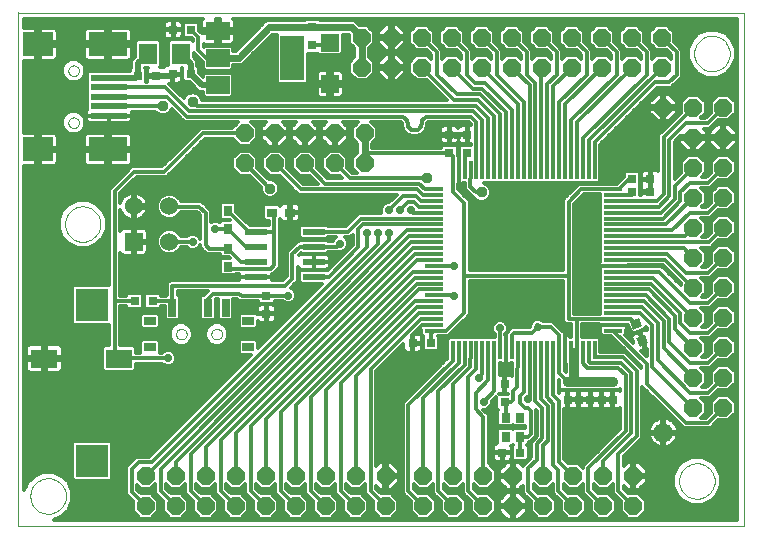
<source format=gtl>
G75*
G70*
%OFA0B0*%
%FSLAX24Y24*%
%IPPOS*%
%LPD*%
%AMOC8*
5,1,8,0,0,1.08239X$1,22.5*
%
%ADD10C,0.0000*%
%ADD11R,0.0118X0.0630*%
%ADD12R,0.0630X0.0118*%
%ADD13R,0.0315X0.0315*%
%ADD14R,0.0315X0.0315*%
%ADD15R,0.0906X0.0630*%
%ADD16R,0.0984X0.0787*%
%ADD17R,0.1299X0.0787*%
%ADD18R,0.1220X0.0197*%
%ADD19R,0.1095X0.1095*%
%ADD20R,0.0790X0.0590*%
%ADD21R,0.0790X0.1500*%
%ADD22R,0.0780X0.0210*%
%ADD23R,0.0602X0.0602*%
%ADD24C,0.0602*%
%ADD25OC8,0.0591*%
%ADD26OC8,0.0600*%
%ADD27R,0.0315X0.0354*%
%ADD28C,0.0660*%
%ADD29R,0.0591X0.0591*%
%ADD30R,0.0630X0.0709*%
%ADD31R,0.0394X0.0315*%
%ADD32R,0.0276X0.0591*%
%ADD33R,0.0354X0.0315*%
%ADD34C,0.0120*%
%ADD35C,0.0376*%
%ADD36C,0.0270*%
%ADD37C,0.0100*%
%ADD38C,0.0200*%
%ADD39C,0.0240*%
%ADD40C,0.0320*%
%ADD41C,0.0290*%
D10*
X000599Y000160D02*
X000599Y017278D01*
X000600Y017276D02*
X024780Y017276D01*
X024780Y000156D01*
X024779Y000160D02*
X000599Y000160D01*
X001008Y001160D02*
X001010Y001208D01*
X001016Y001256D01*
X001026Y001303D01*
X001039Y001349D01*
X001057Y001394D01*
X001077Y001438D01*
X001102Y001480D01*
X001130Y001519D01*
X001160Y001556D01*
X001194Y001590D01*
X001231Y001622D01*
X001269Y001651D01*
X001310Y001676D01*
X001353Y001698D01*
X001398Y001716D01*
X001444Y001730D01*
X001491Y001741D01*
X001539Y001748D01*
X001587Y001751D01*
X001635Y001750D01*
X001683Y001745D01*
X001731Y001736D01*
X001777Y001724D01*
X001822Y001707D01*
X001866Y001687D01*
X001908Y001664D01*
X001948Y001637D01*
X001986Y001607D01*
X002021Y001574D01*
X002053Y001538D01*
X002083Y001500D01*
X002109Y001459D01*
X002131Y001416D01*
X002151Y001372D01*
X002166Y001327D01*
X002178Y001280D01*
X002186Y001232D01*
X002190Y001184D01*
X002190Y001136D01*
X002186Y001088D01*
X002178Y001040D01*
X002166Y000993D01*
X002151Y000948D01*
X002131Y000904D01*
X002109Y000861D01*
X002083Y000820D01*
X002053Y000782D01*
X002021Y000746D01*
X001986Y000713D01*
X001948Y000683D01*
X001908Y000656D01*
X001866Y000633D01*
X001822Y000613D01*
X001777Y000596D01*
X001731Y000584D01*
X001683Y000575D01*
X001635Y000570D01*
X001587Y000569D01*
X001539Y000572D01*
X001491Y000579D01*
X001444Y000590D01*
X001398Y000604D01*
X001353Y000622D01*
X001310Y000644D01*
X001269Y000669D01*
X001231Y000698D01*
X001194Y000730D01*
X001160Y000764D01*
X001130Y000801D01*
X001102Y000840D01*
X001077Y000882D01*
X001057Y000926D01*
X001039Y000971D01*
X001026Y001017D01*
X001016Y001064D01*
X001010Y001112D01*
X001008Y001160D01*
X005861Y006558D02*
X005863Y006584D01*
X005869Y006610D01*
X005879Y006635D01*
X005892Y006658D01*
X005908Y006678D01*
X005928Y006696D01*
X005950Y006711D01*
X005973Y006723D01*
X005999Y006731D01*
X006025Y006735D01*
X006051Y006735D01*
X006077Y006731D01*
X006103Y006723D01*
X006127Y006711D01*
X006148Y006696D01*
X006168Y006678D01*
X006184Y006658D01*
X006197Y006635D01*
X006207Y006610D01*
X006213Y006584D01*
X006215Y006558D01*
X006213Y006532D01*
X006207Y006506D01*
X006197Y006481D01*
X006184Y006458D01*
X006168Y006438D01*
X006148Y006420D01*
X006126Y006405D01*
X006103Y006393D01*
X006077Y006385D01*
X006051Y006381D01*
X006025Y006381D01*
X005999Y006385D01*
X005973Y006393D01*
X005949Y006405D01*
X005928Y006420D01*
X005908Y006438D01*
X005892Y006458D01*
X005879Y006481D01*
X005869Y006506D01*
X005863Y006532D01*
X005861Y006558D01*
X007042Y006558D02*
X007044Y006584D01*
X007050Y006610D01*
X007060Y006635D01*
X007073Y006658D01*
X007089Y006678D01*
X007109Y006696D01*
X007131Y006711D01*
X007154Y006723D01*
X007180Y006731D01*
X007206Y006735D01*
X007232Y006735D01*
X007258Y006731D01*
X007284Y006723D01*
X007308Y006711D01*
X007329Y006696D01*
X007349Y006678D01*
X007365Y006658D01*
X007378Y006635D01*
X007388Y006610D01*
X007394Y006584D01*
X007396Y006558D01*
X007394Y006532D01*
X007388Y006506D01*
X007378Y006481D01*
X007365Y006458D01*
X007349Y006438D01*
X007329Y006420D01*
X007307Y006405D01*
X007284Y006393D01*
X007258Y006385D01*
X007232Y006381D01*
X007206Y006381D01*
X007180Y006385D01*
X007154Y006393D01*
X007130Y006405D01*
X007109Y006420D01*
X007089Y006438D01*
X007073Y006458D01*
X007060Y006481D01*
X007050Y006506D01*
X007044Y006532D01*
X007042Y006558D01*
X002162Y010225D02*
X002164Y010273D01*
X002170Y010321D01*
X002180Y010368D01*
X002193Y010414D01*
X002211Y010459D01*
X002231Y010503D01*
X002256Y010545D01*
X002284Y010584D01*
X002314Y010621D01*
X002348Y010655D01*
X002385Y010687D01*
X002423Y010716D01*
X002464Y010741D01*
X002507Y010763D01*
X002552Y010781D01*
X002598Y010795D01*
X002645Y010806D01*
X002693Y010813D01*
X002741Y010816D01*
X002789Y010815D01*
X002837Y010810D01*
X002885Y010801D01*
X002931Y010789D01*
X002976Y010772D01*
X003020Y010752D01*
X003062Y010729D01*
X003102Y010702D01*
X003140Y010672D01*
X003175Y010639D01*
X003207Y010603D01*
X003237Y010565D01*
X003263Y010524D01*
X003285Y010481D01*
X003305Y010437D01*
X003320Y010392D01*
X003332Y010345D01*
X003340Y010297D01*
X003344Y010249D01*
X003344Y010201D01*
X003340Y010153D01*
X003332Y010105D01*
X003320Y010058D01*
X003305Y010013D01*
X003285Y009969D01*
X003263Y009926D01*
X003237Y009885D01*
X003207Y009847D01*
X003175Y009811D01*
X003140Y009778D01*
X003102Y009748D01*
X003062Y009721D01*
X003020Y009698D01*
X002976Y009678D01*
X002931Y009661D01*
X002885Y009649D01*
X002837Y009640D01*
X002789Y009635D01*
X002741Y009634D01*
X002693Y009637D01*
X002645Y009644D01*
X002598Y009655D01*
X002552Y009669D01*
X002507Y009687D01*
X002464Y009709D01*
X002423Y009734D01*
X002385Y009763D01*
X002348Y009795D01*
X002314Y009829D01*
X002284Y009866D01*
X002256Y009905D01*
X002231Y009947D01*
X002211Y009991D01*
X002193Y010036D01*
X002180Y010082D01*
X002170Y010129D01*
X002164Y010177D01*
X002162Y010225D01*
X002273Y013602D02*
X002275Y013628D01*
X002281Y013654D01*
X002291Y013679D01*
X002304Y013702D01*
X002320Y013722D01*
X002340Y013740D01*
X002362Y013755D01*
X002385Y013767D01*
X002411Y013775D01*
X002437Y013779D01*
X002463Y013779D01*
X002489Y013775D01*
X002515Y013767D01*
X002539Y013755D01*
X002560Y013740D01*
X002580Y013722D01*
X002596Y013702D01*
X002609Y013679D01*
X002619Y013654D01*
X002625Y013628D01*
X002627Y013602D01*
X002625Y013576D01*
X002619Y013550D01*
X002609Y013525D01*
X002596Y013502D01*
X002580Y013482D01*
X002560Y013464D01*
X002538Y013449D01*
X002515Y013437D01*
X002489Y013429D01*
X002463Y013425D01*
X002437Y013425D01*
X002411Y013429D01*
X002385Y013437D01*
X002361Y013449D01*
X002340Y013464D01*
X002320Y013482D01*
X002304Y013502D01*
X002291Y013525D01*
X002281Y013550D01*
X002275Y013576D01*
X002273Y013602D01*
X002273Y015335D02*
X002275Y015361D01*
X002281Y015387D01*
X002291Y015412D01*
X002304Y015435D01*
X002320Y015455D01*
X002340Y015473D01*
X002362Y015488D01*
X002385Y015500D01*
X002411Y015508D01*
X002437Y015512D01*
X002463Y015512D01*
X002489Y015508D01*
X002515Y015500D01*
X002539Y015488D01*
X002560Y015473D01*
X002580Y015455D01*
X002596Y015435D01*
X002609Y015412D01*
X002619Y015387D01*
X002625Y015361D01*
X002627Y015335D01*
X002625Y015309D01*
X002619Y015283D01*
X002609Y015258D01*
X002596Y015235D01*
X002580Y015215D01*
X002560Y015197D01*
X002538Y015182D01*
X002515Y015170D01*
X002489Y015162D01*
X002463Y015158D01*
X002437Y015158D01*
X002411Y015162D01*
X002385Y015170D01*
X002361Y015182D01*
X002340Y015197D01*
X002320Y015215D01*
X002304Y015235D01*
X002291Y015258D01*
X002281Y015283D01*
X002275Y015309D01*
X002273Y015335D01*
X022633Y001660D02*
X022635Y001708D01*
X022641Y001756D01*
X022651Y001803D01*
X022664Y001849D01*
X022682Y001894D01*
X022702Y001938D01*
X022727Y001980D01*
X022755Y002019D01*
X022785Y002056D01*
X022819Y002090D01*
X022856Y002122D01*
X022894Y002151D01*
X022935Y002176D01*
X022978Y002198D01*
X023023Y002216D01*
X023069Y002230D01*
X023116Y002241D01*
X023164Y002248D01*
X023212Y002251D01*
X023260Y002250D01*
X023308Y002245D01*
X023356Y002236D01*
X023402Y002224D01*
X023447Y002207D01*
X023491Y002187D01*
X023533Y002164D01*
X023573Y002137D01*
X023611Y002107D01*
X023646Y002074D01*
X023678Y002038D01*
X023708Y002000D01*
X023734Y001959D01*
X023756Y001916D01*
X023776Y001872D01*
X023791Y001827D01*
X023803Y001780D01*
X023811Y001732D01*
X023815Y001684D01*
X023815Y001636D01*
X023811Y001588D01*
X023803Y001540D01*
X023791Y001493D01*
X023776Y001448D01*
X023756Y001404D01*
X023734Y001361D01*
X023708Y001320D01*
X023678Y001282D01*
X023646Y001246D01*
X023611Y001213D01*
X023573Y001183D01*
X023533Y001156D01*
X023491Y001133D01*
X023447Y001113D01*
X023402Y001096D01*
X023356Y001084D01*
X023308Y001075D01*
X023260Y001070D01*
X023212Y001069D01*
X023164Y001072D01*
X023116Y001079D01*
X023069Y001090D01*
X023023Y001104D01*
X022978Y001122D01*
X022935Y001144D01*
X022894Y001169D01*
X022856Y001198D01*
X022819Y001230D01*
X022785Y001264D01*
X022755Y001301D01*
X022727Y001340D01*
X022702Y001382D01*
X022682Y001426D01*
X022664Y001471D01*
X022651Y001517D01*
X022641Y001564D01*
X022635Y001612D01*
X022633Y001660D01*
X023133Y015910D02*
X023135Y015958D01*
X023141Y016006D01*
X023151Y016053D01*
X023164Y016099D01*
X023182Y016144D01*
X023202Y016188D01*
X023227Y016230D01*
X023255Y016269D01*
X023285Y016306D01*
X023319Y016340D01*
X023356Y016372D01*
X023394Y016401D01*
X023435Y016426D01*
X023478Y016448D01*
X023523Y016466D01*
X023569Y016480D01*
X023616Y016491D01*
X023664Y016498D01*
X023712Y016501D01*
X023760Y016500D01*
X023808Y016495D01*
X023856Y016486D01*
X023902Y016474D01*
X023947Y016457D01*
X023991Y016437D01*
X024033Y016414D01*
X024073Y016387D01*
X024111Y016357D01*
X024146Y016324D01*
X024178Y016288D01*
X024208Y016250D01*
X024234Y016209D01*
X024256Y016166D01*
X024276Y016122D01*
X024291Y016077D01*
X024303Y016030D01*
X024311Y015982D01*
X024315Y015934D01*
X024315Y015886D01*
X024311Y015838D01*
X024303Y015790D01*
X024291Y015743D01*
X024276Y015698D01*
X024256Y015654D01*
X024234Y015611D01*
X024208Y015570D01*
X024178Y015532D01*
X024146Y015496D01*
X024111Y015463D01*
X024073Y015433D01*
X024033Y015406D01*
X023991Y015383D01*
X023947Y015363D01*
X023902Y015346D01*
X023856Y015334D01*
X023808Y015325D01*
X023760Y015320D01*
X023712Y015319D01*
X023664Y015322D01*
X023616Y015329D01*
X023569Y015340D01*
X023523Y015354D01*
X023478Y015372D01*
X023435Y015394D01*
X023394Y015419D01*
X023356Y015448D01*
X023319Y015480D01*
X023285Y015514D01*
X023255Y015551D01*
X023227Y015590D01*
X023202Y015632D01*
X023182Y015676D01*
X023164Y015721D01*
X023151Y015767D01*
X023141Y015814D01*
X023135Y015862D01*
X023133Y015910D01*
D11*
X019812Y012023D03*
X019615Y012023D03*
X019419Y012023D03*
X019222Y012023D03*
X019025Y012023D03*
X018828Y012023D03*
X018631Y012023D03*
X018434Y012023D03*
X018237Y012023D03*
X018041Y012023D03*
X017844Y012023D03*
X017647Y012023D03*
X017450Y012023D03*
X017253Y012023D03*
X017056Y012023D03*
X016859Y012023D03*
X016663Y012023D03*
X016466Y012023D03*
X016269Y012023D03*
X016072Y012023D03*
X015875Y012023D03*
X015678Y012023D03*
X015481Y012023D03*
X015285Y012023D03*
X015088Y012023D03*
X015088Y006039D03*
X015285Y006039D03*
X015481Y006039D03*
X015678Y006039D03*
X015875Y006039D03*
X016072Y006039D03*
X016269Y006039D03*
X016466Y006039D03*
X016663Y006039D03*
X016859Y006039D03*
X017056Y006039D03*
X017253Y006039D03*
X017450Y006039D03*
X017647Y006039D03*
X017844Y006039D03*
X018041Y006039D03*
X018237Y006039D03*
X018434Y006039D03*
X018631Y006039D03*
X018828Y006039D03*
X019025Y006039D03*
X019222Y006039D03*
X019419Y006039D03*
X019615Y006039D03*
X019812Y006039D03*
D12*
X020442Y006669D03*
X020442Y006866D03*
X020442Y007063D03*
X020442Y007259D03*
X020442Y007456D03*
X020442Y007653D03*
X020442Y007850D03*
X020442Y008047D03*
X020442Y008244D03*
X020442Y008441D03*
X020442Y008637D03*
X020442Y008834D03*
X020442Y009031D03*
X020442Y009228D03*
X020442Y009425D03*
X020442Y009622D03*
X020442Y009819D03*
X020442Y010015D03*
X020442Y010212D03*
X020442Y010409D03*
X020442Y010606D03*
X020442Y010803D03*
X020442Y011000D03*
X020442Y011196D03*
X020442Y011393D03*
X014458Y011393D03*
X014458Y011196D03*
X014458Y011000D03*
X014458Y010803D03*
X014458Y010606D03*
X014458Y010409D03*
X014458Y010212D03*
X014458Y010015D03*
X014458Y009819D03*
X014458Y009622D03*
X014458Y009425D03*
X014458Y009228D03*
X014458Y009031D03*
X014458Y008834D03*
X014458Y008637D03*
X014458Y008441D03*
X014458Y008244D03*
X014458Y008047D03*
X014458Y007850D03*
X014458Y007653D03*
X014458Y007456D03*
X014458Y007259D03*
X014458Y007063D03*
X014458Y006866D03*
X014458Y006669D03*
D13*
X014357Y006257D03*
X013757Y006257D03*
X016812Y004879D03*
X016812Y004279D03*
X018915Y004377D03*
X019291Y004377D03*
X019672Y004377D03*
X020048Y004377D03*
X020424Y004377D03*
X020424Y004977D03*
X020048Y004977D03*
X019672Y004977D03*
X019291Y004977D03*
X018915Y004977D03*
X017334Y002598D03*
X016734Y002598D03*
X008876Y007233D03*
X008876Y007833D03*
X005078Y007661D03*
X004478Y007661D03*
X014975Y012595D03*
X014975Y013195D03*
X015575Y013197D03*
X015575Y012597D03*
X010406Y016180D03*
X010406Y016780D03*
X006366Y016698D03*
X005766Y016698D03*
X005753Y015223D03*
X006353Y015223D03*
X005195Y015159D03*
X004595Y015159D03*
X021067Y011719D03*
X021667Y011719D03*
X021663Y011294D03*
X021063Y011294D03*
D14*
G36*
X021108Y006704D02*
X021000Y006998D01*
X021294Y007106D01*
X021402Y006812D01*
X021108Y006704D01*
G37*
G36*
X021313Y006140D02*
X021205Y006434D01*
X021499Y006542D01*
X021607Y006248D01*
X021313Y006140D01*
G37*
D15*
X003953Y005744D03*
X001472Y005744D03*
D16*
X001269Y012717D03*
X001269Y016221D03*
D17*
X003592Y016221D03*
X003592Y012717D03*
D18*
X003631Y013839D03*
X003631Y014154D03*
X003631Y014469D03*
X003631Y014784D03*
X003631Y015099D03*
D19*
X003074Y007535D03*
X003074Y002335D03*
D20*
X007260Y014859D03*
X007260Y015759D03*
X007260Y016659D03*
D21*
X009740Y015769D03*
D22*
X010458Y009969D03*
X010458Y009469D03*
X010458Y008969D03*
X010458Y008469D03*
X008518Y008469D03*
X008518Y008969D03*
X008518Y009469D03*
X008518Y009969D03*
D23*
X004454Y009634D03*
D24*
X005635Y009634D03*
X005635Y010815D03*
X004454Y010815D03*
D25*
X008150Y012256D03*
X009150Y012256D03*
X010150Y012256D03*
X011150Y012256D03*
X012150Y012256D03*
X012150Y013256D03*
X011150Y013256D03*
X010150Y013256D03*
X009150Y013256D03*
X008150Y013256D03*
D26*
X012050Y015444D03*
X013050Y015444D03*
X014050Y015444D03*
X015050Y015444D03*
X016050Y015444D03*
X017050Y015444D03*
X018050Y015444D03*
X019050Y015444D03*
X020050Y015444D03*
X021050Y015444D03*
X022050Y015444D03*
X022050Y016444D03*
X021050Y016444D03*
X020050Y016444D03*
X019050Y016444D03*
X018050Y016444D03*
X017050Y016444D03*
X016050Y016444D03*
X015050Y016444D03*
X014050Y016444D03*
X013050Y016444D03*
X012050Y016444D03*
X022101Y014110D03*
X023100Y014106D03*
X024100Y014106D03*
X024100Y013106D03*
X023100Y013106D03*
X023100Y012106D03*
X024100Y012106D03*
X024100Y011106D03*
X023100Y011106D03*
X023100Y010106D03*
X024100Y010106D03*
X024100Y009106D03*
X023100Y009106D03*
X023100Y008106D03*
X024100Y008106D03*
X024100Y007106D03*
X023100Y007106D03*
X023100Y006106D03*
X024100Y006106D03*
X024100Y005106D03*
X023100Y005106D03*
X023100Y004106D03*
X024100Y004106D03*
X021100Y001831D03*
X020100Y001831D03*
X019100Y001831D03*
X018100Y001831D03*
X017100Y001831D03*
X016100Y001831D03*
X015100Y001831D03*
X014100Y001831D03*
X012850Y001831D03*
X011850Y001831D03*
X010850Y001831D03*
X009850Y001831D03*
X008850Y001831D03*
X007850Y001831D03*
X006850Y001831D03*
X005850Y001831D03*
X004850Y001831D03*
X004850Y000831D03*
X005850Y000831D03*
X006850Y000831D03*
X007850Y000831D03*
X008850Y000831D03*
X009850Y000831D03*
X010850Y000831D03*
X011850Y000831D03*
X012850Y000831D03*
X014100Y000831D03*
X015100Y000831D03*
X016100Y000831D03*
X017100Y000831D03*
X018100Y000831D03*
X019100Y000831D03*
X020100Y000831D03*
X021100Y000831D03*
D27*
X017337Y003126D03*
X016845Y003126D03*
X016845Y003776D03*
X017337Y003776D03*
X007599Y008810D03*
X007599Y009410D03*
X007599Y010060D03*
X007599Y010660D03*
D28*
X022104Y003273D03*
D29*
X011000Y014892D03*
X011000Y016270D03*
D30*
X006016Y015904D03*
X004914Y015904D03*
D31*
X004994Y006991D03*
X004994Y006125D03*
X008262Y006125D03*
X008262Y006991D03*
D32*
X007514Y007444D03*
X006923Y007444D03*
X005742Y007444D03*
D33*
X009062Y010610D03*
X009662Y010610D03*
D34*
X009680Y010629D02*
X009643Y010629D01*
X009643Y010927D01*
X009463Y010927D01*
X009423Y010917D01*
X009386Y010896D01*
X009356Y010866D01*
X009340Y010836D01*
X009289Y010887D01*
X008835Y010887D01*
X008764Y010817D01*
X008764Y010403D01*
X008835Y010333D01*
X008957Y010333D01*
X008957Y010194D01*
X008320Y010194D01*
X007877Y010637D01*
X007877Y010887D01*
X007806Y010957D01*
X007392Y010957D01*
X007322Y010887D01*
X007322Y010433D01*
X007392Y010363D01*
X007642Y010363D01*
X007647Y010357D01*
X007392Y010357D01*
X007322Y010287D01*
X007322Y010286D01*
X007227Y010325D01*
X007121Y010325D01*
X007029Y010287D01*
X007029Y010672D01*
X006817Y010885D01*
X006711Y010990D01*
X006019Y010990D01*
X005992Y011054D01*
X005874Y011172D01*
X005719Y011236D01*
X005552Y011236D01*
X005397Y011172D01*
X005278Y011054D01*
X005214Y010899D01*
X005214Y010731D01*
X005278Y010577D01*
X005397Y010458D01*
X005552Y010394D01*
X005719Y010394D01*
X005874Y010458D01*
X005992Y010577D01*
X006015Y010630D01*
X006562Y010630D01*
X006669Y010523D01*
X006669Y009736D01*
X006649Y009785D01*
X006574Y009860D01*
X006477Y009900D01*
X006371Y009900D01*
X006274Y009860D01*
X006229Y009815D01*
X006016Y009815D01*
X005992Y009873D01*
X005874Y009991D01*
X005719Y010055D01*
X005552Y010055D01*
X005397Y009991D01*
X005278Y009873D01*
X005214Y009718D01*
X005214Y009550D01*
X005278Y009395D01*
X005397Y009277D01*
X005552Y009213D01*
X005719Y009213D01*
X005874Y009277D01*
X005992Y009395D01*
X006017Y009455D01*
X006229Y009455D01*
X006274Y009410D01*
X006371Y009370D01*
X006477Y009370D01*
X006574Y009410D01*
X006649Y009485D01*
X006669Y009534D01*
X006669Y009448D01*
X006775Y009343D01*
X006887Y009230D01*
X007322Y009230D01*
X007322Y009183D01*
X007392Y009113D01*
X007642Y009113D01*
X007647Y009107D01*
X007392Y009107D01*
X007322Y009037D01*
X007322Y008583D01*
X007392Y008513D01*
X007806Y008513D01*
X007848Y008555D01*
X007968Y008555D01*
X007968Y008469D01*
X008517Y008469D01*
X008517Y008469D01*
X007968Y008469D01*
X007968Y008352D01*
X005668Y008352D01*
X005562Y008247D01*
X005562Y007859D01*
X005555Y007859D01*
X005536Y007841D01*
X005355Y007841D01*
X005355Y007868D01*
X005285Y007938D01*
X004871Y007938D01*
X004801Y007868D01*
X004801Y007453D01*
X004871Y007383D01*
X005285Y007383D01*
X005355Y007453D01*
X005355Y007481D01*
X005485Y007481D01*
X005485Y007099D01*
X005555Y007029D01*
X005930Y007029D01*
X006000Y007099D01*
X006000Y007789D01*
X005930Y007859D01*
X005922Y007859D01*
X005922Y007993D01*
X006927Y007993D01*
X006849Y007914D01*
X006794Y007859D01*
X006736Y007859D01*
X006666Y007789D01*
X006666Y007099D01*
X006736Y007029D01*
X007111Y007029D01*
X007181Y007099D01*
X007181Y007730D01*
X007256Y007730D01*
X007256Y007099D01*
X007326Y007029D01*
X007701Y007029D01*
X007772Y007099D01*
X007772Y007730D01*
X007900Y007730D01*
X007977Y007653D01*
X008599Y007653D01*
X008599Y007625D01*
X008669Y007555D01*
X009083Y007555D01*
X009153Y007625D01*
X009153Y007663D01*
X009411Y007663D01*
X009456Y007618D01*
X009553Y007578D01*
X009659Y007578D01*
X009756Y007618D01*
X009831Y007692D01*
X009871Y007790D01*
X009871Y007895D01*
X009831Y007993D01*
X009756Y008067D01*
X009680Y008099D01*
X009917Y008335D01*
X009917Y008808D01*
X009918Y008802D01*
X009939Y008765D01*
X009969Y008736D01*
X010006Y008715D01*
X010046Y008704D01*
X010457Y008704D01*
X010457Y008969D01*
X010457Y009234D01*
X010046Y009234D01*
X010006Y009223D01*
X009972Y009203D01*
X010015Y009246D01*
X010018Y009244D01*
X010897Y009244D01*
X010942Y009289D01*
X011307Y009289D01*
X011326Y009308D01*
X011389Y009308D01*
X011487Y009348D01*
X011561Y009422D01*
X011602Y009520D01*
X011602Y009625D01*
X011561Y009723D01*
X011495Y009789D01*
X011670Y009789D01*
X011757Y009875D01*
X011757Y009522D01*
X010913Y008678D01*
X010897Y008694D01*
X010018Y008694D01*
X009948Y008623D01*
X009948Y008314D01*
X010018Y008244D01*
X010741Y008244D01*
X008579Y006082D01*
X008579Y006332D01*
X008509Y006402D01*
X008015Y006402D01*
X007945Y006332D01*
X007945Y005918D01*
X008015Y005847D01*
X008345Y005847D01*
X004975Y002477D01*
X004537Y002477D01*
X004312Y002252D01*
X004207Y002147D01*
X004207Y001298D01*
X004206Y001224D01*
X004207Y001223D01*
X004259Y001170D01*
X004430Y000998D01*
X004430Y000657D01*
X004676Y000411D01*
X005024Y000411D01*
X005270Y000657D01*
X005270Y001005D01*
X005024Y001251D01*
X004686Y001251D01*
X004567Y001372D01*
X004567Y001521D01*
X004676Y001411D01*
X005024Y001411D01*
X005169Y001556D01*
X005169Y001335D01*
X005169Y001261D01*
X005169Y001261D01*
X005169Y001260D01*
X005222Y001208D01*
X005430Y000998D01*
X005430Y000657D01*
X005676Y000411D01*
X006024Y000411D01*
X006270Y000657D01*
X006270Y001005D01*
X006024Y001251D01*
X005686Y001251D01*
X005529Y001409D01*
X005529Y001558D01*
X005676Y001411D01*
X006024Y001411D01*
X006169Y001556D01*
X006169Y001335D01*
X006169Y001261D01*
X006169Y001261D01*
X006169Y001260D01*
X006222Y001208D01*
X006430Y000998D01*
X006430Y000657D01*
X006676Y000411D01*
X007024Y000411D01*
X007270Y000657D01*
X007270Y001005D01*
X007024Y001251D01*
X006686Y001251D01*
X006529Y001409D01*
X006529Y001558D01*
X006676Y001411D01*
X007024Y001411D01*
X007169Y001556D01*
X007169Y001335D01*
X007169Y001261D01*
X007169Y001261D01*
X007169Y001260D01*
X007222Y001208D01*
X007430Y000998D01*
X007430Y000657D01*
X007676Y000411D01*
X008024Y000411D01*
X008270Y000657D01*
X008270Y001005D01*
X008024Y001251D01*
X007686Y001251D01*
X007529Y001409D01*
X007529Y001558D01*
X007676Y001411D01*
X008024Y001411D01*
X008169Y001556D01*
X008169Y001335D01*
X008169Y001261D01*
X008169Y001261D01*
X008169Y001260D01*
X008222Y001208D01*
X008430Y000998D01*
X008430Y000657D01*
X008676Y000411D01*
X009024Y000411D01*
X009270Y000657D01*
X009270Y001005D01*
X009024Y001251D01*
X008686Y001251D01*
X008529Y001409D01*
X008529Y001558D01*
X008676Y001411D01*
X009024Y001411D01*
X009169Y001556D01*
X009169Y001335D01*
X009169Y001261D01*
X009169Y001261D01*
X009169Y001260D01*
X009222Y001208D01*
X009430Y000998D01*
X009430Y000657D01*
X009676Y000411D01*
X010024Y000411D01*
X010270Y000657D01*
X010270Y001005D01*
X010024Y001251D01*
X009686Y001251D01*
X009529Y001409D01*
X009529Y001558D01*
X009676Y001411D01*
X010024Y001411D01*
X010169Y001556D01*
X010169Y001335D01*
X010169Y001261D01*
X010169Y001261D01*
X010169Y001260D01*
X010222Y001208D01*
X010430Y000998D01*
X010430Y000657D01*
X010676Y000411D01*
X011024Y000411D01*
X011270Y000657D01*
X011270Y001005D01*
X011024Y001251D01*
X010686Y001251D01*
X010529Y001409D01*
X010529Y001558D01*
X010676Y001411D01*
X011024Y001411D01*
X011169Y001556D01*
X011169Y001335D01*
X011169Y001261D01*
X011169Y001261D01*
X011169Y001260D01*
X011222Y001208D01*
X011430Y000998D01*
X011430Y000657D01*
X011676Y000411D01*
X012024Y000411D01*
X012270Y000657D01*
X012270Y001005D01*
X012024Y001251D01*
X011686Y001251D01*
X011529Y001409D01*
X011529Y001558D01*
X011676Y001411D01*
X012024Y001411D01*
X012169Y001556D01*
X012169Y001335D01*
X012169Y001261D01*
X012169Y001261D01*
X012169Y001260D01*
X012222Y001208D01*
X012430Y000998D01*
X012430Y000657D01*
X012676Y000411D01*
X013024Y000411D01*
X013270Y000657D01*
X013270Y001005D01*
X013024Y001251D01*
X012686Y001251D01*
X012529Y001409D01*
X012529Y001501D01*
X012659Y001371D01*
X012810Y001371D01*
X012810Y001791D01*
X012890Y001791D01*
X012890Y001371D01*
X013041Y001371D01*
X013310Y001641D01*
X013310Y001791D01*
X012890Y001791D01*
X012890Y001871D01*
X013310Y001871D01*
X013310Y002022D01*
X013041Y002291D01*
X012890Y002291D01*
X012890Y001871D01*
X012810Y001871D01*
X012810Y002291D01*
X012659Y002291D01*
X012529Y002161D01*
X012529Y005323D01*
X013440Y006233D01*
X013440Y006078D01*
X013450Y006037D01*
X013471Y006001D01*
X013501Y005971D01*
X013538Y005950D01*
X013578Y005939D01*
X013738Y005939D01*
X013738Y006238D01*
X013776Y006238D01*
X013776Y006275D01*
X014074Y006275D01*
X014074Y006435D01*
X014064Y006476D01*
X014043Y006512D01*
X014013Y006542D01*
X013976Y006563D01*
X013936Y006574D01*
X013780Y006574D01*
X013985Y006779D01*
X013994Y006745D01*
X014015Y006708D01*
X014023Y006700D01*
X014023Y006560D01*
X014093Y006490D01*
X014106Y006490D01*
X014080Y006464D01*
X014080Y006049D01*
X014150Y005979D01*
X014564Y005979D01*
X014634Y006049D01*
X014634Y006464D01*
X014608Y006490D01*
X014823Y006490D01*
X014825Y006492D01*
X014875Y006493D01*
X014949Y006493D01*
X014950Y006493D01*
X014951Y006493D01*
X015002Y006546D01*
X015549Y007093D01*
X015654Y007198D01*
X015654Y008330D01*
X018769Y008330D01*
X018769Y006988D01*
X018875Y006883D01*
X019042Y006883D01*
X019042Y006474D01*
X018993Y006474D01*
X018985Y006482D01*
X018949Y006503D01*
X018908Y006514D01*
X018828Y006514D01*
X018828Y006039D01*
X018828Y006039D01*
X018827Y006532D01*
X018900Y006744D01*
X019042Y006790D02*
X018618Y006790D01*
X018534Y006874D02*
X018429Y006979D01*
X018093Y006979D01*
X018057Y007015D01*
X017963Y007054D01*
X017861Y007054D01*
X017768Y007015D01*
X017696Y006943D01*
X017657Y006850D01*
X017657Y006799D01*
X017649Y006790D01*
X017168Y006790D01*
X017153Y006800D01*
X017095Y006790D01*
X017037Y006790D01*
X017024Y006777D01*
X017006Y006774D01*
X016973Y006726D01*
X016932Y006685D01*
X016932Y006666D01*
X016917Y006644D01*
X016900Y006628D01*
X016927Y006694D01*
X016927Y006799D01*
X016887Y006897D01*
X016813Y006971D01*
X016715Y007012D01*
X016610Y007012D01*
X016512Y006971D01*
X016438Y006897D01*
X016398Y006799D01*
X016398Y006694D01*
X016438Y006596D01*
X016482Y006552D01*
X016482Y006474D01*
X014979Y006474D01*
X014909Y006404D01*
X014909Y006115D01*
X014908Y006114D01*
X014907Y005748D01*
X013525Y004365D01*
X013419Y004260D01*
X013419Y001335D01*
X013419Y001261D01*
X013419Y001261D01*
X013419Y001260D01*
X013472Y001208D01*
X013680Y000998D01*
X013680Y000657D01*
X013926Y000411D01*
X014274Y000411D01*
X014520Y000657D01*
X014520Y001005D01*
X014274Y001251D01*
X013936Y001251D01*
X013779Y001409D01*
X013779Y001558D01*
X013926Y001411D01*
X014274Y001411D01*
X014419Y001556D01*
X014419Y001335D01*
X014419Y001261D01*
X014419Y001261D01*
X014419Y001260D01*
X014472Y001208D01*
X014680Y000998D01*
X014680Y000657D01*
X014926Y000411D01*
X015274Y000411D01*
X015520Y000657D01*
X015520Y001005D01*
X015274Y001251D01*
X014936Y001251D01*
X014779Y001409D01*
X014779Y001558D01*
X014926Y001411D01*
X015274Y001411D01*
X015419Y001556D01*
X015419Y001335D01*
X015419Y001261D01*
X015419Y001261D01*
X015419Y001260D01*
X015472Y001208D01*
X015680Y000998D01*
X015680Y000657D01*
X015926Y000411D01*
X016274Y000411D01*
X016520Y000657D01*
X016520Y001005D01*
X016274Y001251D01*
X015936Y001251D01*
X015779Y001409D01*
X015779Y001558D01*
X015926Y001411D01*
X016274Y001411D01*
X016520Y001657D01*
X016520Y002005D01*
X016280Y002245D01*
X016279Y003796D01*
X016279Y003872D01*
X016279Y003872D01*
X016279Y003872D01*
X016226Y003925D01*
X016107Y004044D01*
X016178Y004044D01*
X016275Y004084D01*
X016350Y004159D01*
X016390Y004256D01*
X016390Y004321D01*
X016535Y004468D01*
X016535Y004071D01*
X016585Y004021D01*
X016567Y004003D01*
X016567Y003549D01*
X016638Y003479D01*
X017052Y003479D01*
X017091Y003518D01*
X017130Y003479D01*
X017505Y003479D01*
X017505Y003423D01*
X017130Y003423D01*
X017091Y003385D01*
X017052Y003423D01*
X016638Y003423D01*
X016567Y003353D01*
X016279Y003353D01*
X016279Y003235D02*
X016567Y003235D01*
X016567Y003353D02*
X016567Y002915D01*
X016556Y002915D01*
X016515Y002904D01*
X016479Y002883D01*
X016449Y002853D01*
X016428Y002817D01*
X016417Y002776D01*
X016417Y002616D01*
X016716Y002616D01*
X016716Y002579D01*
X016753Y002579D01*
X016753Y002280D01*
X016898Y002280D01*
X016640Y002022D01*
X016640Y001871D01*
X017060Y001871D01*
X017060Y001791D01*
X017140Y001791D01*
X017140Y001371D01*
X017291Y001371D01*
X017419Y001500D01*
X017419Y001335D01*
X017419Y001261D01*
X017419Y001261D01*
X017419Y001260D01*
X017472Y001208D01*
X017680Y000998D01*
X017680Y000657D01*
X017926Y000411D01*
X018274Y000411D01*
X018520Y000657D01*
X018520Y001005D01*
X018274Y001251D01*
X017936Y001251D01*
X017779Y001409D01*
X017779Y001558D01*
X017926Y001411D01*
X018274Y001411D01*
X018419Y001556D01*
X018419Y001335D01*
X018419Y001261D01*
X018419Y001261D01*
X018419Y001260D01*
X018472Y001208D01*
X018680Y000998D01*
X018680Y000657D01*
X018926Y000411D01*
X019274Y000411D01*
X019520Y000657D01*
X019520Y001005D01*
X019274Y001251D01*
X018936Y001251D01*
X018779Y001409D01*
X018779Y001558D01*
X018926Y001411D01*
X019274Y001411D01*
X019421Y001558D01*
X019421Y001255D01*
X019680Y000997D01*
X019680Y000657D01*
X019926Y000411D01*
X020274Y000411D01*
X020520Y000657D01*
X020520Y001005D01*
X020274Y001251D01*
X019935Y001251D01*
X019781Y001405D01*
X019781Y001556D01*
X019926Y001411D01*
X020274Y001411D01*
X020420Y001557D01*
X020420Y001256D01*
X020680Y000997D01*
X020680Y000657D01*
X020926Y000411D01*
X021274Y000411D01*
X021520Y000657D01*
X021520Y001005D01*
X021274Y001251D01*
X020935Y001251D01*
X020780Y001406D01*
X020780Y001500D01*
X020909Y001371D01*
X021060Y001371D01*
X021060Y001791D01*
X021140Y001791D01*
X021140Y001371D01*
X021291Y001371D01*
X021560Y001641D01*
X021560Y001791D01*
X021140Y001791D01*
X021140Y001871D01*
X021560Y001871D01*
X021560Y002022D01*
X021291Y002291D01*
X021140Y002291D01*
X021140Y001871D01*
X021060Y001871D01*
X021060Y002291D01*
X020909Y002291D01*
X020780Y002162D01*
X020780Y002480D01*
X021398Y003098D01*
X021398Y004806D01*
X021475Y004730D01*
X022787Y003418D01*
X023586Y003418D01*
X023660Y003417D01*
X023661Y003418D01*
X023714Y003470D01*
X023932Y003686D01*
X024274Y003686D01*
X024520Y003932D01*
X024520Y004280D01*
X024274Y004526D01*
X023926Y004526D01*
X023680Y004280D01*
X023680Y003943D01*
X023513Y003777D01*
X023365Y003777D01*
X023520Y003932D01*
X023520Y004280D01*
X023370Y004430D01*
X023599Y004430D01*
X023673Y004430D01*
X023674Y004430D01*
X023726Y004482D01*
X023932Y004686D01*
X024274Y004686D01*
X024520Y004932D01*
X024520Y005280D01*
X024274Y005526D01*
X023926Y005526D01*
X023680Y005280D01*
X023680Y004943D01*
X023525Y004790D01*
X023378Y004790D01*
X023520Y004932D01*
X023520Y005280D01*
X023370Y005430D01*
X023599Y005430D01*
X023673Y005430D01*
X023674Y005430D01*
X023726Y005482D01*
X023932Y005686D01*
X024274Y005686D01*
X024520Y005932D01*
X024520Y006280D01*
X024274Y006526D01*
X023926Y006526D01*
X023680Y006280D01*
X023680Y005943D01*
X023525Y005790D01*
X023378Y005790D01*
X023520Y005932D01*
X023520Y006280D01*
X023370Y006430D01*
X023599Y006430D01*
X023673Y006430D01*
X023674Y006430D01*
X023726Y006482D01*
X023932Y006686D01*
X024274Y006686D01*
X024520Y006932D01*
X024520Y007280D01*
X024274Y007526D01*
X023926Y007526D01*
X023680Y007280D01*
X023680Y006943D01*
X023525Y006790D01*
X023378Y006790D01*
X023520Y006932D01*
X023520Y007280D01*
X023370Y007430D01*
X023599Y007430D01*
X023673Y007430D01*
X023674Y007430D01*
X023726Y007482D01*
X023932Y007686D01*
X024274Y007686D01*
X024520Y007932D01*
X024520Y008280D01*
X024274Y008526D01*
X023926Y008526D01*
X023680Y008280D01*
X023680Y007943D01*
X023525Y007790D01*
X023378Y007790D01*
X023520Y007932D01*
X023520Y008280D01*
X023370Y008430D01*
X023599Y008430D01*
X023673Y008430D01*
X023674Y008430D01*
X023726Y008482D01*
X023932Y008686D01*
X024274Y008686D01*
X024520Y008932D01*
X024520Y009280D01*
X024274Y009526D01*
X023926Y009526D01*
X023680Y009280D01*
X023680Y008943D01*
X023525Y008790D01*
X023378Y008790D01*
X023520Y008932D01*
X023520Y009280D01*
X023358Y009442D01*
X023690Y009442D01*
X023935Y009686D01*
X024274Y009686D01*
X024520Y009932D01*
X024520Y010280D01*
X024274Y010526D01*
X023926Y010526D01*
X023680Y010280D01*
X023680Y009941D01*
X023541Y009802D01*
X023390Y009802D01*
X023520Y009932D01*
X023520Y010280D01*
X023370Y010430D01*
X023599Y010430D01*
X023673Y010430D01*
X023674Y010430D01*
X023726Y010482D01*
X023932Y010686D01*
X024274Y010686D01*
X024520Y010932D01*
X024520Y011280D01*
X024274Y011526D01*
X023926Y011526D01*
X023680Y011280D01*
X023680Y010943D01*
X023525Y010790D01*
X023378Y010790D01*
X023520Y010932D01*
X023520Y011280D01*
X023370Y011430D01*
X023599Y011430D01*
X023673Y011430D01*
X023674Y011430D01*
X023726Y011482D01*
X023932Y011686D01*
X024274Y011686D01*
X024520Y011932D01*
X024520Y012280D01*
X024274Y012526D01*
X023926Y012526D01*
X023680Y012280D01*
X023680Y011943D01*
X023525Y011790D01*
X023378Y011790D01*
X023520Y011932D01*
X023520Y012280D01*
X023274Y012526D01*
X022926Y012526D01*
X022680Y012280D01*
X022680Y011943D01*
X022479Y011744D01*
X022479Y012969D01*
X022656Y013146D01*
X023060Y013146D01*
X023060Y013066D01*
X023140Y013066D01*
X023140Y012646D01*
X023291Y012646D01*
X023560Y012916D01*
X023560Y013066D01*
X023140Y013066D01*
X023140Y013146D01*
X023560Y013146D01*
X023560Y013297D01*
X023447Y013410D01*
X023658Y013410D01*
X023764Y013515D01*
X023935Y013686D01*
X024274Y013686D01*
X024520Y013932D01*
X024520Y014280D01*
X024274Y014526D01*
X023926Y014526D01*
X023680Y014280D01*
X023680Y013941D01*
X023509Y013770D01*
X023358Y013770D01*
X023520Y013932D01*
X023520Y014280D01*
X023274Y014526D01*
X022926Y014526D01*
X022680Y014280D01*
X022680Y013941D01*
X021932Y013192D01*
X021932Y011995D01*
X021923Y012004D01*
X021886Y012025D01*
X021846Y012036D01*
X021686Y012036D01*
X021686Y011737D01*
X021648Y011737D01*
X021648Y011700D01*
X021350Y011700D01*
X021350Y011540D01*
X021357Y011514D01*
X021356Y011513D01*
X021346Y011473D01*
X021346Y011313D01*
X021644Y011313D01*
X021644Y011275D01*
X021346Y011275D01*
X021346Y011180D01*
X021340Y011180D01*
X021340Y011501D01*
X021337Y011504D01*
X021344Y011511D01*
X021344Y011926D01*
X021274Y011996D01*
X020860Y011996D01*
X020790Y011926D01*
X020790Y011799D01*
X020784Y011793D01*
X020564Y011573D01*
X019295Y011573D01*
X018875Y011152D01*
X018875Y011152D01*
X018769Y011047D01*
X018769Y008690D01*
X015654Y008690D01*
X015654Y010997D01*
X015549Y011102D01*
X015267Y011384D01*
X015267Y011548D01*
X015285Y011548D01*
X015365Y011548D01*
X015405Y011559D01*
X015442Y011580D01*
X015450Y011588D01*
X015498Y011588D01*
X015498Y011531D01*
X015497Y011530D01*
X015497Y011456D01*
X015497Y011382D01*
X015498Y011382D01*
X015498Y011381D01*
X015550Y011329D01*
X015603Y011276D01*
X015727Y011153D01*
X015780Y011100D01*
X015795Y011100D01*
X015875Y011019D01*
X015989Y010972D01*
X016111Y010972D01*
X016225Y011019D01*
X016311Y011106D01*
X016358Y011219D01*
X016358Y011342D01*
X016311Y011455D01*
X016225Y011542D01*
X016112Y011588D01*
X019921Y011588D01*
X019991Y011659D01*
X019991Y011948D01*
X019992Y011949D01*
X019991Y012873D01*
X021886Y014768D01*
X022361Y014768D01*
X022624Y015030D01*
X022729Y015135D01*
X022729Y015873D01*
X022729Y015873D01*
X022729Y015948D01*
X022729Y016022D01*
X022729Y016022D01*
X022729Y016023D01*
X022676Y016075D01*
X022624Y016127D01*
X022623Y016127D01*
X022470Y016280D01*
X022470Y016618D01*
X022224Y016864D01*
X021876Y016864D01*
X021630Y016618D01*
X021630Y016270D01*
X021876Y016024D01*
X022217Y016024D01*
X022369Y015873D01*
X022369Y015718D01*
X022224Y015864D01*
X021876Y015864D01*
X021729Y015717D01*
X021729Y015873D01*
X021729Y015873D01*
X021729Y015948D01*
X021729Y016022D01*
X021729Y016022D01*
X021729Y016023D01*
X021676Y016075D01*
X021624Y016127D01*
X021623Y016127D01*
X021470Y016280D01*
X021470Y016618D01*
X021224Y016864D01*
X020876Y016864D01*
X020630Y016618D01*
X020630Y016270D01*
X020876Y016024D01*
X021217Y016024D01*
X021369Y015873D01*
X021369Y015718D01*
X021224Y015864D01*
X020876Y015864D01*
X020729Y015717D01*
X020729Y015873D01*
X020729Y015873D01*
X020729Y015948D01*
X020729Y016022D01*
X020729Y016022D01*
X020729Y016023D01*
X020676Y016075D01*
X020624Y016127D01*
X020623Y016127D01*
X020470Y016280D01*
X020470Y016618D01*
X020224Y016864D01*
X019876Y016864D01*
X019630Y016618D01*
X019630Y016270D01*
X019876Y016024D01*
X020217Y016024D01*
X020369Y015873D01*
X020369Y015718D01*
X020224Y015864D01*
X019876Y015864D01*
X019729Y015717D01*
X019729Y015873D01*
X019729Y015873D01*
X019729Y015948D01*
X019729Y016022D01*
X019729Y016022D01*
X019729Y016023D01*
X019676Y016075D01*
X019624Y016127D01*
X019623Y016127D01*
X019470Y016280D01*
X019470Y016618D01*
X019224Y016864D01*
X018876Y016864D01*
X018630Y016618D01*
X018630Y016270D01*
X018876Y016024D01*
X019217Y016024D01*
X019369Y015873D01*
X019369Y015718D01*
X019224Y015864D01*
X018876Y015864D01*
X018729Y015717D01*
X018729Y015873D01*
X018729Y015873D01*
X018729Y015948D01*
X018729Y016022D01*
X018729Y016022D01*
X018729Y016023D01*
X018676Y016075D01*
X018624Y016127D01*
X018623Y016127D01*
X018470Y016280D01*
X018470Y016618D01*
X018224Y016864D01*
X017876Y016864D01*
X017630Y016618D01*
X017630Y016270D01*
X017876Y016024D01*
X018217Y016024D01*
X018369Y015873D01*
X018369Y015718D01*
X018224Y015864D01*
X017876Y015864D01*
X017729Y015717D01*
X017729Y015873D01*
X017729Y015873D01*
X017729Y015948D01*
X017729Y016022D01*
X017729Y016022D01*
X017729Y016023D01*
X017676Y016075D01*
X017624Y016127D01*
X017623Y016127D01*
X017470Y016280D01*
X017470Y016618D01*
X017224Y016864D01*
X016876Y016864D01*
X016630Y016618D01*
X016630Y016270D01*
X016876Y016024D01*
X017217Y016024D01*
X017369Y015873D01*
X017369Y015718D01*
X017224Y015864D01*
X016876Y015864D01*
X016729Y015717D01*
X016729Y015873D01*
X016729Y015873D01*
X016729Y015948D01*
X016729Y016022D01*
X016729Y016022D01*
X016729Y016023D01*
X016676Y016075D01*
X016624Y016127D01*
X016623Y016127D01*
X016470Y016280D01*
X016470Y016618D01*
X016224Y016864D01*
X015876Y016864D01*
X015630Y016618D01*
X015630Y016270D01*
X015876Y016024D01*
X016217Y016024D01*
X016369Y015873D01*
X016369Y015718D01*
X016224Y015864D01*
X015876Y015864D01*
X015729Y015717D01*
X015729Y015873D01*
X015729Y015873D01*
X015729Y015948D01*
X015729Y016022D01*
X015729Y016022D01*
X015729Y016023D01*
X015676Y016075D01*
X015624Y016127D01*
X015623Y016127D01*
X015470Y016280D01*
X015470Y016618D01*
X015224Y016864D01*
X014876Y016864D01*
X014630Y016618D01*
X014630Y016270D01*
X014876Y016024D01*
X015217Y016024D01*
X015369Y015873D01*
X015369Y015718D01*
X015224Y015864D01*
X014876Y015864D01*
X014729Y015717D01*
X014729Y015873D01*
X014729Y015873D01*
X014729Y015948D01*
X014729Y016022D01*
X014729Y016022D01*
X014729Y016023D01*
X014676Y016075D01*
X014624Y016127D01*
X014623Y016127D01*
X014470Y016280D01*
X014470Y016618D01*
X014224Y016864D01*
X013876Y016864D01*
X013630Y016618D01*
X013630Y016270D01*
X013876Y016024D01*
X014217Y016024D01*
X014369Y015873D01*
X014369Y015718D01*
X014224Y015864D01*
X013876Y015864D01*
X013630Y015618D01*
X013630Y015270D01*
X013876Y015024D01*
X014216Y015024D01*
X014889Y014352D01*
X006724Y014352D01*
X006724Y014367D01*
X006677Y014481D01*
X006590Y014567D01*
X006477Y014614D01*
X006354Y014614D01*
X006241Y014567D01*
X006154Y014481D01*
X006126Y014413D01*
X005677Y014862D01*
X005677Y014862D01*
X005633Y014906D01*
X005734Y014906D01*
X005734Y015205D01*
X005772Y015205D01*
X005772Y015242D01*
X006071Y015242D01*
X006071Y015402D01*
X006063Y015430D01*
X006076Y015430D01*
X006076Y015016D01*
X006146Y014946D01*
X006319Y014946D01*
X006498Y014767D01*
X006627Y014639D01*
X006745Y014639D01*
X006745Y014514D01*
X006815Y014444D01*
X007705Y014444D01*
X007775Y014514D01*
X007775Y015203D01*
X009225Y015203D01*
X009225Y015085D02*
X007775Y015085D01*
X007775Y015203D02*
X007705Y015274D01*
X006815Y015274D01*
X006745Y015203D01*
X006684Y015203D01*
X006745Y015203D02*
X006745Y015143D01*
X006631Y015257D01*
X006631Y015431D01*
X006573Y015488D01*
X006573Y015658D01*
X006451Y015780D01*
X006451Y015928D01*
X006525Y015855D01*
X006696Y015684D01*
X006745Y015635D01*
X006745Y015414D01*
X006815Y015344D01*
X007705Y015344D01*
X007775Y015414D01*
X007775Y015522D01*
X007952Y015523D01*
X007999Y015523D01*
X008000Y015523D01*
X008001Y015523D01*
X008044Y015541D01*
X008088Y015559D01*
X008088Y015560D01*
X008089Y015560D01*
X008122Y015593D01*
X009068Y016540D01*
X009225Y016540D01*
X009225Y014969D01*
X009295Y014899D01*
X010185Y014899D01*
X010255Y014969D01*
X010255Y015902D01*
X010608Y015902D01*
X010655Y015855D01*
X011345Y015855D01*
X011415Y015925D01*
X011415Y016540D01*
X011615Y016540D01*
X011630Y016524D01*
X011630Y016270D01*
X011810Y016090D01*
X011810Y015798D01*
X011630Y015618D01*
X011630Y015270D01*
X011876Y015024D01*
X012224Y015024D01*
X012470Y015270D01*
X012470Y015618D01*
X012290Y015798D01*
X012290Y016090D01*
X012470Y016270D01*
X012470Y016618D01*
X012224Y016864D01*
X011969Y016864D01*
X011850Y016983D01*
X011762Y017020D01*
X010651Y017020D01*
X010613Y017057D01*
X010199Y017057D01*
X010161Y017020D01*
X008921Y017020D01*
X008833Y016983D01*
X007852Y016002D01*
X007775Y016002D01*
X007775Y016103D01*
X007705Y016174D01*
X006815Y016174D01*
X006779Y016137D01*
X006779Y016228D01*
X006803Y016215D01*
X006844Y016204D01*
X007200Y016204D01*
X007200Y016599D01*
X006720Y016599D01*
X006643Y016675D01*
X006643Y016906D01*
X006573Y016976D01*
X006158Y016976D01*
X006088Y016906D01*
X006088Y016491D01*
X006158Y016421D01*
X006388Y016421D01*
X006419Y016390D01*
X006419Y016340D01*
X006381Y016378D01*
X005652Y016378D01*
X005581Y016308D01*
X005581Y015541D01*
X005574Y015541D01*
X005534Y015530D01*
X005497Y015509D01*
X005468Y015479D01*
X005448Y015446D01*
X005414Y015466D01*
X005374Y015477D01*
X005326Y015477D01*
X005349Y015500D01*
X005349Y016308D01*
X005279Y016378D01*
X004549Y016378D01*
X004479Y016308D01*
X004479Y015780D01*
X004375Y015676D01*
X004375Y015424D01*
X004318Y015366D01*
X004318Y015319D01*
X003540Y015319D01*
X003538Y015317D01*
X002971Y015317D01*
X002901Y015247D01*
X002901Y014950D01*
X002910Y014941D01*
X002901Y014932D01*
X002901Y014635D01*
X002910Y014626D01*
X002901Y014617D01*
X002901Y014320D01*
X002910Y014311D01*
X002901Y014302D01*
X002901Y014043D01*
X002893Y014035D01*
X002872Y013999D01*
X002861Y013958D01*
X002861Y013839D01*
X003631Y013839D01*
X003631Y013839D01*
X004401Y013839D01*
X004401Y013958D01*
X004397Y013975D01*
X005168Y013977D01*
X005250Y013895D01*
X005364Y013848D01*
X005486Y013848D01*
X005600Y013895D01*
X005686Y013982D01*
X005715Y014052D01*
X006044Y013723D01*
X006150Y013618D01*
X007924Y013618D01*
X007743Y013436D01*
X006683Y013436D01*
X006578Y013331D01*
X006578Y013331D01*
X005400Y012152D01*
X004400Y012152D01*
X003749Y011502D01*
X003644Y011397D01*
X003644Y008202D01*
X002477Y008202D01*
X002407Y008132D01*
X002407Y006938D01*
X002477Y006868D01*
X003644Y006868D01*
X003644Y006179D01*
X003450Y006179D01*
X003380Y006108D01*
X003380Y005379D01*
X003450Y005309D01*
X004455Y005309D01*
X004525Y005379D01*
X004525Y005577D01*
X004796Y005577D01*
X005405Y005576D01*
X005450Y005531D01*
X005547Y005491D01*
X005653Y005491D01*
X005750Y005531D01*
X005825Y005606D01*
X005865Y005703D01*
X005865Y005809D01*
X005825Y005906D01*
X005750Y005981D01*
X005653Y006021D01*
X005547Y006021D01*
X005450Y005981D01*
X005406Y005936D01*
X005311Y005937D01*
X005311Y006332D01*
X005241Y006402D01*
X004748Y006402D01*
X004677Y006332D01*
X004677Y005937D01*
X004525Y005937D01*
X004525Y006108D01*
X004455Y006179D01*
X004004Y006179D01*
X004004Y007481D01*
X004201Y007481D01*
X004201Y007453D01*
X004271Y007383D01*
X004685Y007383D01*
X004755Y007453D01*
X004755Y007868D01*
X004685Y007938D01*
X004271Y007938D01*
X004201Y007868D01*
X004201Y007841D01*
X004004Y007841D01*
X004004Y009271D01*
X004025Y009235D01*
X004055Y009205D01*
X004091Y009184D01*
X004132Y009173D01*
X004414Y009173D01*
X004414Y009594D01*
X004495Y009594D01*
X004495Y009674D01*
X004915Y009674D01*
X004915Y009956D01*
X004905Y009997D01*
X004883Y010033D01*
X004854Y010063D01*
X004817Y010084D01*
X004777Y010095D01*
X004495Y010095D01*
X004495Y009674D01*
X004414Y009674D01*
X004414Y010095D01*
X004132Y010095D01*
X004091Y010084D01*
X004055Y010063D01*
X004025Y010033D01*
X004004Y009997D01*
X004004Y009997D01*
X004004Y010710D01*
X004004Y010707D01*
X004027Y010638D01*
X004060Y010573D01*
X004103Y010515D01*
X004154Y010463D01*
X004004Y010463D01*
X004004Y010345D02*
X006669Y010345D01*
X006669Y010463D02*
X005879Y010463D01*
X005994Y010582D02*
X006611Y010582D01*
X006637Y010810D02*
X005722Y010810D01*
X005635Y010815D01*
X005276Y010582D02*
X004853Y010582D01*
X004849Y010573D02*
X004882Y010638D01*
X004904Y010707D01*
X004915Y010775D01*
X004495Y010775D01*
X004495Y010856D01*
X004414Y010856D01*
X004414Y011276D01*
X004346Y011265D01*
X004277Y011243D01*
X004213Y011210D01*
X004154Y011167D01*
X004103Y011116D01*
X004060Y011057D01*
X004027Y010992D01*
X004004Y010923D01*
X004004Y010920D01*
X004004Y011248D01*
X004549Y011793D01*
X005549Y011793D01*
X005654Y011898D01*
X006832Y013076D01*
X007743Y013076D01*
X007978Y012841D01*
X008322Y012841D01*
X008565Y013084D01*
X008565Y013428D01*
X008376Y013618D01*
X008868Y013618D01*
X008695Y013445D01*
X008695Y013295D01*
X009112Y013295D01*
X009112Y013218D01*
X009188Y013218D01*
X009188Y012801D01*
X009339Y012801D01*
X009605Y013068D01*
X009605Y013218D01*
X009188Y013218D01*
X009188Y013295D01*
X009605Y013295D01*
X009605Y013445D01*
X009432Y013618D01*
X009868Y013618D01*
X009695Y013445D01*
X009695Y013295D01*
X010112Y013295D01*
X010112Y013218D01*
X010188Y013218D01*
X010188Y012801D01*
X010339Y012801D01*
X010605Y013068D01*
X010605Y013218D01*
X010188Y013218D01*
X010188Y013295D01*
X010605Y013295D01*
X010605Y013445D01*
X010432Y013618D01*
X010868Y013618D01*
X010695Y013445D01*
X010695Y013295D01*
X011112Y013295D01*
X011112Y013218D01*
X011188Y013218D01*
X011188Y012801D01*
X011339Y012801D01*
X011605Y013068D01*
X011605Y013218D01*
X011188Y013218D01*
X011188Y013295D01*
X011605Y013295D01*
X011605Y013445D01*
X011432Y013618D01*
X011924Y013618D01*
X011735Y013428D01*
X011735Y013084D01*
X011910Y012909D01*
X011910Y012603D01*
X011735Y012428D01*
X011735Y012084D01*
X011883Y011936D01*
X011725Y011936D01*
X011565Y012095D01*
X011565Y012428D01*
X011322Y012671D01*
X010978Y012671D01*
X010735Y012428D01*
X010735Y012084D01*
X010978Y011841D01*
X011311Y011841D01*
X011399Y011752D01*
X010908Y011752D01*
X010565Y012095D01*
X010565Y012428D01*
X010322Y012671D01*
X009978Y012671D01*
X009735Y012428D01*
X009735Y012084D01*
X009978Y011841D01*
X010311Y011841D01*
X010587Y011565D01*
X010096Y011565D01*
X009565Y012095D01*
X009565Y012428D01*
X009322Y012671D01*
X008978Y012671D01*
X008735Y012428D01*
X008735Y012084D01*
X008978Y011841D01*
X009311Y011841D01*
X009841Y011310D01*
X009947Y011205D01*
X013215Y011205D01*
X012959Y010946D01*
X012897Y010946D01*
X012800Y010906D01*
X012725Y010831D01*
X012685Y010734D01*
X012685Y010628D01*
X012701Y010589D01*
X011961Y010589D01*
X011521Y010149D01*
X010942Y010149D01*
X010897Y010194D01*
X010018Y010194D01*
X009948Y010123D01*
X009948Y009814D01*
X010018Y009744D01*
X010897Y009744D01*
X010942Y009789D01*
X011178Y009789D01*
X011112Y009723D01*
X011081Y009649D01*
X010942Y009649D01*
X010897Y009694D01*
X010018Y009694D01*
X009973Y009649D01*
X009908Y009649D01*
X009662Y009402D01*
X009557Y009297D01*
X009557Y008485D01*
X009425Y008352D01*
X009067Y008352D01*
X009067Y008469D01*
X009067Y008555D01*
X009086Y008555D01*
X009192Y008660D01*
X009192Y008660D01*
X009211Y008680D01*
X009211Y008680D01*
X009317Y008785D01*
X009317Y010361D01*
X009340Y010384D01*
X009356Y010354D01*
X009386Y010324D01*
X009423Y010303D01*
X009463Y010293D01*
X009643Y010293D01*
X009643Y010591D01*
X009680Y010591D01*
X009680Y010293D01*
X009860Y010293D01*
X009901Y010303D01*
X009937Y010324D01*
X009967Y010354D01*
X009988Y010391D01*
X009999Y010431D01*
X009999Y010591D01*
X009680Y010591D01*
X009680Y010629D01*
X009680Y010927D01*
X009860Y010927D01*
X009901Y010917D01*
X009937Y010896D01*
X009967Y010866D01*
X009988Y010829D01*
X009999Y010789D01*
X009999Y010629D01*
X009680Y010629D01*
X009680Y010582D02*
X009643Y010582D01*
X009643Y010700D02*
X009680Y010700D01*
X009680Y010819D02*
X009643Y010819D01*
X009991Y010819D02*
X012720Y010819D01*
X012685Y010700D02*
X009999Y010700D01*
X009999Y010582D02*
X011954Y010582D01*
X011835Y010463D02*
X009999Y010463D01*
X009957Y010345D02*
X011717Y010345D01*
X011598Y010226D02*
X009317Y010226D01*
X009317Y010108D02*
X009948Y010108D01*
X009948Y009989D02*
X009317Y009989D01*
X009317Y009871D02*
X009948Y009871D01*
X010009Y009752D02*
X009317Y009752D01*
X009317Y009634D02*
X009893Y009634D01*
X009775Y009515D02*
X009317Y009515D01*
X009317Y009397D02*
X009656Y009397D01*
X009557Y009278D02*
X009317Y009278D01*
X009317Y009160D02*
X009557Y009160D01*
X009557Y009041D02*
X009317Y009041D01*
X009317Y008923D02*
X009557Y008923D01*
X009557Y008804D02*
X009317Y008804D01*
X009217Y008686D02*
X009557Y008686D01*
X009557Y008567D02*
X009098Y008567D01*
X009067Y008469D02*
X008518Y008469D01*
X008518Y008469D01*
X009067Y008469D01*
X009067Y008449D02*
X009521Y008449D01*
X009737Y008410D02*
X009499Y008173D01*
X005742Y008173D01*
X005742Y007637D01*
X005719Y007661D01*
X005078Y007661D01*
X004801Y007619D02*
X004755Y007619D01*
X004755Y007501D02*
X004801Y007501D01*
X004748Y007269D02*
X004677Y007198D01*
X004677Y006784D01*
X004748Y006714D01*
X005241Y006714D01*
X005311Y006784D01*
X005311Y007198D01*
X005241Y007269D01*
X004748Y007269D01*
X004743Y007264D02*
X004004Y007264D01*
X004004Y007382D02*
X005485Y007382D01*
X005485Y007264D02*
X005246Y007264D01*
X005311Y007145D02*
X005485Y007145D01*
X005311Y007027D02*
X007945Y007027D01*
X007945Y007145D02*
X007772Y007145D01*
X007772Y007264D02*
X008010Y007264D01*
X008015Y007269D02*
X007945Y007198D01*
X007945Y006784D01*
X008015Y006714D01*
X008509Y006714D01*
X008579Y006784D01*
X008579Y006997D01*
X008590Y006977D01*
X008620Y006947D01*
X008657Y006926D01*
X008697Y006915D01*
X008857Y006915D01*
X008857Y007214D01*
X008563Y007214D01*
X008509Y007269D01*
X008015Y007269D01*
X007772Y007382D02*
X008559Y007382D01*
X008559Y007411D02*
X008559Y007251D01*
X008857Y007251D01*
X008857Y007214D01*
X008895Y007214D01*
X008895Y007251D01*
X009193Y007251D01*
X009193Y007411D01*
X009183Y007452D01*
X009162Y007488D01*
X009132Y007518D01*
X009095Y007539D01*
X009055Y007550D01*
X008895Y007550D01*
X008895Y007251D01*
X008857Y007251D01*
X008857Y007550D01*
X008697Y007550D01*
X008657Y007539D01*
X008620Y007518D01*
X008590Y007488D01*
X008569Y007452D01*
X008559Y007411D01*
X008603Y007501D02*
X007772Y007501D01*
X007772Y007619D02*
X008605Y007619D01*
X008857Y007501D02*
X008895Y007501D01*
X008895Y007382D02*
X008857Y007382D01*
X008857Y007264D02*
X008895Y007264D01*
X008895Y007214D02*
X009193Y007214D01*
X009193Y007054D01*
X009183Y007013D01*
X009162Y006977D01*
X009132Y006947D01*
X009095Y006926D01*
X009055Y006915D01*
X008895Y006915D01*
X008895Y007214D01*
X008895Y007145D02*
X008857Y007145D01*
X008857Y007027D02*
X008895Y007027D01*
X009186Y007027D02*
X009524Y007027D01*
X009642Y007145D02*
X009193Y007145D01*
X009193Y007264D02*
X009761Y007264D01*
X009879Y007382D02*
X009193Y007382D01*
X009149Y007501D02*
X009998Y007501D01*
X010116Y007619D02*
X009757Y007619D01*
X009849Y007738D02*
X010235Y007738D01*
X010353Y007856D02*
X009871Y007856D01*
X009838Y007975D02*
X010472Y007975D01*
X010590Y008093D02*
X009694Y008093D01*
X009793Y008212D02*
X010709Y008212D01*
X010958Y008469D02*
X010458Y008469D01*
X010458Y008704D02*
X010869Y008704D01*
X010909Y008715D01*
X010946Y008736D01*
X010976Y008765D01*
X010997Y008802D01*
X011007Y008843D01*
X011007Y008969D01*
X011007Y009095D01*
X010997Y009135D01*
X010976Y009172D01*
X010946Y009202D01*
X010909Y009223D01*
X010869Y009234D01*
X010458Y009234D01*
X010458Y008969D01*
X011007Y008969D01*
X010458Y008969D01*
X010458Y008969D01*
X010457Y008969D01*
X010458Y008969D01*
X010458Y008704D01*
X010457Y008804D02*
X010458Y008804D01*
X010457Y008923D02*
X010458Y008923D01*
X010457Y009041D02*
X010458Y009041D01*
X010457Y009160D02*
X010458Y009160D01*
X010458Y009469D02*
X009983Y009469D01*
X009737Y009223D01*
X009737Y008410D01*
X009917Y008449D02*
X009948Y008449D01*
X009948Y008567D02*
X009917Y008567D01*
X009917Y008686D02*
X010010Y008686D01*
X009918Y008804D02*
X009917Y008804D01*
X009911Y008330D02*
X009948Y008330D01*
X009606Y007843D02*
X008886Y007843D01*
X008876Y007833D01*
X008052Y007833D01*
X007974Y007910D01*
X007099Y007910D01*
X006923Y007734D01*
X006923Y007444D01*
X006666Y007501D02*
X006000Y007501D01*
X006000Y007619D02*
X006666Y007619D01*
X006666Y007738D02*
X006000Y007738D01*
X005933Y007856D02*
X006733Y007856D01*
X006909Y007975D02*
X005922Y007975D01*
X005562Y007975D02*
X004004Y007975D01*
X004004Y008093D02*
X005562Y008093D01*
X005562Y008212D02*
X004004Y008212D01*
X004004Y008330D02*
X005645Y008330D01*
X005552Y007856D02*
X005355Y007856D01*
X005742Y007637D02*
X005742Y007444D01*
X006000Y007382D02*
X006666Y007382D01*
X006666Y007264D02*
X006000Y007264D01*
X006000Y007145D02*
X006666Y007145D01*
X006999Y006886D02*
X006890Y006777D01*
X006832Y006635D01*
X006832Y006481D01*
X006890Y006339D01*
X006999Y006230D01*
X007142Y006171D01*
X007296Y006171D01*
X007438Y006230D01*
X007547Y006339D01*
X007606Y006481D01*
X007606Y006635D01*
X007547Y006777D01*
X007438Y006886D01*
X007296Y006945D01*
X007142Y006945D01*
X006999Y006886D01*
X007052Y006908D02*
X006204Y006908D01*
X006257Y006886D02*
X006115Y006945D01*
X005961Y006945D01*
X005818Y006886D01*
X005709Y006777D01*
X005650Y006635D01*
X005650Y006481D01*
X005709Y006339D01*
X005818Y006230D01*
X005961Y006171D01*
X006115Y006171D01*
X006257Y006230D01*
X006366Y006339D01*
X006425Y006481D01*
X006425Y006635D01*
X006366Y006777D01*
X006257Y006886D01*
X006354Y006790D02*
X006903Y006790D01*
X006846Y006671D02*
X006410Y006671D01*
X006425Y006553D02*
X006832Y006553D01*
X006851Y006434D02*
X006405Y006434D01*
X006343Y006316D02*
X006914Y006316D01*
X007078Y006197D02*
X006178Y006197D01*
X005897Y006197D02*
X005311Y006197D01*
X005311Y006079D02*
X007945Y006079D01*
X007945Y006197D02*
X007359Y006197D01*
X007524Y006316D02*
X007945Y006316D01*
X007586Y006434D02*
X008931Y006434D01*
X008813Y006316D02*
X008579Y006316D01*
X008579Y006197D02*
X008694Y006197D01*
X008339Y005842D02*
X005851Y005842D01*
X005865Y005723D02*
X008220Y005723D01*
X008102Y005605D02*
X005823Y005605D01*
X005600Y005756D02*
X004796Y005757D01*
X003649Y005757D01*
X003750Y005753D01*
X003824Y005753D01*
X003824Y005775D02*
X003953Y005744D01*
X003750Y005753D01*
X003824Y005560D02*
X003849Y005535D01*
X003824Y005560D02*
X003824Y007661D01*
X003824Y007661D01*
X003824Y011322D01*
X004474Y011973D01*
X005474Y011973D01*
X006758Y013256D01*
X008150Y013256D01*
X008433Y012952D02*
X008811Y012952D01*
X008695Y013068D02*
X008695Y013218D01*
X009112Y013218D01*
X009112Y012801D01*
X008961Y012801D01*
X008695Y013068D01*
X008695Y013070D02*
X008551Y013070D01*
X008565Y013189D02*
X008695Y013189D01*
X008695Y013307D02*
X008565Y013307D01*
X008565Y013426D02*
X008695Y013426D01*
X008794Y013544D02*
X008449Y013544D01*
X007851Y013544D02*
X002837Y013544D01*
X002837Y013525D02*
X002778Y013383D01*
X002669Y013274D01*
X002527Y013215D01*
X002373Y013215D01*
X002231Y013274D01*
X002122Y013383D01*
X002063Y013525D01*
X002063Y013679D01*
X002122Y013822D01*
X002231Y013931D01*
X002373Y013990D01*
X002527Y013990D01*
X002669Y013931D01*
X002778Y013822D01*
X002837Y013679D01*
X002837Y013525D01*
X002796Y013426D02*
X006673Y013426D01*
X006554Y013307D02*
X002702Y013307D01*
X002814Y013209D02*
X002793Y013172D01*
X002782Y013131D01*
X002782Y012777D01*
X003532Y012777D01*
X003532Y013270D01*
X002921Y013270D01*
X002880Y013259D01*
X002844Y013238D01*
X002814Y013209D01*
X002803Y013189D02*
X001901Y013189D01*
X001910Y013172D02*
X001889Y013209D01*
X001859Y013238D01*
X001823Y013259D01*
X001782Y013270D01*
X001329Y013270D01*
X001329Y012777D01*
X001209Y012777D01*
X001209Y013270D01*
X000809Y013270D01*
X000809Y015667D01*
X001209Y015667D01*
X001209Y016161D01*
X001329Y016161D01*
X001329Y016281D01*
X001209Y016281D01*
X001209Y016774D01*
X000809Y016774D01*
X000809Y017066D01*
X006751Y017066D01*
X006737Y017052D01*
X006716Y017015D01*
X006705Y016975D01*
X006705Y016719D01*
X007200Y016719D01*
X007200Y017066D01*
X007320Y017066D01*
X007320Y016719D01*
X007200Y016719D01*
X007200Y016599D01*
X007320Y016599D01*
X007320Y016719D01*
X007815Y016719D01*
X007815Y016975D01*
X007804Y017015D01*
X007783Y017052D01*
X007769Y017066D01*
X024570Y017066D01*
X024570Y000370D01*
X001784Y000370D01*
X002053Y000481D01*
X002278Y000707D01*
X002400Y001001D01*
X002400Y001319D01*
X002278Y001613D01*
X002053Y001839D01*
X001758Y001961D01*
X001440Y001961D01*
X001146Y001839D01*
X000920Y001613D01*
X000809Y001345D01*
X000809Y012163D01*
X001209Y012163D01*
X001209Y012657D01*
X001329Y012657D01*
X001329Y012777D01*
X001921Y012777D01*
X001921Y013131D01*
X001910Y013172D01*
X001921Y013070D02*
X002782Y013070D01*
X002782Y012952D02*
X001921Y012952D01*
X001921Y012833D02*
X002782Y012833D01*
X002782Y012657D02*
X002782Y012302D01*
X002793Y012261D01*
X002814Y012225D01*
X002844Y012195D01*
X002880Y012174D01*
X002921Y012163D01*
X003532Y012163D01*
X003532Y012657D01*
X002782Y012657D01*
X002782Y012596D02*
X001921Y012596D01*
X001921Y012657D02*
X001329Y012657D01*
X001329Y012163D01*
X001782Y012163D01*
X001823Y012174D01*
X001859Y012195D01*
X001889Y012225D01*
X001910Y012261D01*
X001921Y012302D01*
X001921Y012657D01*
X001921Y012478D02*
X002782Y012478D01*
X002782Y012359D02*
X001921Y012359D01*
X001898Y012241D02*
X002805Y012241D01*
X003532Y012241D02*
X003652Y012241D01*
X003652Y012163D02*
X004262Y012163D01*
X004303Y012174D01*
X004340Y012195D01*
X004369Y012225D01*
X004390Y012261D01*
X004401Y012302D01*
X004401Y012657D01*
X003652Y012657D01*
X003652Y012777D01*
X003532Y012777D01*
X003532Y012657D01*
X003652Y012657D01*
X003652Y012163D01*
X003652Y012359D02*
X003532Y012359D01*
X003532Y012478D02*
X003652Y012478D01*
X003652Y012596D02*
X003532Y012596D01*
X003532Y012715D02*
X001329Y012715D01*
X001329Y012833D02*
X001209Y012833D01*
X001209Y012952D02*
X001329Y012952D01*
X001329Y013070D02*
X001209Y013070D01*
X001209Y013189D02*
X001329Y013189D01*
X000809Y013307D02*
X002198Y013307D01*
X002104Y013426D02*
X000809Y013426D01*
X000809Y013544D02*
X002063Y013544D01*
X002063Y013663D02*
X000809Y013663D01*
X000809Y013781D02*
X002105Y013781D01*
X002200Y013900D02*
X000809Y013900D01*
X000809Y014018D02*
X002883Y014018D01*
X002901Y014137D02*
X000809Y014137D01*
X000809Y014255D02*
X002901Y014255D01*
X002901Y014374D02*
X000809Y014374D01*
X000809Y014492D02*
X002901Y014492D01*
X002901Y014611D02*
X000809Y014611D01*
X000809Y014729D02*
X002901Y014729D01*
X002901Y014848D02*
X000809Y014848D01*
X000809Y014966D02*
X002328Y014966D01*
X002373Y014948D02*
X002527Y014948D01*
X002669Y015007D01*
X002778Y015115D01*
X002837Y015258D01*
X002837Y015412D01*
X002778Y015554D01*
X002669Y015663D01*
X002527Y015722D01*
X002373Y015722D01*
X002231Y015663D01*
X002122Y015554D01*
X002063Y015412D01*
X002063Y015258D01*
X002122Y015115D01*
X002231Y015007D01*
X002373Y014948D01*
X002572Y014966D02*
X002901Y014966D01*
X002901Y015085D02*
X002747Y015085D01*
X002815Y015203D02*
X002901Y015203D01*
X002837Y015322D02*
X004318Y015322D01*
X004375Y015440D02*
X002825Y015440D01*
X002774Y015559D02*
X004375Y015559D01*
X004376Y015677D02*
X004300Y015677D01*
X004303Y015678D02*
X004340Y015699D01*
X004369Y015729D01*
X004390Y015765D01*
X004401Y015806D01*
X004401Y016161D01*
X003652Y016161D01*
X003652Y016281D01*
X003532Y016281D01*
X003532Y016774D01*
X002921Y016774D01*
X002880Y016763D01*
X002844Y016742D01*
X002814Y016713D01*
X002793Y016676D01*
X002782Y016635D01*
X002782Y016281D01*
X003532Y016281D01*
X003532Y016161D01*
X002782Y016161D01*
X002782Y015806D01*
X002793Y015765D01*
X002814Y015729D01*
X002844Y015699D01*
X002880Y015678D01*
X002921Y015667D01*
X003532Y015667D01*
X003532Y016161D01*
X003652Y016161D01*
X003652Y015667D01*
X004262Y015667D01*
X004303Y015678D01*
X004399Y015796D02*
X004479Y015796D01*
X004479Y015914D02*
X004401Y015914D01*
X004401Y016033D02*
X004479Y016033D01*
X004479Y016151D02*
X004401Y016151D01*
X004401Y016281D02*
X004401Y016635D01*
X004390Y016676D01*
X004369Y016713D01*
X004340Y016742D01*
X004303Y016763D01*
X004262Y016774D01*
X003652Y016774D01*
X003652Y016281D01*
X004401Y016281D01*
X004479Y016270D02*
X003652Y016270D01*
X003652Y016388D02*
X003532Y016388D01*
X003532Y016270D02*
X001329Y016270D01*
X001329Y016281D02*
X001921Y016281D01*
X001921Y016635D01*
X001910Y016676D01*
X001889Y016713D01*
X001859Y016742D01*
X001823Y016763D01*
X001782Y016774D01*
X001329Y016774D01*
X001329Y016281D01*
X001329Y016388D02*
X001209Y016388D01*
X001209Y016507D02*
X001329Y016507D01*
X001329Y016625D02*
X001209Y016625D01*
X001209Y016744D02*
X001329Y016744D01*
X001857Y016744D02*
X002846Y016744D01*
X002782Y016625D02*
X001921Y016625D01*
X001921Y016507D02*
X002782Y016507D01*
X002782Y016388D02*
X001921Y016388D01*
X001921Y016161D02*
X001329Y016161D01*
X001329Y015667D01*
X001782Y015667D01*
X001823Y015678D01*
X001859Y015699D01*
X001889Y015729D01*
X001910Y015765D01*
X001921Y015806D01*
X001921Y016161D01*
X001921Y016151D02*
X002782Y016151D01*
X002782Y016033D02*
X001921Y016033D01*
X001921Y015914D02*
X002782Y015914D01*
X002785Y015796D02*
X001918Y015796D01*
X001820Y015677D02*
X002265Y015677D01*
X002126Y015559D02*
X000809Y015559D01*
X000809Y015440D02*
X002075Y015440D01*
X002063Y015322D02*
X000809Y015322D01*
X000809Y015203D02*
X002085Y015203D01*
X002153Y015085D02*
X000809Y015085D01*
X001209Y015677D02*
X001329Y015677D01*
X001329Y015796D02*
X001209Y015796D01*
X001209Y015914D02*
X001329Y015914D01*
X001329Y016033D02*
X001209Y016033D01*
X001209Y016151D02*
X001329Y016151D01*
X000809Y016862D02*
X005448Y016862D01*
X005448Y016877D02*
X005448Y016717D01*
X005747Y016717D01*
X005747Y017016D01*
X005587Y017016D01*
X005546Y017005D01*
X005510Y016984D01*
X005480Y016954D01*
X005459Y016918D01*
X005448Y016877D01*
X005506Y016981D02*
X000809Y016981D01*
X002635Y015677D02*
X002883Y015677D01*
X003532Y015677D02*
X003652Y015677D01*
X003652Y015796D02*
X003532Y015796D01*
X003532Y015914D02*
X003652Y015914D01*
X003652Y016033D02*
X003532Y016033D01*
X003532Y016151D02*
X003652Y016151D01*
X003652Y016507D02*
X003532Y016507D01*
X003532Y016625D02*
X003652Y016625D01*
X003652Y016744D02*
X003532Y016744D01*
X004337Y016744D02*
X005448Y016744D01*
X005448Y016680D02*
X005448Y016520D01*
X005459Y016479D01*
X005480Y016443D01*
X005510Y016413D01*
X005546Y016392D01*
X005587Y016381D01*
X005747Y016381D01*
X005747Y016680D01*
X005448Y016680D01*
X005448Y016625D02*
X004401Y016625D01*
X004401Y016507D02*
X005452Y016507D01*
X005560Y016388D02*
X004401Y016388D01*
X005349Y016270D02*
X005581Y016270D01*
X005581Y016151D02*
X005349Y016151D01*
X005349Y016033D02*
X005581Y016033D01*
X005581Y015914D02*
X005349Y015914D01*
X005349Y015796D02*
X005581Y015796D01*
X005581Y015677D02*
X005349Y015677D01*
X005349Y015559D02*
X005581Y015559D01*
X005753Y015223D02*
X005753Y014881D01*
X005849Y014785D01*
X005810Y014729D02*
X006536Y014729D01*
X006486Y014611D02*
X006745Y014611D01*
X006767Y014492D02*
X006665Y014492D01*
X006721Y014374D02*
X014868Y014374D01*
X014749Y014492D02*
X011417Y014492D01*
X011423Y014499D02*
X011444Y014535D01*
X011455Y014576D01*
X011455Y014832D01*
X011060Y014832D01*
X011060Y014437D01*
X011316Y014437D01*
X011357Y014448D01*
X011394Y014469D01*
X011423Y014499D01*
X011455Y014611D02*
X014630Y014611D01*
X014512Y014729D02*
X011455Y014729D01*
X011455Y014952D02*
X011060Y014952D01*
X011060Y014832D01*
X010940Y014832D01*
X010940Y014437D01*
X010684Y014437D01*
X010643Y014448D01*
X010606Y014469D01*
X010577Y014499D01*
X010556Y014535D01*
X010545Y014576D01*
X010545Y014832D01*
X010940Y014832D01*
X010940Y014952D01*
X010545Y014952D01*
X010545Y015208D01*
X010556Y015249D01*
X010577Y015286D01*
X010606Y015315D01*
X010643Y015337D01*
X010684Y015347D01*
X010940Y015347D01*
X010940Y014952D01*
X011060Y014952D01*
X011060Y015347D01*
X011316Y015347D01*
X011357Y015337D01*
X011394Y015315D01*
X011423Y015286D01*
X011444Y015249D01*
X011455Y015208D01*
X011455Y014952D01*
X011455Y014966D02*
X014274Y014966D01*
X014393Y014848D02*
X011060Y014848D01*
X011060Y014966D02*
X010940Y014966D01*
X010940Y014848D02*
X007775Y014848D01*
X007775Y014966D02*
X009228Y014966D01*
X009225Y015322D02*
X006631Y015322D01*
X006621Y015440D02*
X006745Y015440D01*
X006745Y015559D02*
X006573Y015559D01*
X006554Y015677D02*
X006703Y015677D01*
X006696Y015684D02*
X006696Y015684D01*
X006584Y015796D02*
X006451Y015796D01*
X006525Y015855D02*
X006525Y015855D01*
X006466Y015914D02*
X006451Y015914D01*
X006599Y016035D02*
X006599Y016465D01*
X006366Y016698D01*
X006643Y016744D02*
X006705Y016744D01*
X006705Y016862D02*
X006643Y016862D01*
X006707Y016981D02*
X006025Y016981D01*
X006021Y016984D02*
X005985Y017005D01*
X005944Y017016D01*
X005784Y017016D01*
X005784Y016717D01*
X005747Y016717D01*
X005747Y016680D01*
X005784Y016680D01*
X005784Y016717D01*
X006083Y016717D01*
X006083Y016877D01*
X006072Y016918D01*
X006051Y016954D01*
X006021Y016984D01*
X006083Y016862D02*
X006088Y016862D01*
X006083Y016744D02*
X006088Y016744D01*
X006083Y016680D02*
X005784Y016680D01*
X005784Y016381D01*
X005944Y016381D01*
X005985Y016392D01*
X006021Y016413D01*
X006051Y016443D01*
X006072Y016479D01*
X006083Y016520D01*
X006083Y016680D01*
X006083Y016625D02*
X006088Y016625D01*
X006079Y016507D02*
X006088Y016507D01*
X005971Y016388D02*
X006419Y016388D01*
X006693Y016625D02*
X007200Y016625D01*
X007200Y016507D02*
X007320Y016507D01*
X007320Y016599D02*
X007320Y016204D01*
X007676Y016204D01*
X007717Y016215D01*
X007753Y016236D01*
X007783Y016265D01*
X007804Y016302D01*
X007815Y016343D01*
X007815Y016599D01*
X007320Y016599D01*
X007320Y016625D02*
X008475Y016625D01*
X008593Y016744D02*
X007815Y016744D01*
X007815Y016862D02*
X008712Y016862D01*
X008830Y016981D02*
X007813Y016981D01*
X007320Y016981D02*
X007200Y016981D01*
X007200Y016862D02*
X007320Y016862D01*
X007320Y016744D02*
X007200Y016744D01*
X007200Y016388D02*
X007320Y016388D01*
X007320Y016270D02*
X007200Y016270D01*
X006793Y016151D02*
X006779Y016151D01*
X006599Y016035D02*
X006876Y015759D01*
X007260Y015759D01*
X007775Y016033D02*
X007882Y016033D01*
X008001Y016151D02*
X007727Y016151D01*
X007785Y016270D02*
X008119Y016270D01*
X008238Y016388D02*
X007815Y016388D01*
X007815Y016507D02*
X008356Y016507D01*
X008680Y016151D02*
X009225Y016151D01*
X009225Y016033D02*
X008561Y016033D01*
X008443Y015914D02*
X009225Y015914D01*
X009225Y015796D02*
X008324Y015796D01*
X008206Y015677D02*
X009225Y015677D01*
X009225Y015559D02*
X008086Y015559D01*
X007775Y015440D02*
X009225Y015440D01*
X010252Y014966D02*
X010545Y014966D01*
X010545Y015085D02*
X010255Y015085D01*
X010255Y015203D02*
X010545Y015203D01*
X010617Y015322D02*
X010255Y015322D01*
X010255Y015440D02*
X011630Y015440D01*
X011630Y015322D02*
X011383Y015322D01*
X011455Y015203D02*
X011697Y015203D01*
X011815Y015085D02*
X011455Y015085D01*
X011060Y015085D02*
X010940Y015085D01*
X010940Y015203D02*
X011060Y015203D01*
X011060Y015322D02*
X010940Y015322D01*
X010255Y015559D02*
X011630Y015559D01*
X011689Y015677D02*
X010255Y015677D01*
X010255Y015796D02*
X011808Y015796D01*
X011810Y015914D02*
X011404Y015914D01*
X011415Y016033D02*
X011810Y016033D01*
X011749Y016151D02*
X011415Y016151D01*
X011415Y016270D02*
X011630Y016270D01*
X011630Y016388D02*
X011415Y016388D01*
X011415Y016507D02*
X011630Y016507D01*
X012226Y016862D02*
X012818Y016862D01*
X012859Y016904D02*
X012590Y016634D01*
X012590Y016484D01*
X013010Y016484D01*
X013010Y016904D01*
X012859Y016904D01*
X013010Y016862D02*
X013090Y016862D01*
X013090Y016904D02*
X013241Y016904D01*
X013510Y016634D01*
X013510Y016484D01*
X013090Y016484D01*
X013010Y016484D01*
X013010Y016404D01*
X012590Y016404D01*
X012590Y016253D01*
X012859Y015984D01*
X013010Y015984D01*
X013010Y016404D01*
X013090Y016404D01*
X013090Y016484D01*
X013090Y016904D01*
X013090Y016744D02*
X013010Y016744D01*
X013010Y016625D02*
X013090Y016625D01*
X013090Y016507D02*
X013010Y016507D01*
X013010Y016388D02*
X013090Y016388D01*
X013090Y016404D02*
X013090Y015984D01*
X013241Y015984D01*
X013510Y016253D01*
X013510Y016404D01*
X013090Y016404D01*
X013090Y016270D02*
X013010Y016270D01*
X013010Y016151D02*
X013090Y016151D01*
X013090Y016033D02*
X013010Y016033D01*
X013010Y015904D02*
X012859Y015904D01*
X012590Y015634D01*
X012590Y015484D01*
X013010Y015484D01*
X013010Y015904D01*
X013090Y015904D02*
X013241Y015904D01*
X013510Y015634D01*
X013510Y015484D01*
X013090Y015484D01*
X013010Y015484D01*
X013010Y015404D01*
X012590Y015404D01*
X012590Y015253D01*
X012859Y014984D01*
X013010Y014984D01*
X013010Y015404D01*
X013090Y015404D01*
X013090Y015484D01*
X013090Y015904D01*
X013090Y015796D02*
X013010Y015796D01*
X013010Y015677D02*
X013090Y015677D01*
X013090Y015559D02*
X013010Y015559D01*
X013010Y015440D02*
X012470Y015440D01*
X012470Y015322D02*
X012590Y015322D01*
X012640Y015203D02*
X012403Y015203D01*
X012285Y015085D02*
X012759Y015085D01*
X013010Y015085D02*
X013090Y015085D01*
X013090Y014984D02*
X013241Y014984D01*
X013510Y015253D01*
X013510Y015404D01*
X013090Y015404D01*
X013090Y014984D01*
X013341Y015085D02*
X013815Y015085D01*
X013697Y015203D02*
X013460Y015203D01*
X013510Y015322D02*
X013630Y015322D01*
X013630Y015440D02*
X013090Y015440D01*
X013090Y015322D02*
X013010Y015322D01*
X013010Y015203D02*
X013090Y015203D01*
X013510Y015559D02*
X013630Y015559D01*
X013689Y015677D02*
X013467Y015677D01*
X013349Y015796D02*
X013808Y015796D01*
X013867Y016033D02*
X013289Y016033D01*
X013408Y016151D02*
X013749Y016151D01*
X013630Y016270D02*
X013510Y016270D01*
X013510Y016388D02*
X013630Y016388D01*
X013630Y016507D02*
X013510Y016507D01*
X013510Y016625D02*
X013637Y016625D01*
X013756Y016744D02*
X013401Y016744D01*
X013282Y016862D02*
X013874Y016862D01*
X014226Y016862D02*
X014874Y016862D01*
X014756Y016744D02*
X014344Y016744D01*
X014463Y016625D02*
X014637Y016625D01*
X014630Y016507D02*
X014470Y016507D01*
X014470Y016388D02*
X014630Y016388D01*
X014630Y016270D02*
X014480Y016270D01*
X014600Y016151D02*
X014749Y016151D01*
X014719Y016033D02*
X014867Y016033D01*
X014729Y015914D02*
X015327Y015914D01*
X015292Y015796D02*
X015369Y015796D01*
X015549Y015948D02*
X015050Y016444D01*
X015344Y016744D02*
X015756Y016744D01*
X015874Y016862D02*
X015226Y016862D01*
X015463Y016625D02*
X015637Y016625D01*
X015630Y016507D02*
X015470Y016507D01*
X015470Y016388D02*
X015630Y016388D01*
X015630Y016270D02*
X015480Y016270D01*
X015600Y016151D02*
X015749Y016151D01*
X015719Y016033D02*
X015867Y016033D01*
X015729Y015914D02*
X016327Y015914D01*
X016292Y015796D02*
X016369Y015796D01*
X016549Y015948D02*
X016050Y016444D01*
X016344Y016744D02*
X016756Y016744D01*
X016874Y016862D02*
X016226Y016862D01*
X016463Y016625D02*
X016637Y016625D01*
X016630Y016507D02*
X016470Y016507D01*
X016470Y016388D02*
X016630Y016388D01*
X016630Y016270D02*
X016480Y016270D01*
X016600Y016151D02*
X016749Y016151D01*
X016719Y016033D02*
X016867Y016033D01*
X016729Y015914D02*
X017327Y015914D01*
X017292Y015796D02*
X017369Y015796D01*
X017549Y015948D02*
X017050Y016444D01*
X017344Y016744D02*
X017756Y016744D01*
X017874Y016862D02*
X017226Y016862D01*
X017463Y016625D02*
X017637Y016625D01*
X017630Y016507D02*
X017470Y016507D01*
X017470Y016388D02*
X017630Y016388D01*
X017630Y016270D02*
X017480Y016270D01*
X017600Y016151D02*
X017749Y016151D01*
X017719Y016033D02*
X017867Y016033D01*
X017729Y015914D02*
X018327Y015914D01*
X018292Y015796D02*
X018369Y015796D01*
X018549Y015948D02*
X018050Y016444D01*
X018344Y016744D02*
X018756Y016744D01*
X018874Y016862D02*
X018226Y016862D01*
X018463Y016625D02*
X018637Y016625D01*
X018630Y016507D02*
X018470Y016507D01*
X018470Y016388D02*
X018630Y016388D01*
X018630Y016270D02*
X018480Y016270D01*
X018600Y016151D02*
X018749Y016151D01*
X018719Y016033D02*
X018867Y016033D01*
X018729Y015914D02*
X019327Y015914D01*
X019292Y015796D02*
X019369Y015796D01*
X019549Y015948D02*
X019050Y016444D01*
X019344Y016744D02*
X019756Y016744D01*
X019874Y016862D02*
X019226Y016862D01*
X019463Y016625D02*
X019637Y016625D01*
X019630Y016507D02*
X019470Y016507D01*
X019470Y016388D02*
X019630Y016388D01*
X019630Y016270D02*
X019480Y016270D01*
X019600Y016151D02*
X019749Y016151D01*
X019719Y016033D02*
X019867Y016033D01*
X019729Y015914D02*
X020327Y015914D01*
X020292Y015796D02*
X020369Y015796D01*
X020549Y015948D02*
X020050Y016444D01*
X020344Y016744D02*
X020756Y016744D01*
X020874Y016862D02*
X020226Y016862D01*
X020463Y016625D02*
X020637Y016625D01*
X020630Y016507D02*
X020470Y016507D01*
X020470Y016388D02*
X020630Y016388D01*
X020630Y016270D02*
X020480Y016270D01*
X020600Y016151D02*
X020749Y016151D01*
X020719Y016033D02*
X020867Y016033D01*
X020729Y015914D02*
X021327Y015914D01*
X021292Y015796D02*
X021369Y015796D01*
X021549Y015948D02*
X021050Y016444D01*
X021344Y016744D02*
X021756Y016744D01*
X021874Y016862D02*
X021226Y016862D01*
X021463Y016625D02*
X021637Y016625D01*
X021630Y016507D02*
X021470Y016507D01*
X021470Y016388D02*
X021630Y016388D01*
X021630Y016270D02*
X021480Y016270D01*
X021600Y016151D02*
X021749Y016151D01*
X021719Y016033D02*
X021867Y016033D01*
X021729Y015914D02*
X022327Y015914D01*
X022292Y015796D02*
X022369Y015796D01*
X022549Y015948D02*
X022050Y016444D01*
X022344Y016744D02*
X024570Y016744D01*
X024570Y016862D02*
X022226Y016862D01*
X022463Y016625D02*
X023358Y016625D01*
X023271Y016589D02*
X023045Y016363D01*
X022924Y016069D01*
X022924Y015751D01*
X023045Y015457D01*
X023271Y015231D01*
X023565Y015109D01*
X023883Y015109D01*
X024178Y015231D01*
X024403Y015457D01*
X024525Y015751D01*
X024525Y016069D01*
X024403Y016363D01*
X024178Y016589D01*
X023883Y016711D01*
X023565Y016711D01*
X023271Y016589D01*
X023189Y016507D02*
X022470Y016507D01*
X022470Y016388D02*
X023070Y016388D01*
X023007Y016270D02*
X022480Y016270D01*
X022600Y016151D02*
X022957Y016151D01*
X022924Y016033D02*
X022719Y016033D01*
X022729Y015914D02*
X022924Y015914D01*
X022924Y015796D02*
X022729Y015796D01*
X022729Y015677D02*
X022954Y015677D01*
X023003Y015559D02*
X022729Y015559D01*
X022729Y015440D02*
X023062Y015440D01*
X023180Y015322D02*
X022729Y015322D01*
X022729Y015203D02*
X023339Y015203D01*
X022678Y015085D02*
X024570Y015085D01*
X024570Y015203D02*
X024109Y015203D01*
X024268Y015322D02*
X024570Y015322D01*
X024570Y015440D02*
X024386Y015440D01*
X024445Y015559D02*
X024570Y015559D01*
X024570Y015677D02*
X024494Y015677D01*
X024525Y015796D02*
X024570Y015796D01*
X024570Y015914D02*
X024525Y015914D01*
X024525Y016033D02*
X024570Y016033D01*
X024570Y016151D02*
X024491Y016151D01*
X024442Y016270D02*
X024570Y016270D01*
X024570Y016388D02*
X024378Y016388D01*
X024260Y016507D02*
X024570Y016507D01*
X024570Y016625D02*
X024090Y016625D01*
X024570Y016981D02*
X011852Y016981D01*
X012344Y016744D02*
X012699Y016744D01*
X012590Y016625D02*
X012463Y016625D01*
X012470Y016507D02*
X012590Y016507D01*
X012590Y016388D02*
X012470Y016388D01*
X012470Y016270D02*
X012590Y016270D01*
X012692Y016151D02*
X012351Y016151D01*
X012290Y016033D02*
X012811Y016033D01*
X012751Y015796D02*
X012292Y015796D01*
X012290Y015914D02*
X014327Y015914D01*
X014292Y015796D02*
X014369Y015796D01*
X014549Y015948D02*
X014050Y016444D01*
X014549Y015948D02*
X014549Y015210D01*
X015212Y014548D01*
X015999Y014548D01*
X016662Y013885D01*
X016663Y012023D01*
X016859Y012023D02*
X016859Y013951D01*
X016074Y014735D01*
X015762Y014735D01*
X015050Y015444D01*
X014808Y015796D02*
X014729Y015796D01*
X014050Y015444D02*
X015137Y014360D01*
X015924Y014360D01*
X016465Y013819D01*
X016466Y012023D01*
X016269Y012023D02*
X016268Y013754D01*
X015849Y014173D01*
X006552Y014173D01*
X006415Y014306D01*
X006166Y014492D02*
X006047Y014492D01*
X005928Y014611D02*
X006345Y014611D01*
X006418Y014848D02*
X005691Y014848D01*
X005772Y014906D02*
X005932Y014906D01*
X005972Y014917D01*
X006009Y014938D01*
X006039Y014968D01*
X006060Y015004D01*
X006071Y015045D01*
X006071Y015205D01*
X005772Y015205D01*
X005772Y014906D01*
X005772Y014966D02*
X005734Y014966D01*
X005734Y015085D02*
X005772Y015085D01*
X005772Y015203D02*
X005734Y015203D01*
X006071Y015203D02*
X006076Y015203D01*
X006071Y015085D02*
X006076Y015085D01*
X006037Y014966D02*
X006126Y014966D01*
X006076Y015322D02*
X006071Y015322D01*
X005497Y014787D02*
X006299Y013985D01*
X015774Y013985D01*
X016071Y013688D01*
X016072Y012023D01*
X015875Y012023D02*
X015874Y013622D01*
X015699Y013798D01*
X014274Y013798D01*
X014274Y013618D02*
X015625Y013618D01*
X015694Y013548D01*
X015694Y013515D01*
X015594Y013515D01*
X015594Y013216D01*
X015557Y013216D01*
X015557Y013515D01*
X015397Y013515D01*
X015356Y013504D01*
X015320Y013483D01*
X015290Y013453D01*
X015275Y013426D01*
X015261Y013451D01*
X015231Y013481D01*
X015194Y013502D01*
X015154Y013513D01*
X014994Y013513D01*
X014994Y013214D01*
X015292Y013214D01*
X015292Y013216D01*
X015557Y013216D01*
X015557Y013178D01*
X015594Y013178D01*
X015594Y012880D01*
X015695Y012880D01*
X015695Y012875D01*
X015368Y012875D01*
X015298Y012804D01*
X015298Y012498D01*
X015285Y012498D01*
X015285Y012023D01*
X015285Y011548D01*
X015285Y012023D01*
X015285Y012023D01*
X015284Y011535D01*
X015462Y011357D01*
X015462Y011323D01*
X015497Y011411D02*
X015267Y011411D01*
X015267Y011530D02*
X015497Y011530D01*
X015324Y011535D02*
X015284Y011535D01*
X015285Y011648D02*
X015285Y011648D01*
X015285Y011767D02*
X015285Y011767D01*
X015285Y011885D02*
X015285Y011885D01*
X015285Y012004D02*
X015285Y012004D01*
X015285Y012023D02*
X015285Y012498D01*
X015268Y012498D01*
X015268Y012557D01*
X015252Y012572D01*
X015252Y012802D01*
X015182Y012873D01*
X014768Y012873D01*
X014698Y012802D01*
X014698Y012775D01*
X012390Y012775D01*
X012390Y012909D01*
X012565Y013084D01*
X012565Y013428D01*
X012376Y013618D01*
X013356Y013618D01*
X013368Y013616D01*
X013388Y013604D01*
X013399Y013584D01*
X013401Y013573D01*
X013401Y013464D01*
X013509Y013276D01*
X013509Y013276D01*
X013509Y013276D01*
X013697Y013168D01*
X013933Y013168D01*
X014121Y013276D01*
X014229Y013464D01*
X014229Y013573D01*
X014231Y013584D01*
X014242Y013604D01*
X014262Y013616D01*
X014274Y013618D01*
X014274Y013798D02*
X014247Y013796D01*
X014220Y013791D01*
X014194Y013783D01*
X014169Y013772D01*
X014146Y013758D01*
X014125Y013741D01*
X014106Y013722D01*
X014089Y013701D01*
X014075Y013678D01*
X014064Y013653D01*
X014056Y013627D01*
X014051Y013600D01*
X014049Y013573D01*
X014229Y013544D02*
X015694Y013544D01*
X015594Y013426D02*
X015557Y013426D01*
X015557Y013307D02*
X015594Y013307D01*
X015557Y013189D02*
X014994Y013189D01*
X014994Y013176D02*
X014994Y013214D01*
X014956Y013214D01*
X014956Y013176D01*
X014994Y013176D01*
X014994Y012878D01*
X015154Y012878D01*
X015194Y012889D01*
X015231Y012910D01*
X015261Y012939D01*
X015276Y012966D01*
X015290Y012941D01*
X015320Y012912D01*
X015356Y012891D01*
X015397Y012880D01*
X015557Y012880D01*
X015557Y013178D01*
X015258Y013178D01*
X015258Y013176D01*
X014994Y013176D01*
X014975Y013195D02*
X015284Y013085D01*
X015268Y012952D02*
X015284Y012952D01*
X015327Y012833D02*
X015222Y012833D01*
X015252Y012715D02*
X015298Y012715D01*
X015298Y012596D02*
X015252Y012596D01*
X015285Y012478D02*
X015285Y012478D01*
X015285Y012359D02*
X015285Y012359D01*
X015285Y012241D02*
X015285Y012241D01*
X015285Y012122D02*
X015285Y012122D01*
X015285Y012023D02*
X015285Y012023D01*
X015481Y012023D02*
X015481Y012503D01*
X015575Y012597D01*
X015557Y012952D02*
X015594Y012952D01*
X015594Y013070D02*
X015557Y013070D01*
X014994Y013070D02*
X014956Y013070D01*
X014956Y013176D02*
X014956Y012878D01*
X014796Y012878D01*
X014756Y012889D01*
X014719Y012910D01*
X014689Y012939D01*
X014668Y012976D01*
X014658Y013017D01*
X014658Y013176D01*
X014956Y013176D01*
X014956Y013189D02*
X013969Y013189D01*
X014121Y013276D02*
X014121Y013276D01*
X014121Y013276D01*
X014139Y013307D02*
X014658Y013307D01*
X014658Y013374D02*
X014658Y013214D01*
X014956Y013214D01*
X014956Y013513D01*
X014796Y013513D01*
X014756Y013502D01*
X014719Y013481D01*
X014689Y013451D01*
X014668Y013414D01*
X014658Y013374D01*
X014675Y013426D02*
X014207Y013426D01*
X013824Y013348D02*
X013806Y013348D01*
X013661Y013189D02*
X012565Y013189D01*
X012565Y013307D02*
X013492Y013307D01*
X013423Y013426D02*
X012565Y013426D01*
X012449Y013544D02*
X013401Y013544D01*
X013581Y013573D02*
X013579Y013600D01*
X013574Y013627D01*
X013566Y013653D01*
X013555Y013678D01*
X013541Y013701D01*
X013524Y013722D01*
X013505Y013741D01*
X013484Y013758D01*
X013461Y013772D01*
X013436Y013783D01*
X013410Y013791D01*
X013383Y013796D01*
X013356Y013798D01*
X006224Y013798D01*
X005549Y014473D01*
X003631Y014469D01*
X003631Y014154D02*
X005422Y014158D01*
X005425Y014156D01*
X005701Y014018D02*
X005749Y014018D01*
X005868Y013900D02*
X005604Y013900D01*
X005986Y013781D02*
X004401Y013781D01*
X004401Y013839D02*
X004401Y013719D01*
X004390Y013679D01*
X004369Y013642D01*
X004340Y013612D01*
X004303Y013591D01*
X004262Y013580D01*
X003631Y013580D01*
X003631Y013839D01*
X003631Y013839D01*
X002861Y013839D01*
X002861Y013719D01*
X002872Y013679D01*
X002893Y013642D01*
X002923Y013612D01*
X002959Y013591D01*
X003000Y013580D01*
X003631Y013580D01*
X003631Y013839D01*
X003631Y013839D01*
X004401Y013839D01*
X004401Y013900D02*
X005246Y013900D01*
X006105Y013663D02*
X004381Y013663D01*
X004262Y013270D02*
X003652Y013270D01*
X003652Y012777D01*
X004401Y012777D01*
X004401Y013131D01*
X004390Y013172D01*
X004369Y013209D01*
X004340Y013238D01*
X004303Y013259D01*
X004262Y013270D01*
X004381Y013189D02*
X006436Y013189D01*
X006317Y013070D02*
X004401Y013070D01*
X004401Y012952D02*
X006199Y012952D01*
X006080Y012833D02*
X004401Y012833D01*
X004401Y012596D02*
X005843Y012596D01*
X005725Y012478D02*
X004401Y012478D01*
X004401Y012359D02*
X005606Y012359D01*
X005488Y012241D02*
X004379Y012241D01*
X004369Y012122D02*
X000809Y012122D01*
X000809Y012004D02*
X004251Y012004D01*
X004132Y011885D02*
X000809Y011885D01*
X000809Y011767D02*
X004014Y011767D01*
X003895Y011648D02*
X000809Y011648D01*
X000809Y011530D02*
X003777Y011530D01*
X003658Y011411D02*
X000809Y011411D01*
X000809Y011293D02*
X003644Y011293D01*
X003644Y011174D02*
X000809Y011174D01*
X000809Y011056D02*
X003644Y011056D01*
X003644Y010937D02*
X003126Y010937D01*
X003207Y010903D02*
X002913Y011025D01*
X002594Y011025D01*
X002300Y010903D01*
X002075Y010678D01*
X001953Y010384D01*
X001953Y010065D01*
X002075Y009771D01*
X002300Y009546D01*
X002594Y009424D01*
X002913Y009424D01*
X003207Y009546D01*
X003432Y009771D01*
X003554Y010065D01*
X003554Y010384D01*
X003432Y010678D01*
X003207Y010903D01*
X003292Y010819D02*
X003644Y010819D01*
X003644Y010700D02*
X003410Y010700D01*
X003472Y010582D02*
X003644Y010582D01*
X003644Y010463D02*
X003521Y010463D01*
X003554Y010345D02*
X003644Y010345D01*
X003644Y010226D02*
X003554Y010226D01*
X003554Y010108D02*
X003644Y010108D01*
X003644Y009989D02*
X003522Y009989D01*
X003473Y009871D02*
X003644Y009871D01*
X003644Y009752D02*
X003413Y009752D01*
X003295Y009634D02*
X003644Y009634D01*
X003644Y009515D02*
X003132Y009515D01*
X003644Y009397D02*
X000809Y009397D01*
X000809Y009515D02*
X002375Y009515D01*
X002212Y009634D02*
X000809Y009634D01*
X000809Y009752D02*
X002094Y009752D01*
X002034Y009871D02*
X000809Y009871D01*
X000809Y009989D02*
X001985Y009989D01*
X001953Y010108D02*
X000809Y010108D01*
X000809Y010226D02*
X001953Y010226D01*
X001953Y010345D02*
X000809Y010345D01*
X000809Y010463D02*
X001986Y010463D01*
X002035Y010582D02*
X000809Y010582D01*
X000809Y010700D02*
X002097Y010700D01*
X002215Y010819D02*
X000809Y010819D01*
X000809Y010937D02*
X002381Y010937D01*
X004004Y010937D02*
X004009Y010937D01*
X004004Y011056D02*
X004059Y011056D01*
X004004Y011174D02*
X004164Y011174D01*
X004049Y011293D02*
X008714Y011293D01*
X008692Y011345D02*
X008739Y011232D01*
X008825Y011145D01*
X008939Y011098D01*
X009061Y011098D01*
X009175Y011145D01*
X009261Y011232D01*
X009308Y011345D01*
X009308Y011467D01*
X009261Y011581D01*
X009175Y011667D01*
X009061Y011714D01*
X008946Y011714D01*
X008565Y012095D01*
X008565Y012428D01*
X008322Y012671D01*
X007978Y012671D01*
X007735Y012428D01*
X007735Y012084D01*
X007978Y011841D01*
X008311Y011841D01*
X008692Y011460D01*
X008692Y011345D01*
X008692Y011411D02*
X004167Y011411D01*
X004286Y011530D02*
X008622Y011530D01*
X008504Y011648D02*
X004404Y011648D01*
X004523Y011767D02*
X008385Y011767D01*
X008657Y012004D02*
X008815Y012004D01*
X008776Y011885D02*
X008934Y011885D01*
X008894Y011767D02*
X009385Y011767D01*
X009504Y011648D02*
X009194Y011648D01*
X009282Y011530D02*
X009622Y011530D01*
X009741Y011411D02*
X009308Y011411D01*
X009286Y011293D02*
X009859Y011293D01*
X010021Y011385D02*
X013899Y011385D01*
X014088Y011196D01*
X014458Y011196D01*
X014458Y011000D02*
X014022Y011000D01*
X013874Y011148D01*
X013412Y011148D01*
X012950Y010681D01*
X012875Y010937D02*
X007826Y010937D01*
X007877Y010819D02*
X008766Y010819D01*
X008764Y010700D02*
X007877Y010700D01*
X007932Y010582D02*
X008764Y010582D01*
X008764Y010463D02*
X008051Y010463D01*
X008169Y010345D02*
X008823Y010345D01*
X008957Y010226D02*
X008288Y010226D01*
X008291Y009969D02*
X007599Y010660D01*
X007322Y010700D02*
X007001Y010700D01*
X007029Y010582D02*
X007322Y010582D01*
X007322Y010463D02*
X007029Y010463D01*
X007029Y010345D02*
X007379Y010345D01*
X007174Y010060D02*
X007599Y010060D01*
X008191Y009469D01*
X008518Y009469D01*
X008518Y009969D02*
X008291Y009969D01*
X008518Y009969D02*
X009137Y009969D01*
X009137Y010535D01*
X009062Y010610D01*
X009317Y010345D02*
X009366Y010345D01*
X009643Y010345D02*
X009680Y010345D01*
X009680Y010463D02*
X009643Y010463D01*
X009137Y009969D02*
X009137Y008860D01*
X009012Y008735D01*
X007674Y008735D01*
X007599Y008810D01*
X007322Y008804D02*
X004004Y008804D01*
X004004Y008686D02*
X007322Y008686D01*
X007338Y008567D02*
X004004Y008567D01*
X004004Y008449D02*
X007968Y008449D01*
X008041Y008969D02*
X007599Y009410D01*
X006962Y009410D01*
X006849Y009523D01*
X006849Y010598D01*
X006637Y010810D01*
X006764Y010937D02*
X007372Y010937D01*
X007322Y010819D02*
X006883Y010819D01*
X006669Y010226D02*
X004004Y010226D01*
X004004Y010108D02*
X006669Y010108D01*
X006669Y009989D02*
X005876Y009989D01*
X005993Y009871D02*
X006300Y009871D01*
X006548Y009871D02*
X006669Y009871D01*
X006663Y009752D02*
X006669Y009752D01*
X006661Y009515D02*
X006669Y009515D01*
X006721Y009397D02*
X006541Y009397D01*
X006307Y009397D02*
X005993Y009397D01*
X005875Y009278D02*
X006839Y009278D01*
X007345Y009160D02*
X004004Y009160D01*
X004004Y009271D02*
X004004Y009271D01*
X004414Y009278D02*
X004495Y009278D01*
X004495Y009173D02*
X004777Y009173D01*
X004817Y009184D01*
X004854Y009205D01*
X004883Y009235D01*
X004905Y009271D01*
X004915Y009312D01*
X004915Y009594D01*
X004495Y009594D01*
X004495Y009173D01*
X004495Y009397D02*
X004414Y009397D01*
X004414Y009515D02*
X004495Y009515D01*
X004495Y009634D02*
X005214Y009634D01*
X005228Y009752D02*
X004915Y009752D01*
X004915Y009871D02*
X005277Y009871D01*
X005395Y009989D02*
X004907Y009989D01*
X004495Y009989D02*
X004414Y009989D01*
X004414Y009871D02*
X004495Y009871D01*
X004495Y009752D02*
X004414Y009752D01*
X004915Y009515D02*
X005229Y009515D01*
X005278Y009397D02*
X004915Y009397D01*
X004906Y009278D02*
X005396Y009278D01*
X005635Y009634D02*
X005720Y009635D01*
X006424Y009635D01*
X007326Y009041D02*
X004004Y009041D01*
X004004Y008923D02*
X007322Y008923D01*
X008041Y008969D02*
X008518Y008969D01*
X010458Y009469D02*
X011233Y009469D01*
X011337Y009573D01*
X011532Y009752D02*
X011757Y009752D01*
X011757Y009634D02*
X011598Y009634D01*
X011600Y009515D02*
X011750Y009515D01*
X011631Y009397D02*
X011535Y009397D01*
X011513Y009278D02*
X010932Y009278D01*
X010983Y009160D02*
X011394Y009160D01*
X011276Y009041D02*
X011007Y009041D01*
X011007Y008923D02*
X011157Y008923D01*
X011039Y008804D02*
X010997Y008804D01*
X010920Y008686D02*
X010905Y008686D01*
X010958Y008469D02*
X011937Y009448D01*
X011937Y010048D01*
X012101Y010212D01*
X014458Y010212D01*
X014458Y010015D02*
X013554Y010015D01*
X005849Y002310D01*
X005850Y001831D01*
X006070Y001457D02*
X006169Y001457D01*
X006169Y001339D02*
X005599Y001339D01*
X005630Y001457D02*
X005529Y001457D01*
X005349Y001335D02*
X005850Y000831D01*
X006240Y000628D02*
X006460Y000628D01*
X006430Y000746D02*
X006270Y000746D01*
X006270Y000865D02*
X006430Y000865D01*
X006430Y000983D02*
X006270Y000983D01*
X006327Y001102D02*
X006174Y001102D01*
X006210Y001220D02*
X006055Y001220D01*
X006349Y001335D02*
X006349Y002548D01*
X013620Y009819D01*
X014458Y009819D01*
X014458Y009622D02*
X013686Y009622D01*
X006849Y002785D01*
X006850Y001831D01*
X007070Y001457D02*
X007169Y001457D01*
X007169Y001339D02*
X006599Y001339D01*
X006630Y001457D02*
X006529Y001457D01*
X006349Y001335D02*
X006850Y000831D01*
X007240Y000628D02*
X007460Y000628D01*
X007430Y000746D02*
X007270Y000746D01*
X007270Y000865D02*
X007430Y000865D01*
X007430Y000983D02*
X007270Y000983D01*
X007327Y001102D02*
X007174Y001102D01*
X007210Y001220D02*
X007055Y001220D01*
X007349Y001335D02*
X007349Y003023D01*
X013751Y009425D01*
X014458Y009425D01*
X014458Y009228D02*
X013817Y009228D01*
X007849Y003260D01*
X007850Y001831D01*
X008070Y001457D02*
X008169Y001457D01*
X008169Y001339D02*
X007599Y001339D01*
X007630Y001457D02*
X007529Y001457D01*
X007349Y001335D02*
X007850Y000831D01*
X008240Y000628D02*
X008460Y000628D01*
X008430Y000746D02*
X008270Y000746D01*
X008270Y000865D02*
X008430Y000865D01*
X008430Y000983D02*
X008270Y000983D01*
X008327Y001102D02*
X008174Y001102D01*
X008210Y001220D02*
X008055Y001220D01*
X008349Y001335D02*
X008349Y003498D01*
X013883Y009031D01*
X014458Y009031D01*
X014458Y008834D02*
X015109Y008836D01*
X015119Y008842D01*
X015474Y008510D02*
X015474Y007273D01*
X014874Y006673D01*
X014458Y006669D01*
X014357Y006568D01*
X014357Y006257D01*
X014074Y006238D02*
X014074Y006078D01*
X014064Y006037D01*
X014043Y006001D01*
X014013Y005971D01*
X013976Y005950D01*
X013936Y005939D01*
X013776Y005939D01*
X013776Y006238D01*
X014074Y006238D01*
X014074Y006197D02*
X014080Y006197D01*
X014074Y006079D02*
X014080Y006079D01*
X013994Y005960D02*
X014908Y005960D01*
X014907Y005842D02*
X013048Y005842D01*
X013166Y005960D02*
X013520Y005960D01*
X013440Y006079D02*
X013285Y006079D01*
X013403Y006197D02*
X013440Y006197D01*
X013738Y006197D02*
X013776Y006197D01*
X013757Y006257D02*
X013757Y006548D01*
X014073Y006866D01*
X014458Y006866D01*
X014072Y006866D01*
X014072Y006866D01*
X014458Y006866D01*
X014458Y006866D01*
X014458Y007063D02*
X014014Y007063D01*
X012349Y005398D01*
X012349Y001335D01*
X012850Y000831D01*
X013240Y000628D02*
X013710Y000628D01*
X013680Y000746D02*
X013270Y000746D01*
X013270Y000865D02*
X013680Y000865D01*
X013680Y000983D02*
X013270Y000983D01*
X013174Y001102D02*
X013577Y001102D01*
X013460Y001220D02*
X013055Y001220D01*
X013419Y001339D02*
X012599Y001339D01*
X012574Y001457D02*
X012529Y001457D01*
X012810Y001457D02*
X012890Y001457D01*
X012890Y001576D02*
X012810Y001576D01*
X012810Y001694D02*
X012890Y001694D01*
X012890Y001813D02*
X013419Y001813D01*
X013419Y001931D02*
X013310Y001931D01*
X013282Y002050D02*
X013419Y002050D01*
X013419Y002168D02*
X013164Y002168D01*
X013045Y002287D02*
X013419Y002287D01*
X013419Y002405D02*
X012529Y002405D01*
X012529Y002287D02*
X012655Y002287D01*
X012810Y002287D02*
X012890Y002287D01*
X012890Y002168D02*
X012810Y002168D01*
X012810Y002050D02*
X012890Y002050D01*
X012890Y001931D02*
X012810Y001931D01*
X012536Y002168D02*
X012529Y002168D01*
X012529Y002524D02*
X013419Y002524D01*
X013419Y002642D02*
X012529Y002642D01*
X012529Y002761D02*
X013419Y002761D01*
X013419Y002879D02*
X012529Y002879D01*
X012529Y002998D02*
X013419Y002998D01*
X013419Y003116D02*
X012529Y003116D01*
X012529Y003235D02*
X013419Y003235D01*
X013419Y003353D02*
X012529Y003353D01*
X012529Y003472D02*
X013419Y003472D01*
X013419Y003590D02*
X012529Y003590D01*
X012529Y003709D02*
X013419Y003709D01*
X013419Y003827D02*
X012529Y003827D01*
X012529Y003946D02*
X013419Y003946D01*
X013419Y004064D02*
X012529Y004064D01*
X012529Y004183D02*
X013419Y004183D01*
X013461Y004301D02*
X012529Y004301D01*
X012529Y004420D02*
X013579Y004420D01*
X013698Y004538D02*
X012529Y004538D01*
X012529Y004657D02*
X013816Y004657D01*
X013935Y004775D02*
X012529Y004775D01*
X012529Y004894D02*
X014053Y004894D01*
X014172Y005012D02*
X012529Y005012D01*
X012529Y005131D02*
X014290Y005131D01*
X014409Y005249D02*
X012529Y005249D01*
X012574Y005368D02*
X014527Y005368D01*
X014646Y005486D02*
X012692Y005486D01*
X012811Y005605D02*
X014764Y005605D01*
X014883Y005723D02*
X012929Y005723D01*
X013738Y005960D02*
X013776Y005960D01*
X013776Y006079D02*
X013738Y006079D01*
X013738Y006275D02*
X013738Y006532D01*
X013776Y006570D01*
X013776Y006275D01*
X013738Y006275D01*
X013738Y006316D02*
X013776Y006316D01*
X013776Y006434D02*
X013738Y006434D01*
X013759Y006553D02*
X013776Y006553D01*
X013877Y006671D02*
X014023Y006671D01*
X014031Y006553D02*
X013995Y006553D01*
X014074Y006434D02*
X014080Y006434D01*
X014074Y006316D02*
X014080Y006316D01*
X014634Y006316D02*
X014909Y006316D01*
X014909Y006197D02*
X014634Y006197D01*
X014634Y006079D02*
X014908Y006079D01*
X015088Y006039D02*
X015087Y005673D01*
X013599Y004185D01*
X013599Y001335D01*
X014100Y000831D01*
X014490Y000628D02*
X014710Y000628D01*
X014680Y000746D02*
X014520Y000746D01*
X014520Y000865D02*
X014680Y000865D01*
X014680Y000983D02*
X014520Y000983D01*
X014577Y001102D02*
X014424Y001102D01*
X014460Y001220D02*
X014305Y001220D01*
X014419Y001339D02*
X013849Y001339D01*
X013880Y001457D02*
X013779Y001457D01*
X013419Y001457D02*
X013126Y001457D01*
X013245Y001576D02*
X013419Y001576D01*
X013419Y001694D02*
X013310Y001694D01*
X014100Y001831D02*
X014099Y004423D01*
X015284Y005607D01*
X015285Y006039D01*
X015481Y006039D02*
X015481Y005541D01*
X014599Y004660D01*
X014599Y001335D01*
X015100Y000831D01*
X015490Y000628D02*
X015710Y000628D01*
X015680Y000746D02*
X015520Y000746D01*
X015520Y000865D02*
X015680Y000865D01*
X015680Y000983D02*
X015520Y000983D01*
X015577Y001102D02*
X015424Y001102D01*
X015460Y001220D02*
X015305Y001220D01*
X015419Y001339D02*
X014849Y001339D01*
X014880Y001457D02*
X014779Y001457D01*
X014419Y001457D02*
X014320Y001457D01*
X015100Y001831D02*
X015099Y004898D01*
X015677Y005476D01*
X015678Y006039D01*
X015875Y006039D02*
X015874Y005410D01*
X015599Y005135D01*
X015599Y001335D01*
X016100Y000831D01*
X016490Y000628D02*
X016653Y000628D01*
X016640Y000641D02*
X016909Y000371D01*
X017060Y000371D01*
X017060Y000791D01*
X017140Y000791D01*
X017140Y000371D01*
X017291Y000371D01*
X017560Y000641D01*
X017560Y000791D01*
X017140Y000791D01*
X017140Y000871D01*
X017560Y000871D01*
X017560Y001022D01*
X017291Y001291D01*
X017140Y001291D01*
X017140Y000871D01*
X017060Y000871D01*
X017060Y000791D01*
X016640Y000791D01*
X016640Y000641D01*
X016640Y000746D02*
X016520Y000746D01*
X016520Y000865D02*
X017060Y000865D01*
X017060Y000871D02*
X016640Y000871D01*
X016640Y001022D01*
X016909Y001291D01*
X017060Y001291D01*
X017060Y000871D01*
X017140Y000865D02*
X017680Y000865D01*
X017680Y000983D02*
X017560Y000983D01*
X017577Y001102D02*
X017480Y001102D01*
X017460Y001220D02*
X017362Y001220D01*
X017419Y001339D02*
X015849Y001339D01*
X015880Y001457D02*
X015779Y001457D01*
X015419Y001457D02*
X015320Y001457D01*
X016100Y001831D02*
X016099Y003798D01*
X015849Y004048D01*
X015849Y004610D01*
X016268Y005029D01*
X016269Y006039D01*
X016466Y006039D02*
X016465Y004654D01*
X016125Y004309D01*
X016226Y004064D02*
X016542Y004064D01*
X016535Y004183D02*
X016359Y004183D01*
X016390Y004301D02*
X016535Y004301D01*
X016535Y004420D02*
X016487Y004420D01*
X016622Y004556D02*
X016628Y004563D01*
X016634Y004561D01*
X016794Y004561D01*
X016794Y004860D01*
X016831Y004860D01*
X016831Y004561D01*
X016928Y004561D01*
X016928Y004556D01*
X016622Y004556D01*
X016794Y004657D02*
X016831Y004657D01*
X016831Y004775D02*
X016794Y004775D01*
X016794Y004897D02*
X016794Y005196D01*
X016645Y005196D01*
X016645Y005604D01*
X016694Y005604D01*
X016702Y005596D01*
X016739Y005575D01*
X016779Y005564D01*
X016859Y005564D01*
X016859Y006039D01*
X016859Y006514D01*
X016842Y006514D01*
X016842Y006551D01*
X016875Y006584D01*
X016865Y006570D01*
X016875Y006514D01*
X016859Y006514D01*
X016859Y006039D01*
X016859Y006039D01*
X016859Y006039D01*
X016859Y005564D01*
X016940Y005564D01*
X016980Y005575D01*
X017017Y005596D01*
X017025Y005604D01*
X017066Y005604D01*
X017060Y005169D01*
X017031Y005185D01*
X016991Y005196D01*
X016831Y005196D01*
X016831Y004897D01*
X016794Y004897D01*
X016794Y005012D02*
X016831Y005012D01*
X016831Y005131D02*
X016794Y005131D01*
X016645Y005249D02*
X017061Y005249D01*
X017063Y005368D02*
X016645Y005368D01*
X016645Y005486D02*
X017065Y005486D01*
X016859Y005605D02*
X016859Y005605D01*
X016859Y005723D02*
X016859Y005723D01*
X016859Y005842D02*
X016859Y005842D01*
X016859Y005960D02*
X016859Y005960D01*
X016859Y006079D02*
X016859Y006079D01*
X016859Y006197D02*
X016859Y006197D01*
X016859Y006316D02*
X016859Y006316D01*
X016859Y006434D02*
X016859Y006434D01*
X016868Y006553D02*
X016843Y006553D01*
X016918Y006671D02*
X016932Y006671D01*
X016927Y006790D02*
X017037Y006790D01*
X017112Y006610D02*
X017723Y006610D01*
X017912Y006799D01*
X018354Y006799D01*
X018631Y006522D01*
X018631Y006039D01*
X018631Y005261D01*
X018915Y004977D01*
X018635Y005002D02*
X018614Y005023D01*
X018613Y004605D01*
X018629Y004632D01*
X018659Y004662D01*
X018696Y004683D01*
X018736Y004694D01*
X018896Y004694D01*
X018896Y004395D01*
X018934Y004395D01*
X019272Y004395D01*
X019272Y004358D01*
X019309Y004358D01*
X019309Y004059D01*
X019469Y004059D01*
X019481Y004062D01*
X019493Y004059D01*
X019653Y004059D01*
X019653Y004358D01*
X019355Y004358D01*
X019309Y004358D01*
X019309Y004395D01*
X019653Y004395D01*
X019653Y004358D01*
X019691Y004358D01*
X019691Y004395D01*
X019989Y004395D01*
X019989Y004395D01*
X020029Y004395D01*
X020029Y004358D01*
X020066Y004358D01*
X020066Y004059D01*
X020226Y004059D01*
X020236Y004062D01*
X020245Y004059D01*
X020405Y004059D01*
X020405Y004358D01*
X020365Y004358D01*
X020066Y004358D01*
X020066Y004395D01*
X020107Y004395D01*
X020405Y004395D01*
X020405Y004358D01*
X020443Y004358D01*
X020443Y004059D01*
X020603Y004059D01*
X020643Y004070D01*
X020673Y004087D01*
X020673Y003405D01*
X019527Y002258D01*
X019421Y002153D01*
X019421Y002104D01*
X019274Y002251D01*
X018935Y002251D01*
X018803Y002383D01*
X018803Y004059D01*
X018896Y004059D01*
X018896Y004358D01*
X018934Y004358D01*
X018934Y004395D01*
X018934Y004694D01*
X019094Y004694D01*
X019103Y004692D01*
X019112Y004694D01*
X019272Y004694D01*
X019272Y004395D01*
X019309Y004395D01*
X019309Y004694D01*
X019469Y004694D01*
X019481Y004691D01*
X019493Y004694D01*
X019653Y004694D01*
X019653Y004395D01*
X019691Y004395D01*
X019691Y004694D01*
X019851Y004694D01*
X019860Y004692D01*
X019869Y004694D01*
X020029Y004694D01*
X020029Y004395D01*
X020066Y004395D01*
X020066Y004694D01*
X020226Y004694D01*
X020236Y004691D01*
X020245Y004694D01*
X020405Y004694D01*
X020405Y004395D01*
X020443Y004395D01*
X020443Y004694D01*
X020603Y004694D01*
X020643Y004683D01*
X020673Y004666D01*
X020673Y004741D01*
X020631Y004699D01*
X020486Y004699D01*
X020480Y004697D01*
X020368Y004697D01*
X020368Y004697D01*
X020103Y004697D01*
X020103Y004697D01*
X018859Y004697D01*
X018853Y004699D01*
X018708Y004699D01*
X018638Y004769D01*
X018638Y004915D01*
X018635Y004921D01*
X018635Y005002D01*
X018625Y005012D02*
X018614Y005012D01*
X018614Y004894D02*
X018638Y004894D01*
X018638Y004775D02*
X018614Y004775D01*
X018613Y004657D02*
X018654Y004657D01*
X018896Y004657D02*
X018934Y004657D01*
X018934Y004538D02*
X018896Y004538D01*
X018896Y004420D02*
X018934Y004420D01*
X018934Y004358D02*
X018973Y004358D01*
X019272Y004358D01*
X019272Y004059D01*
X019112Y004059D01*
X019103Y004062D01*
X019094Y004059D01*
X018934Y004059D01*
X018934Y004358D01*
X018934Y004301D02*
X018896Y004301D01*
X018896Y004183D02*
X018934Y004183D01*
X018934Y004064D02*
X018896Y004064D01*
X018803Y003946D02*
X020673Y003946D01*
X020673Y004064D02*
X020621Y004064D01*
X020443Y004064D02*
X020405Y004064D01*
X020405Y004183D02*
X020443Y004183D01*
X020443Y004301D02*
X020405Y004301D01*
X020365Y004358D02*
X020365Y004358D01*
X020405Y004420D02*
X020443Y004420D01*
X020443Y004538D02*
X020405Y004538D01*
X020405Y004657D02*
X020443Y004657D01*
X020066Y004657D02*
X020029Y004657D01*
X020029Y004538D02*
X020066Y004538D01*
X020066Y004420D02*
X020029Y004420D01*
X020029Y004358D02*
X019730Y004358D01*
X019730Y004358D01*
X019691Y004358D01*
X019691Y004059D01*
X019851Y004059D01*
X019860Y004062D01*
X019869Y004059D01*
X020029Y004059D01*
X020029Y004358D01*
X020029Y004301D02*
X020066Y004301D01*
X020107Y004395D02*
X020107Y004395D01*
X020066Y004183D02*
X020029Y004183D01*
X020029Y004064D02*
X020066Y004064D01*
X019691Y004064D02*
X019653Y004064D01*
X019653Y004183D02*
X019691Y004183D01*
X019691Y004301D02*
X019653Y004301D01*
X019653Y004420D02*
X019691Y004420D01*
X019691Y004538D02*
X019653Y004538D01*
X019653Y004657D02*
X019691Y004657D01*
X019309Y004657D02*
X019272Y004657D01*
X019272Y004538D02*
X019309Y004538D01*
X019309Y004420D02*
X019272Y004420D01*
X019272Y004301D02*
X019309Y004301D01*
X019309Y004183D02*
X019272Y004183D01*
X019272Y004064D02*
X019309Y004064D01*
X018803Y003827D02*
X020673Y003827D01*
X020673Y003709D02*
X018803Y003709D01*
X018803Y003590D02*
X020673Y003590D01*
X020673Y003472D02*
X018803Y003472D01*
X018803Y003353D02*
X020622Y003353D01*
X020503Y003235D02*
X018803Y003235D01*
X018803Y003116D02*
X020385Y003116D01*
X020266Y002998D02*
X018803Y002998D01*
X018803Y002879D02*
X020148Y002879D01*
X020029Y002761D02*
X018803Y002761D01*
X018803Y002642D02*
X019911Y002642D01*
X019792Y002524D02*
X018803Y002524D01*
X018803Y002405D02*
X019674Y002405D01*
X019555Y002287D02*
X018899Y002287D01*
X018623Y002308D02*
X019100Y001831D01*
X019357Y002168D02*
X019437Y002168D01*
X019601Y002078D02*
X019601Y001330D01*
X020100Y000831D01*
X020490Y000628D02*
X020710Y000628D01*
X020680Y000746D02*
X020520Y000746D01*
X020520Y000865D02*
X020680Y000865D01*
X020680Y000983D02*
X020520Y000983D01*
X020575Y001102D02*
X020424Y001102D01*
X020457Y001220D02*
X020305Y001220D01*
X020420Y001339D02*
X019847Y001339D01*
X019880Y001457D02*
X019781Y001457D01*
X019421Y001457D02*
X019320Y001457D01*
X019421Y001339D02*
X018849Y001339D01*
X018880Y001457D02*
X018779Y001457D01*
X018599Y001335D02*
X018599Y002041D01*
X018442Y002198D01*
X018442Y004242D01*
X018237Y004448D01*
X018237Y006039D01*
X018041Y006039D02*
X018040Y004382D01*
X018262Y004160D01*
X018262Y003010D01*
X018099Y002848D01*
X018100Y001831D01*
X018320Y001457D02*
X018419Y001457D01*
X018419Y001339D02*
X017849Y001339D01*
X017880Y001457D02*
X017779Y001457D01*
X017599Y001335D02*
X018100Y000831D01*
X018490Y000628D02*
X018710Y000628D01*
X018680Y000746D02*
X018520Y000746D01*
X018520Y000865D02*
X018680Y000865D01*
X018680Y000983D02*
X018520Y000983D01*
X018577Y001102D02*
X018424Y001102D01*
X018460Y001220D02*
X018305Y001220D01*
X018599Y001335D02*
X019100Y000831D01*
X019490Y000628D02*
X019710Y000628D01*
X019680Y000746D02*
X019520Y000746D01*
X019520Y000865D02*
X019680Y000865D01*
X019680Y000983D02*
X019520Y000983D01*
X019575Y001102D02*
X019424Y001102D01*
X019457Y001220D02*
X019305Y001220D01*
X019372Y000509D02*
X019828Y000509D01*
X020372Y000509D02*
X020828Y000509D01*
X021100Y000831D02*
X020600Y001331D01*
X020600Y002555D01*
X021218Y003173D01*
X021218Y005331D01*
X020764Y005785D01*
X019812Y005785D01*
X019812Y006039D01*
X019992Y006079D02*
X020779Y006079D01*
X020839Y005965D02*
X021369Y005435D01*
X021369Y005490D01*
X020367Y006490D01*
X020077Y006490D01*
X020007Y006560D01*
X020007Y006700D01*
X019999Y006708D01*
X019978Y006745D01*
X019967Y006786D01*
X019967Y006866D01*
X020442Y006866D01*
X020442Y006866D01*
X020917Y006866D01*
X020917Y006875D01*
X021011Y006616D01*
X021101Y006574D01*
X021491Y006715D01*
X021530Y006800D01*
X021557Y006773D01*
X021557Y006694D01*
X021549Y006697D01*
X021508Y006705D01*
X021466Y006701D01*
X021315Y006646D01*
X021418Y006366D01*
X021382Y006353D01*
X021280Y006633D01*
X021130Y006579D01*
X021096Y006555D01*
X021068Y006522D01*
X021051Y006484D01*
X021043Y006443D01*
X021047Y006401D01*
X021093Y006274D01*
X020842Y006525D01*
X020877Y006560D01*
X020877Y006700D01*
X020885Y006708D01*
X020906Y006745D01*
X020917Y006786D01*
X020917Y006866D01*
X020442Y006866D01*
X020442Y006866D01*
X019967Y006866D01*
X019967Y006883D01*
X019402Y006883D01*
X019402Y006474D01*
X019921Y006474D01*
X019991Y006404D01*
X019991Y006114D01*
X019992Y006114D01*
X019992Y005965D01*
X020839Y005965D01*
X020844Y005960D02*
X020898Y005960D01*
X020962Y005842D02*
X021017Y005842D01*
X021081Y005723D02*
X021136Y005723D01*
X021199Y005605D02*
X021255Y005605D01*
X021318Y005486D02*
X021369Y005486D01*
X021549Y005565D02*
X021549Y004910D01*
X022862Y003598D01*
X023587Y003598D01*
X024100Y004106D01*
X024499Y004301D02*
X024570Y004301D01*
X024570Y004183D02*
X024520Y004183D01*
X024520Y004064D02*
X024570Y004064D01*
X024570Y003946D02*
X024520Y003946D01*
X024570Y003827D02*
X024415Y003827D01*
X024296Y003709D02*
X024570Y003709D01*
X024570Y003590D02*
X023835Y003590D01*
X023715Y003472D02*
X024570Y003472D01*
X024570Y003353D02*
X022587Y003353D01*
X022581Y003387D02*
X022558Y003461D01*
X022523Y003529D01*
X022477Y003592D01*
X022423Y003646D01*
X022360Y003692D01*
X022292Y003727D01*
X022218Y003751D01*
X022142Y003763D01*
X022142Y003763D01*
X022142Y003311D01*
X022593Y003311D01*
X022593Y003311D01*
X022581Y003387D01*
X022552Y003472D02*
X022733Y003472D01*
X022615Y003590D02*
X022479Y003590D01*
X022496Y003709D02*
X022327Y003709D01*
X022378Y003827D02*
X021398Y003827D01*
X021398Y003709D02*
X021880Y003709D01*
X021847Y003692D02*
X021784Y003646D01*
X021730Y003592D01*
X021684Y003529D01*
X021649Y003461D01*
X021626Y003387D01*
X021614Y003311D01*
X022065Y003311D01*
X022065Y003234D01*
X022142Y003234D01*
X022142Y002783D01*
X022218Y002795D01*
X022292Y002819D01*
X022360Y002854D01*
X022423Y002899D01*
X022477Y002953D01*
X022523Y003016D01*
X022558Y003085D01*
X022581Y003158D01*
X022593Y003234D01*
X022593Y003234D01*
X022142Y003234D01*
X022142Y003311D01*
X022065Y003311D01*
X022065Y003763D01*
X021989Y003751D01*
X021915Y003727D01*
X021847Y003692D01*
X021728Y003590D02*
X021398Y003590D01*
X021398Y003472D02*
X021655Y003472D01*
X021620Y003353D02*
X021398Y003353D01*
X021398Y003235D02*
X022065Y003235D01*
X022065Y003234D02*
X021614Y003234D01*
X021626Y003158D01*
X021649Y003085D01*
X021684Y003016D01*
X021730Y002953D01*
X021784Y002899D01*
X021847Y002854D01*
X021915Y002819D01*
X021989Y002795D01*
X022065Y002783D01*
X022065Y002783D01*
X022065Y003234D01*
X022142Y003235D02*
X024570Y003235D01*
X024570Y003116D02*
X022568Y003116D01*
X022509Y002998D02*
X024570Y002998D01*
X024570Y002879D02*
X022395Y002879D01*
X022142Y002879D02*
X022065Y002879D01*
X022065Y002998D02*
X022142Y002998D01*
X022142Y003116D02*
X022065Y003116D01*
X021812Y002879D02*
X021179Y002879D01*
X021297Y002998D02*
X021698Y002998D01*
X021639Y003116D02*
X021398Y003116D01*
X021614Y003234D02*
X021614Y003234D01*
X021614Y003311D02*
X021614Y003311D01*
X022065Y003353D02*
X022142Y003353D01*
X022142Y003472D02*
X022065Y003472D01*
X022065Y003590D02*
X022142Y003590D01*
X022142Y003709D02*
X022065Y003709D01*
X022065Y003763D02*
X022065Y003763D01*
X022259Y003946D02*
X021398Y003946D01*
X021398Y004064D02*
X022141Y004064D01*
X022022Y004183D02*
X021398Y004183D01*
X021398Y004301D02*
X021904Y004301D01*
X021785Y004420D02*
X021398Y004420D01*
X021398Y004538D02*
X021667Y004538D01*
X021548Y004657D02*
X021398Y004657D01*
X021398Y004775D02*
X021430Y004775D01*
X020853Y005179D02*
X020853Y003330D01*
X019601Y002078D01*
X020100Y002314D02*
X021037Y003251D01*
X021037Y005251D01*
X020685Y005603D01*
X019652Y005603D01*
X019615Y005640D01*
X019615Y006039D01*
X019419Y006039D02*
X019419Y005582D01*
X019577Y005423D01*
X020609Y005423D01*
X020853Y005179D01*
X021549Y005565D02*
X020442Y006669D01*
X020015Y006553D02*
X019402Y006553D01*
X019402Y006671D02*
X020007Y006671D01*
X019967Y006790D02*
X019402Y006790D01*
X019042Y006671D02*
X018737Y006671D01*
X018811Y006597D02*
X018534Y006874D01*
X018500Y006908D02*
X018849Y006908D01*
X018769Y007027D02*
X018029Y007027D01*
X017795Y007027D02*
X015483Y007027D01*
X015549Y007093D02*
X015549Y007093D01*
X015601Y007145D02*
X018769Y007145D01*
X018769Y007264D02*
X015654Y007264D01*
X015654Y007382D02*
X018769Y007382D01*
X018769Y007501D02*
X015654Y007501D01*
X015654Y007619D02*
X018769Y007619D01*
X018769Y007738D02*
X015654Y007738D01*
X015654Y007856D02*
X018769Y007856D01*
X018769Y007975D02*
X015654Y007975D01*
X015654Y008093D02*
X018769Y008093D01*
X018769Y008212D02*
X015654Y008212D01*
X015474Y008510D02*
X018949Y008510D01*
X018949Y007063D01*
X019222Y007063D01*
X020442Y007063D01*
X021044Y007063D01*
X021201Y006905D01*
X020948Y006790D02*
X020917Y006790D01*
X020877Y006671D02*
X020991Y006671D01*
X021094Y006553D02*
X020869Y006553D01*
X020933Y006434D02*
X021044Y006434D01*
X021051Y006316D02*
X021078Y006316D01*
X021353Y006434D02*
X021393Y006434D01*
X021430Y006330D02*
X021533Y006050D01*
X021557Y006058D01*
X021557Y005812D01*
X021375Y005992D01*
X021497Y006037D01*
X021395Y006317D01*
X021430Y006330D01*
X021436Y006316D02*
X021396Y006316D01*
X021439Y006197D02*
X021479Y006197D01*
X021482Y006079D02*
X021522Y006079D01*
X021557Y005960D02*
X021408Y005960D01*
X021527Y005842D02*
X021557Y005842D01*
X021924Y005685D02*
X022999Y004610D01*
X023599Y004610D01*
X024100Y005106D01*
X024433Y005368D02*
X024570Y005368D01*
X024570Y005486D02*
X024314Y005486D01*
X024311Y005723D02*
X024570Y005723D01*
X024570Y005605D02*
X023849Y005605D01*
X023886Y005486D02*
X023730Y005486D01*
X023673Y005430D02*
X023673Y005430D01*
X023767Y005368D02*
X023433Y005368D01*
X023520Y005249D02*
X023680Y005249D01*
X023680Y005131D02*
X023520Y005131D01*
X023520Y005012D02*
X023680Y005012D01*
X023630Y004894D02*
X023481Y004894D01*
X023100Y005106D02*
X022112Y006098D01*
X022112Y006998D01*
X021456Y007653D01*
X020442Y007653D01*
X020442Y007456D02*
X021390Y007456D01*
X021924Y006923D01*
X021924Y005685D01*
X021737Y005473D02*
X023100Y004106D01*
X023499Y004301D02*
X023701Y004301D01*
X023680Y004183D02*
X023520Y004183D01*
X023520Y004064D02*
X023680Y004064D01*
X023680Y003946D02*
X023520Y003946D01*
X023563Y003827D02*
X023415Y003827D01*
X023661Y003418D02*
X023661Y003418D01*
X024570Y002761D02*
X021060Y002761D01*
X020942Y002642D02*
X024570Y002642D01*
X024570Y002524D02*
X020823Y002524D01*
X020780Y002405D02*
X022931Y002405D01*
X023065Y002461D02*
X022771Y002339D01*
X022545Y002113D01*
X022424Y001819D01*
X022424Y001501D01*
X022545Y001207D01*
X022771Y000981D01*
X023065Y000859D01*
X023383Y000859D01*
X023678Y000981D01*
X023903Y001207D01*
X024025Y001501D01*
X024025Y001819D01*
X023903Y002113D01*
X023678Y002339D01*
X023383Y002461D01*
X023065Y002461D01*
X022718Y002287D02*
X021295Y002287D01*
X021140Y002287D02*
X021060Y002287D01*
X021060Y002168D02*
X021140Y002168D01*
X021140Y002050D02*
X021060Y002050D01*
X021060Y001931D02*
X021140Y001931D01*
X021140Y001813D02*
X022424Y001813D01*
X022424Y001694D02*
X021560Y001694D01*
X021495Y001576D02*
X022424Y001576D01*
X022442Y001457D02*
X021376Y001457D01*
X021140Y001457D02*
X021060Y001457D01*
X021060Y001576D02*
X021140Y001576D01*
X021140Y001694D02*
X021060Y001694D01*
X020824Y001457D02*
X020780Y001457D01*
X020847Y001339D02*
X022491Y001339D01*
X022540Y001220D02*
X021305Y001220D01*
X021424Y001102D02*
X022650Y001102D01*
X022769Y000983D02*
X021520Y000983D01*
X021520Y000865D02*
X023053Y000865D01*
X023396Y000865D02*
X024570Y000865D01*
X024570Y000983D02*
X023679Y000983D01*
X023798Y001102D02*
X024570Y001102D01*
X024570Y001220D02*
X023908Y001220D01*
X023957Y001339D02*
X024570Y001339D01*
X024570Y001457D02*
X024007Y001457D01*
X024025Y001576D02*
X024570Y001576D01*
X024570Y001694D02*
X024025Y001694D01*
X024025Y001813D02*
X024570Y001813D01*
X024570Y001931D02*
X023978Y001931D01*
X023929Y002050D02*
X024570Y002050D01*
X024570Y002168D02*
X023848Y002168D01*
X023730Y002287D02*
X024570Y002287D01*
X024570Y002405D02*
X023517Y002405D01*
X022600Y002168D02*
X021414Y002168D01*
X021532Y002050D02*
X022519Y002050D01*
X022470Y001931D02*
X021560Y001931D01*
X020905Y002287D02*
X020780Y002287D01*
X020780Y002168D02*
X020786Y002168D01*
X020100Y002314D02*
X020100Y001831D01*
X020320Y001457D02*
X020420Y001457D01*
X021520Y000746D02*
X024570Y000746D01*
X024570Y000628D02*
X021490Y000628D01*
X021372Y000509D02*
X024570Y000509D01*
X024570Y000391D02*
X017310Y000391D01*
X017428Y000509D02*
X017828Y000509D01*
X017710Y000628D02*
X017547Y000628D01*
X017560Y000746D02*
X017680Y000746D01*
X017140Y000746D02*
X017060Y000746D01*
X017060Y000628D02*
X017140Y000628D01*
X017140Y000509D02*
X017060Y000509D01*
X017060Y000391D02*
X017140Y000391D01*
X016890Y000391D02*
X001833Y000391D01*
X002080Y000509D02*
X004578Y000509D01*
X004460Y000628D02*
X002199Y000628D01*
X002294Y000746D02*
X004430Y000746D01*
X004430Y000865D02*
X002343Y000865D01*
X002392Y000983D02*
X004430Y000983D01*
X004328Y001102D02*
X002400Y001102D01*
X002400Y001220D02*
X004210Y001220D01*
X004207Y001223D02*
X004207Y001223D01*
X004207Y001339D02*
X002392Y001339D01*
X002343Y001457D02*
X004207Y001457D01*
X004207Y001576D02*
X002294Y001576D01*
X002197Y001694D02*
X002450Y001694D01*
X002477Y001668D02*
X002407Y001738D01*
X002407Y002932D01*
X002477Y003002D01*
X003671Y003002D01*
X003742Y002932D01*
X003742Y001738D01*
X003671Y001668D01*
X002477Y001668D01*
X002407Y001813D02*
X002079Y001813D01*
X001830Y001931D02*
X002407Y001931D01*
X002407Y002050D02*
X000809Y002050D01*
X000809Y002168D02*
X002407Y002168D01*
X002407Y002287D02*
X000809Y002287D01*
X000809Y002405D02*
X002407Y002405D01*
X002407Y002524D02*
X000809Y002524D01*
X000809Y002642D02*
X002407Y002642D01*
X002407Y002761D02*
X000809Y002761D01*
X000809Y002879D02*
X002407Y002879D01*
X002472Y002998D02*
X000809Y002998D01*
X000809Y003116D02*
X005613Y003116D01*
X005495Y002998D02*
X003676Y002998D01*
X003742Y002879D02*
X005376Y002879D01*
X005258Y002761D02*
X003742Y002761D01*
X003742Y002642D02*
X005139Y002642D01*
X005021Y002524D02*
X003742Y002524D01*
X003742Y002405D02*
X004465Y002405D01*
X004346Y002287D02*
X003742Y002287D01*
X003742Y002168D02*
X004228Y002168D01*
X004207Y002050D02*
X003742Y002050D01*
X003742Y001931D02*
X004207Y001931D01*
X004207Y001813D02*
X003742Y001813D01*
X003698Y001694D02*
X004207Y001694D01*
X004387Y002073D02*
X004387Y001298D01*
X004850Y000831D01*
X005240Y000628D02*
X005460Y000628D01*
X005430Y000746D02*
X005270Y000746D01*
X005270Y000865D02*
X005430Y000865D01*
X005430Y000983D02*
X005270Y000983D01*
X005327Y001102D02*
X005174Y001102D01*
X005210Y001220D02*
X005055Y001220D01*
X005169Y001339D02*
X004600Y001339D01*
X004630Y001457D02*
X004567Y001457D01*
X004850Y001831D02*
X012587Y009573D01*
X012588Y009944D01*
X012963Y009944D02*
X012962Y009685D01*
X005349Y002073D01*
X005349Y001335D01*
X005169Y001457D02*
X005070Y001457D01*
X004387Y002073D02*
X004612Y002298D01*
X005049Y002298D01*
X012213Y009461D01*
X012213Y009944D01*
X011757Y009871D02*
X011752Y009871D01*
X011595Y009969D02*
X010458Y009969D01*
X010906Y009752D02*
X011141Y009752D01*
X011595Y009969D02*
X012036Y010409D01*
X014458Y010409D01*
X014458Y010606D02*
X013775Y010606D01*
X013700Y010681D01*
X013956Y010803D02*
X013799Y010960D01*
X013599Y010960D01*
X013325Y010681D01*
X013067Y011056D02*
X005991Y011056D01*
X005870Y011174D02*
X008796Y011174D01*
X009000Y011406D02*
X008150Y012256D01*
X007784Y012478D02*
X006234Y012478D01*
X006352Y012596D02*
X007903Y012596D01*
X007735Y012359D02*
X006115Y012359D01*
X005997Y012241D02*
X007735Y012241D01*
X007735Y012122D02*
X005878Y012122D01*
X005760Y012004D02*
X007815Y012004D01*
X007934Y011885D02*
X005641Y011885D01*
X005654Y011898D02*
X005654Y011898D01*
X005401Y011174D02*
X004745Y011174D01*
X004755Y011167D02*
X004696Y011210D01*
X004631Y011243D01*
X004562Y011265D01*
X004495Y011276D01*
X004495Y010856D01*
X004915Y010856D01*
X004904Y010923D01*
X004882Y010992D01*
X004849Y011057D01*
X004806Y011116D01*
X004755Y011167D01*
X004849Y011056D02*
X005280Y011056D01*
X005230Y010937D02*
X004900Y010937D01*
X004902Y010700D02*
X005227Y010700D01*
X005214Y010819D02*
X004495Y010819D01*
X004495Y010775D02*
X004495Y010355D01*
X004562Y010365D01*
X004631Y010388D01*
X004696Y010421D01*
X004755Y010463D01*
X004806Y010515D01*
X004849Y010573D01*
X004754Y010463D02*
X005392Y010463D01*
X004495Y010463D02*
X004414Y010463D01*
X004414Y010355D02*
X004414Y010775D01*
X004495Y010775D01*
X004495Y010700D02*
X004414Y010700D01*
X004414Y010582D02*
X004495Y010582D01*
X004414Y010355D02*
X004346Y010365D01*
X004277Y010388D01*
X004213Y010421D01*
X004154Y010463D01*
X004056Y010582D02*
X004004Y010582D01*
X004004Y010700D02*
X004007Y010700D01*
X004414Y010937D02*
X004495Y010937D01*
X004495Y011056D02*
X004414Y011056D01*
X004414Y011174D02*
X004495Y011174D01*
X003652Y012715D02*
X005962Y012715D01*
X006471Y012715D02*
X011910Y012715D01*
X011910Y012833D02*
X011371Y012833D01*
X011489Y012952D02*
X011867Y012952D01*
X011749Y013070D02*
X011605Y013070D01*
X011605Y013189D02*
X011735Y013189D01*
X011735Y013307D02*
X011605Y013307D01*
X011605Y013426D02*
X011735Y013426D01*
X011851Y013544D02*
X011506Y013544D01*
X011188Y013189D02*
X011112Y013189D01*
X011112Y013218D02*
X011112Y012801D01*
X010961Y012801D01*
X010695Y013068D01*
X010695Y013218D01*
X011112Y013218D01*
X011112Y013070D02*
X011188Y013070D01*
X011188Y012952D02*
X011112Y012952D01*
X011112Y012833D02*
X011188Y012833D01*
X010929Y012833D02*
X010371Y012833D01*
X010489Y012952D02*
X010811Y012952D01*
X010695Y013070D02*
X010605Y013070D01*
X010605Y013189D02*
X010695Y013189D01*
X010695Y013307D02*
X010605Y013307D01*
X010605Y013426D02*
X010695Y013426D01*
X010794Y013544D02*
X010506Y013544D01*
X010188Y013189D02*
X010112Y013189D01*
X010112Y013218D02*
X010112Y012801D01*
X009961Y012801D01*
X009695Y013068D01*
X009695Y013218D01*
X010112Y013218D01*
X010112Y013070D02*
X010188Y013070D01*
X010188Y012952D02*
X010112Y012952D01*
X010112Y012833D02*
X010188Y012833D01*
X009929Y012833D02*
X009371Y012833D01*
X009489Y012952D02*
X009811Y012952D01*
X009695Y013070D02*
X009605Y013070D01*
X009605Y013189D02*
X009695Y013189D01*
X009695Y013307D02*
X009605Y013307D01*
X009605Y013426D02*
X009695Y013426D01*
X009794Y013544D02*
X009506Y013544D01*
X009188Y013189D02*
X009112Y013189D01*
X009112Y013070D02*
X009188Y013070D01*
X009188Y012952D02*
X009112Y012952D01*
X009112Y012833D02*
X009188Y012833D01*
X008929Y012833D02*
X006589Y012833D01*
X006708Y012952D02*
X007867Y012952D01*
X007749Y013070D02*
X006826Y013070D01*
X006044Y013723D02*
X006044Y013723D01*
X005497Y014787D02*
X003631Y014784D01*
X002861Y013900D02*
X002700Y013900D01*
X002795Y013781D02*
X002861Y013781D01*
X002881Y013663D02*
X002837Y013663D01*
X003631Y013663D02*
X003631Y013663D01*
X003631Y013781D02*
X003631Y013781D01*
X003652Y013189D02*
X003532Y013189D01*
X003532Y013070D02*
X003652Y013070D01*
X003652Y012952D02*
X003532Y012952D01*
X003532Y012833D02*
X003652Y012833D01*
X001329Y012596D02*
X001209Y012596D01*
X001209Y012478D02*
X001329Y012478D01*
X001329Y012359D02*
X001209Y012359D01*
X001209Y012241D02*
X001329Y012241D01*
X004873Y014966D02*
X004873Y015366D01*
X004815Y015424D01*
X004815Y015430D01*
X004925Y015430D01*
X004910Y015415D01*
X004889Y015378D01*
X004878Y015338D01*
X004878Y015178D01*
X005176Y015178D01*
X005176Y015140D01*
X004878Y015140D01*
X004878Y014981D01*
X004882Y014966D01*
X004873Y014966D01*
X004873Y015085D02*
X004878Y015085D01*
X004873Y015203D02*
X004878Y015203D01*
X004873Y015322D02*
X004878Y015322D01*
X005747Y016388D02*
X005784Y016388D01*
X005784Y016507D02*
X005747Y016507D01*
X005747Y016625D02*
X005784Y016625D01*
X005784Y016744D02*
X005747Y016744D01*
X005747Y016862D02*
X005784Y016862D01*
X005784Y016981D02*
X005747Y016981D01*
X007775Y014729D02*
X010545Y014729D01*
X010545Y014611D02*
X007775Y014611D01*
X007753Y014492D02*
X010583Y014492D01*
X010940Y014492D02*
X011060Y014492D01*
X011060Y014611D02*
X010940Y014611D01*
X010940Y014729D02*
X011060Y014729D01*
X012470Y015559D02*
X012590Y015559D01*
X012633Y015677D02*
X012411Y015677D01*
X011000Y016270D02*
X010910Y016180D01*
X010406Y016180D01*
X009225Y016270D02*
X008798Y016270D01*
X008917Y016388D02*
X009225Y016388D01*
X009225Y016507D02*
X009035Y016507D01*
X013581Y013573D02*
X013583Y013546D01*
X013588Y013519D01*
X013596Y013493D01*
X013607Y013468D01*
X013621Y013445D01*
X013638Y013424D01*
X013657Y013405D01*
X013678Y013388D01*
X013701Y013374D01*
X013726Y013363D01*
X013752Y013355D01*
X013779Y013350D01*
X013806Y013348D01*
X013824Y013348D02*
X013851Y013350D01*
X013878Y013355D01*
X013904Y013363D01*
X013929Y013374D01*
X013952Y013388D01*
X013973Y013405D01*
X013992Y013424D01*
X014009Y013445D01*
X014023Y013468D01*
X014034Y013493D01*
X014042Y013519D01*
X014047Y013546D01*
X014049Y013573D01*
X014658Y013070D02*
X012551Y013070D01*
X012433Y012952D02*
X014682Y012952D01*
X014728Y012833D02*
X012390Y012833D01*
X012150Y012595D02*
X014975Y012595D01*
X015088Y012482D01*
X015088Y012023D01*
X015087Y011310D01*
X015474Y010923D01*
X015474Y008510D01*
X015654Y008804D02*
X018769Y008804D01*
X018769Y008923D02*
X015654Y008923D01*
X015654Y009041D02*
X018769Y009041D01*
X018769Y009160D02*
X015654Y009160D01*
X015654Y009278D02*
X018769Y009278D01*
X018769Y009397D02*
X015654Y009397D01*
X015654Y009515D02*
X018769Y009515D01*
X018769Y009634D02*
X015654Y009634D01*
X015654Y009752D02*
X018769Y009752D01*
X018769Y009871D02*
X015654Y009871D01*
X015654Y009989D02*
X018769Y009989D01*
X018769Y010108D02*
X015654Y010108D01*
X015654Y010226D02*
X018769Y010226D01*
X018769Y010345D02*
X015654Y010345D01*
X015654Y010463D02*
X018769Y010463D01*
X018769Y010582D02*
X015654Y010582D01*
X015654Y010700D02*
X018769Y010700D01*
X018769Y010819D02*
X015654Y010819D01*
X015654Y010937D02*
X018769Y010937D01*
X018778Y011056D02*
X016261Y011056D01*
X016339Y011174D02*
X018896Y011174D01*
X019015Y011293D02*
X016358Y011293D01*
X016329Y011411D02*
X019133Y011411D01*
X019252Y011530D02*
X016237Y011530D01*
X016050Y011281D02*
X015854Y011280D01*
X015677Y011456D01*
X015678Y012023D01*
X015586Y011293D02*
X015359Y011293D01*
X015477Y011174D02*
X015706Y011174D01*
X015780Y011100D02*
X015780Y011100D01*
X015780Y011100D01*
X015839Y011056D02*
X015596Y011056D01*
X015603Y011276D02*
X015603Y011276D01*
X014458Y011393D02*
X014153Y011393D01*
X013974Y011573D01*
X010834Y011573D01*
X010150Y012256D01*
X009784Y012478D02*
X009516Y012478D01*
X009565Y012359D02*
X009735Y012359D01*
X009735Y012241D02*
X009565Y012241D01*
X009565Y012122D02*
X009735Y012122D01*
X009657Y012004D02*
X009815Y012004D01*
X009776Y011885D02*
X009934Y011885D01*
X009894Y011767D02*
X010385Y011767D01*
X010504Y011648D02*
X010013Y011648D01*
X010021Y011385D02*
X009150Y012256D01*
X008784Y012478D02*
X008516Y012478D01*
X008565Y012359D02*
X008735Y012359D01*
X008735Y012241D02*
X008565Y012241D01*
X008565Y012122D02*
X008735Y012122D01*
X008903Y012596D02*
X008397Y012596D01*
X009397Y012596D02*
X009903Y012596D01*
X010397Y012596D02*
X010903Y012596D01*
X010784Y012478D02*
X010516Y012478D01*
X010565Y012359D02*
X010735Y012359D01*
X010735Y012241D02*
X010565Y012241D01*
X010565Y012122D02*
X010735Y012122D01*
X010657Y012004D02*
X010815Y012004D01*
X010776Y011885D02*
X010934Y011885D01*
X010894Y011767D02*
X011385Y011767D01*
X011650Y011756D02*
X014238Y011756D01*
X013185Y011174D02*
X009204Y011174D01*
X011150Y012256D02*
X011650Y011756D01*
X011657Y012004D02*
X011815Y012004D01*
X011735Y012122D02*
X011565Y012122D01*
X011565Y012241D02*
X011735Y012241D01*
X011735Y012359D02*
X011565Y012359D01*
X011516Y012478D02*
X011784Y012478D01*
X011903Y012596D02*
X011397Y012596D01*
X013956Y010803D02*
X014458Y010803D01*
X017056Y012023D02*
X017055Y014016D01*
X016149Y014923D01*
X015837Y014923D01*
X015549Y015210D01*
X015549Y015948D01*
X015729Y015796D02*
X015808Y015796D01*
X016050Y015444D02*
X017252Y014244D01*
X017253Y012023D01*
X017450Y012023D02*
X017449Y014310D01*
X016549Y015210D01*
X016549Y015948D01*
X016729Y015796D02*
X016808Y015796D01*
X017050Y015444D02*
X017646Y014851D01*
X017647Y012023D01*
X017844Y012023D02*
X017843Y014916D01*
X017549Y015210D01*
X017549Y015948D01*
X017729Y015796D02*
X017808Y015796D01*
X018050Y015444D02*
X018041Y015434D01*
X018041Y012023D01*
X018237Y012023D02*
X018237Y014897D01*
X018549Y015210D01*
X018549Y015948D01*
X018729Y015796D02*
X018808Y015796D01*
X019050Y015444D02*
X018433Y014832D01*
X018434Y012023D01*
X018631Y012023D02*
X018630Y014291D01*
X019549Y015210D01*
X019549Y015948D01*
X019729Y015796D02*
X019808Y015796D01*
X020050Y015444D02*
X018827Y014225D01*
X018828Y012023D01*
X019025Y012023D02*
X019024Y013685D01*
X020549Y015210D01*
X020549Y015948D01*
X020729Y015796D02*
X020808Y015796D01*
X021050Y015444D02*
X019221Y013619D01*
X019222Y012023D01*
X019419Y012023D02*
X019418Y013079D01*
X021549Y015210D01*
X021549Y015948D01*
X021729Y015796D02*
X021808Y015796D01*
X022050Y015444D02*
X019614Y013013D01*
X019615Y012023D01*
X019812Y012023D02*
X019811Y012947D01*
X021812Y014948D01*
X022287Y014948D01*
X022549Y015210D01*
X022549Y015948D01*
X022560Y014966D02*
X024570Y014966D01*
X024570Y014848D02*
X022441Y014848D01*
X022292Y014570D02*
X022141Y014570D01*
X022141Y014150D01*
X022061Y014150D01*
X022061Y014070D01*
X021641Y014070D01*
X021641Y013919D01*
X021911Y013650D01*
X022061Y013650D01*
X022061Y014070D01*
X022141Y014070D01*
X022141Y013650D01*
X022292Y013650D01*
X022561Y013919D01*
X022561Y014070D01*
X022141Y014070D01*
X022141Y014150D01*
X022561Y014150D01*
X022561Y014301D01*
X022292Y014570D01*
X022370Y014492D02*
X022892Y014492D01*
X022773Y014374D02*
X022488Y014374D01*
X022561Y014255D02*
X022680Y014255D01*
X022680Y014137D02*
X022141Y014137D01*
X022061Y014137D02*
X021255Y014137D01*
X021374Y014255D02*
X021641Y014255D01*
X021641Y014301D02*
X021641Y014150D01*
X022061Y014150D01*
X022061Y014570D01*
X021911Y014570D01*
X021641Y014301D01*
X021714Y014374D02*
X021492Y014374D01*
X021611Y014492D02*
X021833Y014492D01*
X021729Y014611D02*
X024570Y014611D01*
X024570Y014729D02*
X021848Y014729D01*
X022061Y014492D02*
X022141Y014492D01*
X022141Y014374D02*
X022061Y014374D01*
X022061Y014255D02*
X022141Y014255D01*
X022141Y014018D02*
X022061Y014018D01*
X022061Y013900D02*
X022141Y013900D01*
X022141Y013781D02*
X022061Y013781D01*
X022061Y013663D02*
X022141Y013663D01*
X022304Y013663D02*
X022402Y013663D01*
X022423Y013781D02*
X022520Y013781D01*
X022541Y013900D02*
X022639Y013900D01*
X022680Y014018D02*
X022561Y014018D01*
X023100Y014106D02*
X022112Y013118D01*
X022112Y011223D01*
X021889Y011000D01*
X020442Y011000D01*
X020442Y011196D02*
X021063Y011196D01*
X021063Y011294D01*
X021340Y011293D02*
X021644Y011293D01*
X021644Y011313D02*
X021644Y011401D01*
X021648Y011401D01*
X021648Y011700D01*
X021686Y011700D01*
X021686Y011612D01*
X021682Y011612D01*
X021682Y011313D01*
X021644Y011313D01*
X021648Y011411D02*
X021682Y011411D01*
X021682Y011530D02*
X021648Y011530D01*
X021648Y011648D02*
X021686Y011648D01*
X021648Y011737D02*
X021350Y011737D01*
X021350Y011897D01*
X021360Y011938D01*
X021381Y011974D01*
X021411Y012004D01*
X021448Y012025D01*
X021488Y012036D01*
X021648Y012036D01*
X021648Y011737D01*
X021648Y011767D02*
X021686Y011767D01*
X021686Y011885D02*
X021648Y011885D01*
X021648Y012004D02*
X021686Y012004D01*
X021923Y012004D02*
X021932Y012004D01*
X021932Y012122D02*
X019992Y012122D01*
X019992Y012004D02*
X021411Y012004D01*
X021350Y011885D02*
X021344Y011885D01*
X021344Y011767D02*
X021350Y011767D01*
X021344Y011648D02*
X021350Y011648D01*
X021344Y011530D02*
X021352Y011530D01*
X021340Y011411D02*
X021346Y011411D01*
X021067Y011719D02*
X020964Y011719D01*
X020638Y011393D01*
X020442Y011393D01*
X019370Y011393D01*
X018949Y010973D01*
X018949Y008510D01*
X019129Y008567D02*
X020007Y008567D01*
X020007Y008669D02*
X020007Y007243D01*
X019129Y007243D01*
X019129Y010898D01*
X019445Y011213D01*
X020007Y011213D01*
X020007Y009000D01*
X019999Y008992D01*
X019978Y008955D01*
X019967Y008914D01*
X019967Y008834D01*
X019967Y008754D01*
X019978Y008713D01*
X019999Y008677D01*
X020007Y008669D01*
X019994Y008686D02*
X019129Y008686D01*
X019129Y008804D02*
X019967Y008804D01*
X019967Y008834D02*
X020442Y008834D01*
X020442Y008834D01*
X019967Y008834D01*
X019969Y008923D02*
X019129Y008923D01*
X019129Y009041D02*
X020007Y009041D01*
X020007Y009160D02*
X019129Y009160D01*
X019129Y009278D02*
X020007Y009278D01*
X020007Y009397D02*
X019129Y009397D01*
X019129Y009515D02*
X020007Y009515D01*
X020007Y009634D02*
X019129Y009634D01*
X019129Y009752D02*
X020007Y009752D01*
X020007Y009871D02*
X019129Y009871D01*
X019129Y009989D02*
X020007Y009989D01*
X020007Y010108D02*
X019129Y010108D01*
X019129Y010226D02*
X020007Y010226D01*
X020007Y010345D02*
X019129Y010345D01*
X019129Y010463D02*
X020007Y010463D01*
X020007Y010582D02*
X019129Y010582D01*
X019129Y010700D02*
X020007Y010700D01*
X020007Y010819D02*
X019129Y010819D01*
X019168Y010937D02*
X020007Y010937D01*
X020007Y011056D02*
X019287Y011056D01*
X019405Y011174D02*
X020007Y011174D01*
X019981Y011648D02*
X020639Y011648D01*
X020757Y011767D02*
X019991Y011767D01*
X019991Y011885D02*
X020790Y011885D01*
X019992Y012241D02*
X021932Y012241D01*
X021932Y012359D02*
X019992Y012359D01*
X019992Y012478D02*
X021932Y012478D01*
X021932Y012596D02*
X019992Y012596D01*
X019992Y012715D02*
X021932Y012715D01*
X021932Y012833D02*
X019991Y012833D01*
X020070Y012952D02*
X021932Y012952D01*
X021932Y013070D02*
X020189Y013070D01*
X020307Y013189D02*
X021932Y013189D01*
X022046Y013307D02*
X020426Y013307D01*
X020544Y013426D02*
X022165Y013426D01*
X022283Y013544D02*
X020663Y013544D01*
X020781Y013663D02*
X021898Y013663D01*
X021780Y013781D02*
X020900Y013781D01*
X021018Y013900D02*
X021661Y013900D01*
X021641Y014018D02*
X021137Y014018D01*
X022299Y013044D02*
X022845Y013590D01*
X023584Y013590D01*
X024100Y014106D01*
X024487Y013900D02*
X024570Y013900D01*
X024570Y014018D02*
X024520Y014018D01*
X024520Y014137D02*
X024570Y014137D01*
X024570Y014255D02*
X024520Y014255D01*
X024570Y014374D02*
X024427Y014374D01*
X024308Y014492D02*
X024570Y014492D01*
X023892Y014492D02*
X023308Y014492D01*
X023427Y014374D02*
X023773Y014374D01*
X023680Y014255D02*
X023520Y014255D01*
X023520Y014137D02*
X023680Y014137D01*
X023680Y014018D02*
X023520Y014018D01*
X023487Y013900D02*
X023639Y013900D01*
X023520Y013781D02*
X023369Y013781D01*
X023674Y013426D02*
X023769Y013426D01*
X023792Y013544D02*
X023887Y013544D01*
X023909Y013566D02*
X023640Y013297D01*
X023640Y013146D01*
X024060Y013146D01*
X024060Y013066D01*
X024140Y013066D01*
X024140Y012646D01*
X024291Y012646D01*
X024560Y012916D01*
X024560Y013066D01*
X024140Y013066D01*
X024140Y013146D01*
X024560Y013146D01*
X024560Y013297D01*
X024291Y013566D01*
X024140Y013566D01*
X024140Y013146D01*
X024060Y013146D01*
X024060Y013566D01*
X023909Y013566D01*
X023911Y013663D02*
X024570Y013663D01*
X024570Y013781D02*
X024369Y013781D01*
X024313Y013544D02*
X024570Y013544D01*
X024570Y013426D02*
X024431Y013426D01*
X024550Y013307D02*
X024570Y013307D01*
X024560Y013189D02*
X024570Y013189D01*
X024570Y013070D02*
X024140Y013070D01*
X024060Y013070D02*
X023140Y013070D01*
X023060Y013070D02*
X022580Y013070D01*
X022640Y013066D02*
X022640Y012916D01*
X022909Y012646D01*
X023060Y012646D01*
X023060Y013066D01*
X022640Y013066D01*
X022640Y012952D02*
X022479Y012952D01*
X022479Y012833D02*
X022723Y012833D01*
X022841Y012715D02*
X022479Y012715D01*
X022479Y012596D02*
X024570Y012596D01*
X024570Y012478D02*
X024323Y012478D01*
X024441Y012359D02*
X024570Y012359D01*
X024570Y012241D02*
X024520Y012241D01*
X024520Y012122D02*
X024570Y012122D01*
X024570Y012004D02*
X024520Y012004D01*
X024473Y011885D02*
X024570Y011885D01*
X024570Y011767D02*
X024354Y011767D01*
X024570Y011648D02*
X023893Y011648D01*
X023774Y011530D02*
X024570Y011530D01*
X024570Y011411D02*
X024389Y011411D01*
X024508Y011293D02*
X024570Y011293D01*
X024570Y011174D02*
X024520Y011174D01*
X024520Y011056D02*
X024570Y011056D01*
X024570Y010937D02*
X024520Y010937D01*
X024570Y010819D02*
X024406Y010819D01*
X024288Y010700D02*
X024570Y010700D01*
X024570Y010582D02*
X023826Y010582D01*
X023863Y010463D02*
X023707Y010463D01*
X023673Y010430D02*
X023673Y010430D01*
X023744Y010345D02*
X023456Y010345D01*
X023520Y010226D02*
X023680Y010226D01*
X023680Y010108D02*
X023520Y010108D01*
X023520Y009989D02*
X023680Y009989D01*
X023610Y009871D02*
X023458Y009871D01*
X023616Y009622D02*
X024100Y010106D01*
X024458Y009871D02*
X024570Y009871D01*
X024570Y009989D02*
X024520Y009989D01*
X024520Y010108D02*
X024570Y010108D01*
X024570Y010226D02*
X024520Y010226D01*
X024570Y010345D02*
X024456Y010345D01*
X024570Y010463D02*
X024337Y010463D01*
X024100Y011106D02*
X023599Y010610D01*
X022999Y010610D01*
X022404Y010015D01*
X020442Y010015D01*
X020442Y009819D02*
X022812Y009819D01*
X023100Y010106D01*
X023616Y009622D02*
X020442Y009622D01*
X020442Y009425D02*
X022777Y009425D01*
X022780Y009429D01*
X023100Y009106D01*
X023404Y009397D02*
X023796Y009397D01*
X023763Y009515D02*
X023915Y009515D01*
X023882Y009634D02*
X024570Y009634D01*
X024570Y009752D02*
X024340Y009752D01*
X024285Y009515D02*
X024570Y009515D01*
X024570Y009397D02*
X024404Y009397D01*
X024520Y009278D02*
X024570Y009278D01*
X024570Y009160D02*
X024520Y009160D01*
X024520Y009041D02*
X024570Y009041D01*
X024570Y008923D02*
X024510Y008923D01*
X024570Y008804D02*
X024392Y008804D01*
X024570Y008686D02*
X023931Y008686D01*
X023812Y008567D02*
X024570Y008567D01*
X024570Y008449D02*
X024352Y008449D01*
X024470Y008330D02*
X024570Y008330D01*
X024570Y008212D02*
X024520Y008212D01*
X024520Y008093D02*
X024570Y008093D01*
X024570Y007975D02*
X024520Y007975D01*
X024570Y007856D02*
X024444Y007856D01*
X024325Y007738D02*
X024570Y007738D01*
X024570Y007619D02*
X023864Y007619D01*
X023900Y007501D02*
X023744Y007501D01*
X023673Y007430D02*
X023673Y007430D01*
X023782Y007382D02*
X023418Y007382D01*
X023520Y007264D02*
X023680Y007264D01*
X023680Y007145D02*
X023520Y007145D01*
X023520Y007027D02*
X023680Y007027D01*
X023644Y006908D02*
X023496Y006908D01*
X023100Y007106D02*
X021766Y008441D01*
X020442Y008441D01*
X020442Y008637D02*
X021972Y008637D01*
X022999Y007610D01*
X023599Y007610D01*
X024100Y008106D01*
X023680Y008093D02*
X023520Y008093D01*
X023520Y007975D02*
X023680Y007975D01*
X023592Y007856D02*
X023444Y007856D01*
X023100Y008106D02*
X022175Y009031D01*
X020442Y009031D01*
X020442Y008834D02*
X020917Y008834D01*
X020442Y008834D01*
X020442Y008834D01*
X019837Y008838D01*
X019837Y008835D01*
X020007Y008449D02*
X019129Y008449D01*
X019129Y008330D02*
X020007Y008330D01*
X020007Y008212D02*
X019129Y008212D01*
X019129Y008093D02*
X020007Y008093D01*
X020007Y007975D02*
X019129Y007975D01*
X019129Y007856D02*
X020007Y007856D01*
X020007Y007738D02*
X019129Y007738D01*
X019129Y007619D02*
X020007Y007619D01*
X020007Y007501D02*
X019129Y007501D01*
X019129Y007382D02*
X020007Y007382D01*
X020007Y007264D02*
X019129Y007264D01*
X019222Y007063D02*
X019222Y006039D01*
X018828Y006039D02*
X018828Y005564D01*
X018845Y005564D01*
X018845Y005301D01*
X018811Y005335D01*
X018811Y005564D01*
X018828Y005564D01*
X018828Y006039D01*
X018828Y006039D01*
X018828Y006514D01*
X018811Y006514D01*
X018811Y006597D01*
X018811Y006553D02*
X019042Y006553D01*
X018828Y006434D02*
X018828Y006434D01*
X018828Y006316D02*
X018828Y006316D01*
X018828Y006197D02*
X018828Y006197D01*
X018828Y006079D02*
X018828Y006079D01*
X018828Y005960D02*
X018828Y005960D01*
X018828Y005842D02*
X018828Y005842D01*
X018828Y005723D02*
X018828Y005723D01*
X018828Y005605D02*
X018828Y005605D01*
X018811Y005486D02*
X018845Y005486D01*
X018845Y005368D02*
X018811Y005368D01*
X018434Y006039D02*
X018433Y004513D01*
X018623Y004324D01*
X018623Y002308D01*
X017887Y002373D02*
X017887Y002898D01*
X018074Y003085D01*
X018074Y004085D01*
X017843Y004316D01*
X017844Y006039D01*
X017647Y006039D02*
X017646Y004482D01*
X017578Y004384D01*
X017450Y004633D02*
X017311Y004494D01*
X017311Y004272D01*
X017484Y004099D01*
X017579Y004099D01*
X017685Y003993D01*
X017685Y003222D01*
X017589Y003126D01*
X017337Y003126D01*
X017336Y003126D01*
X017334Y002598D01*
X017057Y002642D02*
X017052Y002642D01*
X017052Y002616D02*
X017052Y002776D01*
X017041Y002817D01*
X017034Y002829D01*
X017052Y002829D01*
X017091Y002868D01*
X017106Y002853D01*
X017057Y002805D01*
X017057Y002390D01*
X017127Y002320D01*
X017542Y002320D01*
X017612Y002390D01*
X017612Y002805D01*
X017566Y002851D01*
X017615Y002899D01*
X017615Y002946D01*
X017664Y002946D01*
X017769Y003052D01*
X017865Y003147D01*
X017865Y004039D01*
X017894Y004010D01*
X017894Y003160D01*
X017812Y003077D01*
X017707Y002972D01*
X017707Y002447D01*
X017525Y002265D01*
X017421Y002161D01*
X017291Y002291D01*
X017140Y002291D01*
X017140Y001871D01*
X017060Y001871D01*
X017060Y002291D01*
X016954Y002291D01*
X016990Y002312D01*
X017020Y002342D01*
X017041Y002378D01*
X017052Y002419D01*
X017052Y002579D01*
X016753Y002579D01*
X016753Y002616D01*
X017052Y002616D01*
X017052Y002524D02*
X017057Y002524D01*
X017048Y002405D02*
X017057Y002405D01*
X017060Y002287D02*
X017140Y002287D01*
X017140Y002168D02*
X017060Y002168D01*
X017060Y002050D02*
X017140Y002050D01*
X017140Y001931D02*
X017060Y001931D01*
X017060Y001813D02*
X016520Y001813D01*
X016520Y001931D02*
X016640Y001931D01*
X016668Y002050D02*
X016476Y002050D01*
X016357Y002168D02*
X016786Y002168D01*
X016753Y002287D02*
X016716Y002287D01*
X016716Y002280D02*
X016716Y002579D01*
X016417Y002579D01*
X016417Y002419D01*
X016428Y002378D01*
X016449Y002342D01*
X016479Y002312D01*
X016515Y002291D01*
X016556Y002280D01*
X016716Y002280D01*
X016716Y002405D02*
X016753Y002405D01*
X016753Y002524D02*
X016716Y002524D01*
X016417Y002524D02*
X016280Y002524D01*
X016280Y002642D02*
X016417Y002642D01*
X016417Y002761D02*
X016280Y002761D01*
X016280Y002879D02*
X016475Y002879D01*
X016567Y002998D02*
X016279Y002998D01*
X016279Y003116D02*
X016567Y003116D01*
X016279Y003472D02*
X017505Y003472D01*
X017865Y003472D02*
X017894Y003472D01*
X017894Y003590D02*
X017865Y003590D01*
X017865Y003709D02*
X017894Y003709D01*
X017894Y003827D02*
X017865Y003827D01*
X017865Y003946D02*
X017894Y003946D01*
X017865Y003353D02*
X017894Y003353D01*
X017894Y003235D02*
X017865Y003235D01*
X017851Y003116D02*
X017834Y003116D01*
X017732Y002998D02*
X017715Y002998D01*
X017707Y002879D02*
X017594Y002879D01*
X017612Y002761D02*
X017707Y002761D01*
X017707Y002642D02*
X017612Y002642D01*
X017612Y002524D02*
X017707Y002524D01*
X017665Y002405D02*
X017612Y002405D01*
X017546Y002287D02*
X017295Y002287D01*
X017414Y002168D02*
X017428Y002168D01*
X017599Y002085D02*
X017599Y001335D01*
X017419Y001457D02*
X017376Y001457D01*
X017140Y001457D02*
X017060Y001457D01*
X017060Y001371D02*
X016909Y001371D01*
X016640Y001641D01*
X016640Y001791D01*
X017060Y001791D01*
X017060Y001371D01*
X017060Y001220D02*
X017140Y001220D01*
X017140Y001102D02*
X017060Y001102D01*
X017060Y000983D02*
X017140Y000983D01*
X016838Y001220D02*
X016305Y001220D01*
X016424Y001102D02*
X016720Y001102D01*
X016640Y000983D02*
X016520Y000983D01*
X016372Y000509D02*
X016772Y000509D01*
X015828Y000509D02*
X015372Y000509D01*
X014828Y000509D02*
X014372Y000509D01*
X013828Y000509D02*
X013122Y000509D01*
X012578Y000509D02*
X012122Y000509D01*
X012240Y000628D02*
X012460Y000628D01*
X012430Y000746D02*
X012270Y000746D01*
X012270Y000865D02*
X012430Y000865D01*
X012430Y000983D02*
X012270Y000983D01*
X012327Y001102D02*
X012174Y001102D01*
X012210Y001220D02*
X012055Y001220D01*
X012169Y001339D02*
X011599Y001339D01*
X011630Y001457D02*
X011529Y001457D01*
X011349Y001335D02*
X011349Y004923D01*
X013883Y007456D01*
X014458Y007456D01*
X014458Y007259D02*
X013949Y007259D01*
X011849Y005160D01*
X011850Y001831D01*
X012070Y001457D02*
X012169Y001457D01*
X011850Y000831D02*
X011349Y001335D01*
X011169Y001339D02*
X010599Y001339D01*
X010630Y001457D02*
X010529Y001457D01*
X010349Y001335D02*
X010349Y004448D01*
X013948Y008047D01*
X014458Y008047D01*
X014458Y008244D02*
X013883Y008244D01*
X009849Y004210D01*
X009850Y001831D01*
X010070Y001457D02*
X010169Y001457D01*
X010169Y001339D02*
X009599Y001339D01*
X009630Y001457D02*
X009529Y001457D01*
X009349Y001335D02*
X009349Y003973D01*
X013817Y008441D01*
X014458Y008441D01*
X014458Y008637D02*
X013752Y008637D01*
X008849Y003735D01*
X008850Y001831D01*
X009070Y001457D02*
X009169Y001457D01*
X009169Y001339D02*
X008599Y001339D01*
X008630Y001457D02*
X008529Y001457D01*
X008349Y001335D02*
X008850Y000831D01*
X009240Y000628D02*
X009460Y000628D01*
X009430Y000746D02*
X009270Y000746D01*
X009270Y000865D02*
X009430Y000865D01*
X009430Y000983D02*
X009270Y000983D01*
X009327Y001102D02*
X009174Y001102D01*
X009210Y001220D02*
X009055Y001220D01*
X009349Y001335D02*
X009850Y000831D01*
X010240Y000628D02*
X010460Y000628D01*
X010430Y000746D02*
X010270Y000746D01*
X010270Y000865D02*
X010430Y000865D01*
X010430Y000983D02*
X010270Y000983D01*
X010327Y001102D02*
X010174Y001102D01*
X010210Y001220D02*
X010055Y001220D01*
X010349Y001335D02*
X010850Y000831D01*
X011240Y000628D02*
X011460Y000628D01*
X011430Y000746D02*
X011270Y000746D01*
X011270Y000865D02*
X011430Y000865D01*
X011430Y000983D02*
X011270Y000983D01*
X011327Y001102D02*
X011174Y001102D01*
X011210Y001220D02*
X011055Y001220D01*
X011070Y001457D02*
X011169Y001457D01*
X010850Y001831D02*
X010849Y004685D01*
X013817Y007653D01*
X014458Y007653D01*
X014458Y007850D02*
X015137Y007852D01*
X015141Y007850D01*
X015143Y007846D01*
X015144Y007841D01*
X015364Y006908D02*
X016449Y006908D01*
X016398Y006790D02*
X015246Y006790D01*
X015127Y006671D02*
X016407Y006671D01*
X016482Y006553D02*
X015009Y006553D01*
X014939Y006434D02*
X014634Y006434D01*
X016072Y006039D02*
X016071Y005220D01*
X015950Y005094D01*
X016663Y006039D02*
X016662Y006748D01*
X016663Y006747D01*
X016876Y006908D02*
X017681Y006908D01*
X017112Y006610D02*
X017055Y006529D01*
X017056Y006039D01*
X017253Y006039D02*
X017234Y004801D01*
X017108Y004675D01*
X017108Y004361D01*
X017026Y004279D01*
X016812Y004279D01*
X016845Y004246D01*
X016845Y003776D01*
X016567Y003827D02*
X016279Y003827D01*
X016279Y003709D02*
X016567Y003709D01*
X016567Y003590D02*
X016279Y003590D01*
X016206Y003946D02*
X016567Y003946D01*
X017450Y004633D02*
X017450Y006039D01*
X019961Y006434D02*
X020423Y006434D01*
X020542Y006316D02*
X019991Y006316D01*
X019991Y006197D02*
X020660Y006197D01*
X021310Y006553D02*
X021350Y006553D01*
X021369Y006671D02*
X021384Y006671D01*
X021525Y006790D02*
X021540Y006790D01*
X021737Y006848D02*
X021325Y007259D01*
X020442Y007259D01*
X020442Y007850D02*
X021522Y007850D01*
X022299Y007073D01*
X022299Y006310D01*
X022999Y005610D01*
X023599Y005610D01*
X024100Y006106D01*
X024366Y006434D02*
X024570Y006434D01*
X024570Y006316D02*
X024485Y006316D01*
X024520Y006197D02*
X024570Y006197D01*
X024570Y006079D02*
X024520Y006079D01*
X024520Y005960D02*
X024570Y005960D01*
X024570Y005842D02*
X024429Y005842D01*
X024520Y005249D02*
X024570Y005249D01*
X024570Y005131D02*
X024520Y005131D01*
X024520Y005012D02*
X024570Y005012D01*
X024570Y004894D02*
X024481Y004894D01*
X024570Y004775D02*
X024363Y004775D01*
X024570Y004657D02*
X023902Y004657D01*
X023782Y004538D02*
X024570Y004538D01*
X024570Y004420D02*
X024381Y004420D01*
X023819Y004420D02*
X023381Y004420D01*
X023673Y004430D02*
X023673Y004430D01*
X023577Y005842D02*
X023429Y005842D01*
X023520Y005960D02*
X023680Y005960D01*
X023680Y006079D02*
X023520Y006079D01*
X023520Y006197D02*
X023680Y006197D01*
X023715Y006316D02*
X023485Y006316D01*
X023673Y006430D02*
X023673Y006430D01*
X023678Y006434D02*
X023834Y006434D01*
X023797Y006553D02*
X024570Y006553D01*
X024570Y006671D02*
X023917Y006671D01*
X023599Y006610D02*
X022999Y006610D01*
X022674Y006935D01*
X022674Y007273D01*
X021703Y008244D01*
X020442Y008244D01*
X020442Y008047D02*
X021612Y008047D01*
X022487Y007173D01*
X022487Y006723D01*
X023100Y006106D01*
X023599Y006610D02*
X024100Y007106D01*
X024496Y006908D02*
X024570Y006908D01*
X024570Y006790D02*
X024377Y006790D01*
X024520Y007027D02*
X024570Y007027D01*
X024570Y007145D02*
X024520Y007145D01*
X024520Y007264D02*
X024570Y007264D01*
X024570Y007382D02*
X024418Y007382D01*
X024300Y007501D02*
X024570Y007501D01*
X023680Y008212D02*
X023520Y008212D01*
X023470Y008330D02*
X023730Y008330D01*
X023673Y008430D02*
X023673Y008430D01*
X023692Y008449D02*
X023848Y008449D01*
X023599Y008610D02*
X022862Y008610D01*
X022244Y009228D01*
X020442Y009228D01*
X020917Y008851D02*
X022100Y008851D01*
X022680Y008272D01*
X022680Y008184D01*
X022046Y008817D01*
X020917Y008817D01*
X020917Y008834D01*
X020917Y008851D01*
X022060Y008804D02*
X022148Y008804D01*
X022178Y008686D02*
X022266Y008686D01*
X022297Y008567D02*
X022385Y008567D01*
X022415Y008449D02*
X022503Y008449D01*
X022534Y008330D02*
X022622Y008330D01*
X022652Y008212D02*
X022680Y008212D01*
X023392Y008804D02*
X023539Y008804D01*
X023510Y008923D02*
X023659Y008923D01*
X023680Y009041D02*
X023520Y009041D01*
X023520Y009160D02*
X023680Y009160D01*
X023680Y009278D02*
X023520Y009278D01*
X024100Y009106D02*
X023599Y008610D01*
X022206Y010212D02*
X023100Y011106D01*
X023406Y010819D02*
X023554Y010819D01*
X023520Y010937D02*
X023674Y010937D01*
X023680Y011056D02*
X023520Y011056D01*
X023520Y011174D02*
X023680Y011174D01*
X023692Y011293D02*
X023508Y011293D01*
X023389Y011411D02*
X023811Y011411D01*
X023673Y011430D02*
X023673Y011430D01*
X023599Y011610D02*
X022999Y011610D01*
X022674Y011285D01*
X022674Y010998D01*
X022086Y010409D01*
X020442Y010409D01*
X020442Y010212D02*
X022206Y010212D01*
X022020Y010606D02*
X022487Y011073D01*
X022487Y011498D01*
X023100Y012106D01*
X023441Y012359D02*
X023759Y012359D01*
X023680Y012241D02*
X023520Y012241D01*
X023520Y012122D02*
X023680Y012122D01*
X023680Y012004D02*
X023520Y012004D01*
X023473Y011885D02*
X023621Y011885D01*
X023599Y011610D02*
X024100Y012106D01*
X023877Y012478D02*
X023323Y012478D01*
X023359Y012715D02*
X023841Y012715D01*
X023909Y012646D02*
X023640Y012916D01*
X023640Y013066D01*
X024060Y013066D01*
X024060Y012646D01*
X023909Y012646D01*
X024060Y012715D02*
X024140Y012715D01*
X024140Y012833D02*
X024060Y012833D01*
X024060Y012952D02*
X024140Y012952D01*
X024140Y013189D02*
X024060Y013189D01*
X024060Y013307D02*
X024140Y013307D01*
X024140Y013426D02*
X024060Y013426D01*
X024060Y013544D02*
X024140Y013544D01*
X023650Y013307D02*
X023550Y013307D01*
X023560Y013189D02*
X023640Y013189D01*
X023640Y012952D02*
X023560Y012952D01*
X023477Y012833D02*
X023723Y012833D01*
X023140Y012833D02*
X023060Y012833D01*
X023060Y012715D02*
X023140Y012715D01*
X022877Y012478D02*
X022479Y012478D01*
X022479Y012359D02*
X022759Y012359D01*
X022680Y012241D02*
X022479Y012241D01*
X022479Y012122D02*
X022680Y012122D01*
X022680Y012004D02*
X022479Y012004D01*
X022479Y011885D02*
X022622Y011885D01*
X022502Y011767D02*
X022479Y011767D01*
X022299Y011148D02*
X022299Y013044D01*
X023060Y012952D02*
X023140Y012952D01*
X024359Y012715D02*
X024570Y012715D01*
X024570Y012833D02*
X024477Y012833D01*
X024560Y012952D02*
X024570Y012952D01*
X022299Y011148D02*
X021954Y010803D01*
X020442Y010803D01*
X020442Y010606D02*
X022020Y010606D01*
X021737Y006848D02*
X021737Y005473D01*
X022142Y002783D02*
X022142Y002783D01*
X018828Y000509D02*
X018372Y000509D01*
X016824Y001457D02*
X016320Y001457D01*
X016438Y001576D02*
X016705Y001576D01*
X016640Y001694D02*
X016520Y001694D01*
X017060Y001694D02*
X017140Y001694D01*
X017140Y001576D02*
X017060Y001576D01*
X017599Y002085D02*
X017887Y002373D01*
X017057Y002761D02*
X017052Y002761D01*
X016532Y002287D02*
X016280Y002287D01*
X016280Y002405D02*
X016421Y002405D01*
X011578Y000509D02*
X011122Y000509D01*
X010578Y000509D02*
X010122Y000509D01*
X009578Y000509D02*
X009122Y000509D01*
X008578Y000509D02*
X008122Y000509D01*
X007578Y000509D02*
X007122Y000509D01*
X006578Y000509D02*
X006122Y000509D01*
X005578Y000509D02*
X005122Y000509D01*
X001369Y001931D02*
X000809Y001931D01*
X000809Y001813D02*
X001119Y001813D01*
X001001Y001694D02*
X000809Y001694D01*
X000809Y001576D02*
X000905Y001576D01*
X000856Y001457D02*
X000809Y001457D01*
X000809Y003235D02*
X005732Y003235D01*
X005850Y003353D02*
X000809Y003353D01*
X000809Y003472D02*
X005969Y003472D01*
X006087Y003590D02*
X000809Y003590D01*
X000809Y003709D02*
X006206Y003709D01*
X006324Y003827D02*
X000809Y003827D01*
X000809Y003946D02*
X006443Y003946D01*
X006561Y004064D02*
X000809Y004064D01*
X000809Y004183D02*
X006680Y004183D01*
X006798Y004301D02*
X000809Y004301D01*
X000809Y004420D02*
X006917Y004420D01*
X007035Y004538D02*
X000809Y004538D01*
X000809Y004657D02*
X007154Y004657D01*
X007272Y004775D02*
X000809Y004775D01*
X000809Y004894D02*
X007391Y004894D01*
X007509Y005012D02*
X000809Y005012D01*
X000809Y005131D02*
X007628Y005131D01*
X007746Y005249D02*
X000809Y005249D01*
X000892Y005330D02*
X000921Y005301D01*
X000958Y005280D01*
X000999Y005269D01*
X001412Y005269D01*
X001412Y005684D01*
X000860Y005684D01*
X000860Y005408D01*
X000870Y005367D01*
X000892Y005330D01*
X000870Y005368D02*
X000809Y005368D01*
X000809Y005486D02*
X000860Y005486D01*
X000860Y005605D02*
X000809Y005605D01*
X000809Y005723D02*
X001412Y005723D01*
X001412Y005684D02*
X001412Y005804D01*
X001412Y006219D01*
X000999Y006219D01*
X000958Y006208D01*
X000921Y006187D01*
X000892Y006157D01*
X000870Y006120D01*
X000860Y006080D01*
X000860Y005804D01*
X001412Y005804D01*
X001532Y005804D01*
X001532Y006219D01*
X001946Y006219D01*
X001987Y006208D01*
X002023Y006187D01*
X002053Y006157D01*
X002074Y006120D01*
X002085Y006080D01*
X002085Y005804D01*
X001532Y005804D01*
X001532Y005684D01*
X002085Y005684D01*
X002085Y005408D01*
X002074Y005367D01*
X002053Y005330D01*
X002023Y005301D01*
X001987Y005280D01*
X001946Y005269D01*
X001532Y005269D01*
X001532Y005684D01*
X001412Y005684D01*
X001412Y005605D02*
X001532Y005605D01*
X001532Y005723D02*
X003380Y005723D01*
X003380Y005605D02*
X002085Y005605D01*
X002085Y005486D02*
X003380Y005486D01*
X003391Y005368D02*
X002074Y005368D01*
X001532Y005368D02*
X001412Y005368D01*
X001412Y005486D02*
X001532Y005486D01*
X001532Y005842D02*
X001412Y005842D01*
X001412Y005960D02*
X001532Y005960D01*
X001532Y006079D02*
X001412Y006079D01*
X001412Y006197D02*
X001532Y006197D01*
X002005Y006197D02*
X003644Y006197D01*
X003644Y006316D02*
X000809Y006316D01*
X000809Y006434D02*
X003644Y006434D01*
X003644Y006553D02*
X000809Y006553D01*
X000809Y006671D02*
X003644Y006671D01*
X003644Y006790D02*
X000809Y006790D01*
X000809Y006908D02*
X002436Y006908D01*
X002407Y007027D02*
X000809Y007027D01*
X000809Y007145D02*
X002407Y007145D01*
X002407Y007264D02*
X000809Y007264D01*
X000809Y007382D02*
X002407Y007382D01*
X002407Y007501D02*
X000809Y007501D01*
X000809Y007619D02*
X002407Y007619D01*
X002407Y007738D02*
X000809Y007738D01*
X000809Y007856D02*
X002407Y007856D01*
X002407Y007975D02*
X000809Y007975D01*
X000809Y008093D02*
X002407Y008093D01*
X003644Y008212D02*
X000809Y008212D01*
X000809Y008330D02*
X003644Y008330D01*
X003644Y008449D02*
X000809Y008449D01*
X000809Y008567D02*
X003644Y008567D01*
X003644Y008686D02*
X000809Y008686D01*
X000809Y008804D02*
X003644Y008804D01*
X003644Y008923D02*
X000809Y008923D01*
X000809Y009041D02*
X003644Y009041D01*
X003644Y009160D02*
X000809Y009160D01*
X000809Y009278D02*
X003644Y009278D01*
X004004Y007856D02*
X004201Y007856D01*
X004478Y007661D02*
X003824Y007661D01*
X004004Y007145D02*
X004677Y007145D01*
X004677Y007027D02*
X004004Y007027D01*
X004004Y006908D02*
X004677Y006908D01*
X004677Y006790D02*
X004004Y006790D01*
X004004Y006671D02*
X005665Y006671D01*
X005650Y006553D02*
X004004Y006553D01*
X004004Y006434D02*
X005670Y006434D01*
X005733Y006316D02*
X005311Y006316D01*
X005311Y005960D02*
X005429Y005960D01*
X005771Y005960D02*
X007945Y005960D01*
X007983Y005486D02*
X004525Y005486D01*
X004514Y005368D02*
X007865Y005368D01*
X007606Y006553D02*
X009050Y006553D01*
X009168Y006671D02*
X007591Y006671D01*
X007535Y006790D02*
X007945Y006790D01*
X007945Y006908D02*
X007385Y006908D01*
X007256Y007145D02*
X007181Y007145D01*
X007181Y007264D02*
X007256Y007264D01*
X007256Y007382D02*
X007181Y007382D01*
X007181Y007501D02*
X007256Y007501D01*
X007256Y007619D02*
X007181Y007619D01*
X005871Y006908D02*
X005311Y006908D01*
X005311Y006790D02*
X005722Y006790D01*
X004677Y006316D02*
X004004Y006316D01*
X004004Y006197D02*
X004677Y006197D01*
X004677Y006079D02*
X004525Y006079D01*
X004525Y005960D02*
X004677Y005960D01*
X003380Y005960D02*
X002085Y005960D01*
X002085Y005842D02*
X003380Y005842D01*
X003380Y006079D02*
X002085Y006079D01*
X000939Y006197D02*
X000809Y006197D01*
X000809Y006079D02*
X000860Y006079D01*
X000860Y005960D02*
X000809Y005960D01*
X000809Y005842D02*
X000860Y005842D01*
X004755Y007738D02*
X004801Y007738D01*
X004801Y007856D02*
X004755Y007856D01*
X008514Y007264D02*
X008559Y007264D01*
X008579Y006908D02*
X009405Y006908D01*
X009287Y006790D02*
X008579Y006790D01*
X009147Y007619D02*
X009455Y007619D01*
X014956Y012952D02*
X014994Y012952D01*
X014994Y013307D02*
X014956Y013307D01*
X014956Y013426D02*
X014994Y013426D01*
D35*
X014350Y012985D03*
X014238Y011756D03*
X016050Y011281D03*
X019590Y008832D03*
X017038Y006919D03*
X018900Y006744D03*
X020499Y006115D03*
X021659Y003901D03*
X019100Y002815D03*
X014770Y006069D03*
X009613Y011356D03*
X009000Y011406D03*
X008650Y012922D03*
X009650Y012922D03*
X010650Y012922D03*
X011638Y012909D03*
X008525Y014797D03*
X008525Y015297D03*
X008525Y015797D03*
X008150Y016547D03*
X006415Y014306D03*
X005425Y014156D03*
X002400Y016297D03*
X002400Y016797D03*
X004900Y016797D03*
X006109Y008526D03*
X023610Y012724D03*
D36*
X017912Y006799D03*
X016945Y005388D03*
X016379Y003042D03*
D37*
X016862Y006043D02*
X016862Y006585D01*
X016962Y006698D01*
X017038Y006919D01*
X019025Y006039D02*
X019025Y005942D01*
X019125Y005942D01*
X019222Y006039D02*
X019025Y006039D01*
D38*
X007260Y014859D02*
X006718Y014859D01*
X006353Y015223D01*
X006353Y015567D01*
X006016Y015904D01*
X005753Y015223D02*
X005689Y015159D01*
X005195Y015159D01*
X004595Y015159D02*
X004595Y015585D01*
X004914Y015904D01*
X004595Y015159D02*
X004535Y015099D01*
X003631Y015099D01*
D39*
X007260Y015759D02*
X007952Y015763D01*
X008969Y016780D01*
X010406Y016780D01*
X011714Y016780D01*
X012050Y016444D01*
X012050Y015444D01*
X012150Y013256D02*
X012150Y012595D01*
X012150Y012256D01*
D40*
X019125Y005942D02*
X019125Y004977D01*
X018915Y004977D01*
X019125Y004977D02*
X019291Y004977D01*
X019672Y004977D01*
X020047Y004977D01*
X020048Y004977D02*
X020424Y004977D01*
X020424Y004977D01*
X020048Y004977D02*
X020047Y004977D01*
D41*
X017578Y004384D03*
X016125Y004309D03*
X015950Y005094D03*
X016663Y006747D03*
X015144Y007842D03*
X015119Y008842D03*
X012963Y009944D03*
X012588Y009944D03*
X012213Y009944D03*
X011337Y009573D03*
X012950Y010681D03*
X013325Y010681D03*
X013700Y010681D03*
X009606Y007843D03*
X007174Y010060D03*
X006424Y009635D03*
X005600Y005756D03*
M02*

</source>
